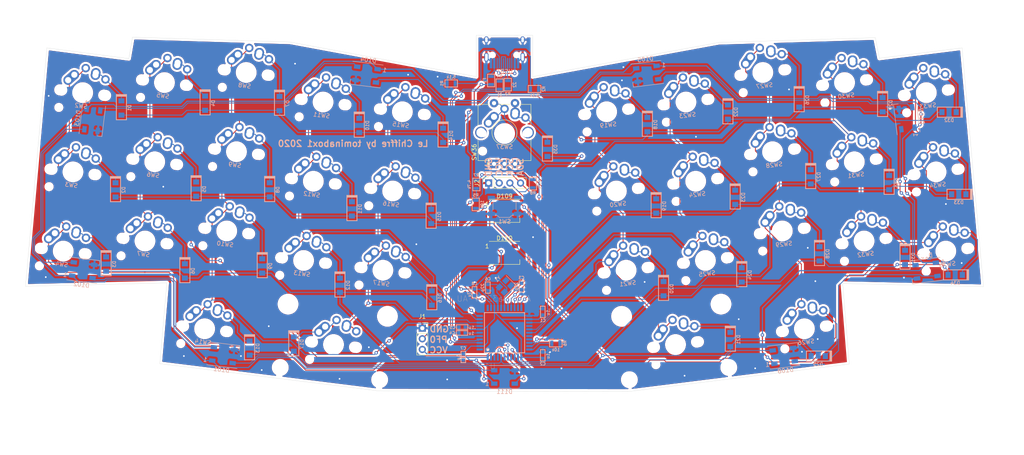
<source format=kicad_pcb>
(kicad_pcb (version 20171130) (host pcbnew "(5.1.6-0-10_14)")
  (layers (0 F.Cu signal) (31 B.Cu signal) (34 B.Paste user hide) (35 F.Paste user hide) (36 B.SilkS user) (37 F.SilkS user) (38 B.Mask user hide) (39 F.Mask user) (44 Edge.Cuts user))
  (net 0 "")
  (net 1 GND)
  (net 2 VCC)
  (net 3 "Net-(C3-Pad1)")
  (net 4 UCAP)
  (net 5 "Net-(C6-Pad1)")
  (net 6 "Net-(F1-Pad2)")
  (net 7 "Net-(U1-Pad42)")
  (net 8 col5)
  (net 9 row0)
  (net 10 row1)
  (net 11 col3)
  (net 12 "Net-(R6-Pad2)")
  (net 13 row2)
  (net 14 LED)
  (net 15 col1)
  (net 16 col0)
  (net 17 col7)
  (net 18 "Net-(U1-Pad26)")
  (net 19 col2)
  (net 20 row3)
  (net 21 "Net-(R5-Pad2)")
  (net 22 "Net-(U1-Pad12)")
  (net 23 col6)
  (net 24 col9)
  (net 25 col4)
  (net 26 col8)
  (net 27 /D+)
  (net 28 /D-)
  (net 29 "Net-(U1-Pad1)")
  (net 30 "Net-(USB1-Pad3)")
  (net 31 CC2)
  (net 32 CC1)
  (net 33 "Net-(USB1-Pad9)")
  (net 34 DN-)
  (net 35 DN+)
  (net 36 "Net-(D1-Pad1)")
  (net 37 "Net-(D2-Pad1)")
  (net 38 "Net-(D3-Pad1)")
  (net 39 "Net-(D4-Pad1)")
  (net 40 "Net-(D5-Pad1)")
  (net 41 "Net-(D6-Pad1)")
  (net 42 "Net-(D7-Pad1)")
  (net 43 "Net-(D8-Pad1)")
  (net 44 "Net-(D9-Pad1)")
  (net 45 "Net-(D10-Pad1)")
  (net 46 "Net-(D11-Pad1)")
  (net 47 "Net-(D12-Pad1)")
  (net 48 "Net-(D13-Pad1)")
  (net 49 "Net-(D14-Pad1)")
  (net 50 "Net-(D15-Pad1)")
  (net 51 "Net-(D16-Pad1)")
  (net 52 "Net-(D17-Pad1)")
  (net 53 "Net-(D18-Pad1)")
  (net 54 "Net-(D19-Pad1)")
  (net 55 "Net-(D20-Pad1)")
  (net 56 "Net-(D21-Pad1)")
  (net 57 "Net-(D22-Pad1)")
  (net 58 "Net-(D23-Pad1)")
  (net 59 "Net-(D24-Pad1)")
  (net 60 "Net-(D25-Pad1)")
  (net 61 "Net-(D26-Pad1)")
  (net 62 "Net-(D27-Pad1)")
  (net 63 "Net-(D28-Pad1)")
  (net 64 "Net-(D29-Pad1)")
  (net 65 "Net-(D30-Pad1)")
  (net 66 "Net-(D31-Pad1)")
  (net 67 "Net-(D32-Pad1)")
  (net 68 "Net-(D33-Pad1)")
  (net 69 "Net-(D34-Pad1)")
  (net 70 "Net-(D35-Pad1)")
  (net 71 SDA)
  (net 72 SCK)
  (net 73 EncA)
  (net 74 EncB)
  (net 75 "Net-(U1-Pad30)")
  (net 76 "Net-(U1-Pad37)")
  (net 77 "Net-(U1-Pad29)")
  (net 78 "Net-(D101-Pad2)")
  (net 79 "Net-(D102-Pad2)")
  (net 80 "Net-(D103-Pad2)")
  (net 81 "Net-(D104-Pad2)")
  (net 82 "Net-(D105-Pad2)")
  (net 83 "Net-(D106-Pad2)")
  (net 84 "Net-(D107-Pad2)")
  (net 85 "Net-(D108-Pad2)")
  (net 86 "Net-(D109-Pad2)")
  (net 87 "Net-(D110-Pad2)")
  (net 88 "Net-(D101-Pad4)")
  (module Rotary_Encoder:RotaryEncoder_Alps_EC12E-Switch_Vertical_H20mm_CircularMountingHoles (layer F.Cu) (at 135.565 67.44 90)
    (fp_text reference SW36 (at 2.8 -4.7 90) (layer F.SilkS))
    (fp_text value Rotary_Encoder_Switch)
    (pad A thru_hole rect (at 0 0 90) (size 2 2) (drill 1) (layers *.Cu *.Mask) (net 73 EncA))
    (pad C thru_hole circle (at 0 2.5 90) (size 2 2) (drill 1) (layers *.Cu *.Mask) (net 1 GND))
    (pad B thru_hole circle (at 0 5 90) (size 2 2) (drill 1) (layers *.Cu *.Mask) (net 74 EncB))
    (pad MP thru_hole circle (at 7.5 -3.1 90) (size 2.8 2.8) (drill 2.2) (layers *.Cu *.Mask))
    (pad MP thru_hole circle (at 7.5 8.1 90) (size 2.8 2.8) (drill 2.2) (layers *.Cu *.Mask))
    (pad S2 thru_hole circle (at 14.5 0 90) (size 2 2) (drill 1) (layers *.Cu *.Mask) (net 26 col8))
    (pad S1 thru_hole circle (at 14.5 5 90) (size 2 2) (drill 1) (layers *.Cu *.Mask) (net 70 "Net-(D35-Pad1)"))
  )
  (module Keebio-Parts:MX-Alps-Choc-1U-NoLED (layer F.Cu) (at 138.065 60.19)
    (fp_text reference SW37 (at 0 3.175) (layer B.SilkS) (effects (justify mirror)))
    (fp_text value SW_Push)
    (pad "" np_thru_hole circle (at -5.22 4.2 48.1) (size 1.2 1.2) (drill 1.2) (layers *.Cu *.Mask))
    (pad "" np_thru_hole circle (at 5.5 0 48.1) (size 1.7 1.7) (drill 1.7) (layers *.Cu *.Mask))
    (pad "" np_thru_hole circle (at -5.5 0 48.1) (size 1.7 1.7) (drill 1.7) (layers *.Cu *.Mask))
    (pad 2 thru_hole circle (at 0 -5.9) (size 2 2) (drill 1.2) (layers *.Cu *.Mask) (net 26 col8))
    (pad 1 thru_hole circle (at 5 -3.8) (size 2 2) (drill 1.2) (layers *.Cu *.Mask) (net 70 "Net-(D35-Pad1)"))
    (pad "" np_thru_hole circle (at 5.08 0 48.0996) (size 1.75 1.75) (drill 1.75) (layers *.Cu *.Mask))
    (pad "" np_thru_hole circle (at -5.08 0 48.0996) (size 1.75 1.75) (drill 1.75) (layers *.Cu *.Mask))
    (pad 2 thru_hole circle (at -2.5 -4) (size 2.25 2.25) (drill 1.47) (layers *.Cu *.Mask) (net 26 col8))
    (pad "" np_thru_hole circle (at 0 0) (size 3.9878 3.9878) (drill 3.9878) (layers *.Cu *.Mask))
    (pad 2 thru_hole oval (at -3.81 -2.54 48.1) (size 4.211556 2.25) (drill 1.47 (offset 0.980778 0)) (layers *.Cu *.Mask) (net 26 col8))
    (pad 1 thru_hole circle (at 2.54 -5.08) (size 2.25 2.25) (drill 1.47) (layers *.Cu *.Mask) (net 70 "Net-(D35-Pad1)"))
    (pad 1 thru_hole oval (at 2.5 -4.5 86.1) (size 2.831378 2.25) (drill 1.47 (offset 0.290689 0)) (layers *.Cu *.Mask) (net 70 "Net-(D35-Pad1)"))
  )
  (module LED_SMD:LED_WS2812B_PLCC4_5.0x5.0mm_P3.2mm (layer B.Cu) (at 138.065 118.29)
    (fp_text reference D111 (at 0 3.5) (layer B.SilkS) (effects (justify mirror)))
    (fp_text value WS2812B)
    (fp_text user 1 (at -4.15 1.6) (layer B.SilkS) (effects (justify mirror)))
    (pad 1 smd rect (at -2.45 1.6) (size 1.5 1) (layers B.Cu B.Paste B.Mask) (net 2 VCC))
    (pad 2 smd rect (at -2.45 -1.6) (size 1.5 1) (layers B.Cu B.Paste B.Mask) (net 88 "Net-(D101-Pad4)"))
    (pad 4 smd rect (at 2.45 1.6) (size 1.5 1) (layers B.Cu B.Paste B.Mask) (net 14 LED))
    (pad 3 smd rect (at 2.45 -1.6) (size 1.5 1) (layers B.Cu B.Paste B.Mask) (net 1 GND))
  )
  (module LED_SMD:LED_WS2812B_PLCC4_5.0x5.0mm_P3.2mm (layer F.Cu) (at 138.065 88.67)
    (fp_text reference D110 (at 0 -3.5) (layer F.SilkS))
    (fp_text value WS2812B)
    (fp_text user 1 (at -4.15 -1.6) (layer F.SilkS))
    (pad 1 smd rect (at -2.45 -1.6) (size 1.5 1) (layers F.Cu F.Paste F.Mask) (net 2 VCC))
    (pad 2 smd rect (at -2.45 1.6) (size 1.5 1) (layers F.Cu F.Paste F.Mask) (net 87 "Net-(D110-Pad2)"))
    (pad 4 smd rect (at 2.45 -1.6) (size 1.5 1) (layers F.Cu F.Paste F.Mask) (net 86 "Net-(D109-Pad2)"))
    (pad 3 smd rect (at 2.45 1.6) (size 1.5 1) (layers F.Cu F.Paste F.Mask) (net 1 GND))
  )
  (module LED_SMD:LED_WS2812B_PLCC4_5.0x5.0mm_P3.2mm (layer F.Cu) (at 138.065 78.64)
    (fp_text reference D109 (at 0 -3.5) (layer F.SilkS))
    (fp_text value WS2812B)
    (fp_text user 1 (at -4.15 -1.6) (layer F.SilkS))
    (pad 1 smd rect (at -2.45 -1.6) (size 1.5 1) (layers F.Cu F.Paste F.Mask) (net 2 VCC))
    (pad 2 smd rect (at -2.45 1.6) (size 1.5 1) (layers F.Cu F.Paste F.Mask) (net 86 "Net-(D109-Pad2)"))
    (pad 4 smd rect (at 2.45 -1.6) (size 1.5 1) (layers F.Cu F.Paste F.Mask) (net 85 "Net-(D108-Pad2)"))
    (pad 3 smd rect (at 2.45 1.6) (size 1.5 1) (layers F.Cu F.Paste F.Mask) (net 1 GND))
  )
  (module LED_SMD:LED_WS2812B_PLCC4_5.0x5.0mm_P3.2mm (layer B.Cu) (at 204.64 113.25 7)
    (fp_text reference D108 (at 0 3.5 7) (layer B.SilkS) (effects (justify mirror)))
    (fp_text value WS2812B)
    (fp_text user 1 (at -4.15 1.6 7) (layer B.SilkS) (effects (justify mirror)))
    (pad 1 smd rect (at -2.45 1.6 7) (size 1.5 1) (layers B.Cu B.Paste B.Mask) (net 2 VCC))
    (pad 2 smd rect (at -2.45 -1.6 7) (size 1.5 1) (layers B.Cu B.Paste B.Mask) (net 85 "Net-(D108-Pad2)"))
    (pad 4 smd rect (at 2.45 1.6 7) (size 1.5 1) (layers B.Cu B.Paste B.Mask) (net 84 "Net-(D107-Pad2)"))
    (pad 3 smd rect (at 2.45 -1.6 7) (size 1.5 1) (layers B.Cu B.Paste B.Mask) (net 1 GND))
  )
  (module LED_SMD:LED_WS2812B_PLCC4_5.0x5.0mm_P3.2mm (layer B.Cu) (at 238.66 92.89 187)
    (fp_text reference D107 (at 0 3.5 7) (layer B.SilkS) (effects (justify mirror)))
    (fp_text value WS2812B)
    (fp_text user 1 (at -4.15 1.6 7) (layer B.SilkS) (effects (justify mirror)))
    (pad 1 smd rect (at -2.45 1.6 187) (size 1.5 1) (layers B.Cu B.Paste B.Mask) (net 2 VCC))
    (pad 2 smd rect (at -2.45 -1.6 187) (size 1.5 1) (layers B.Cu B.Paste B.Mask) (net 84 "Net-(D107-Pad2)"))
    (pad 4 smd rect (at 2.45 1.6 187) (size 1.5 1) (layers B.Cu B.Paste B.Mask) (net 83 "Net-(D106-Pad2)"))
    (pad 3 smd rect (at 2.45 -1.6 187) (size 1.5 1) (layers B.Cu B.Paste B.Mask) (net 1 GND))
  )
  (module LED_SMD:LED_WS2812B_PLCC4_5.0x5.0mm_P3.2mm (layer B.Cu) (at 233.96 56.54 97)
    (fp_text reference D106 (at 0 3.5 97) (layer B.SilkS) (effects (justify mirror)))
    (fp_text value WS2812B)
    (fp_text user 1 (at -4.15 1.6 97) (layer B.SilkS) (effects (justify mirror)))
    (pad 1 smd rect (at -2.45 1.6 97) (size 1.5 1) (layers B.Cu B.Paste B.Mask) (net 2 VCC))
    (pad 2 smd rect (at -2.45 -1.6 97) (size 1.5 1) (layers B.Cu B.Paste B.Mask) (net 83 "Net-(D106-Pad2)"))
    (pad 4 smd rect (at 2.45 1.6 97) (size 1.5 1) (layers B.Cu B.Paste B.Mask) (net 82 "Net-(D105-Pad2)"))
    (pad 3 smd rect (at 2.45 -1.6 97) (size 1.5 1) (layers B.Cu B.Paste B.Mask) (net 1 GND))
  )
  (module LED_SMD:LED_WS2812B_PLCC4_5.0x5.0mm_P3.2mm (layer B.Cu) (at 172.08 45.93 187)
    (fp_text reference D105 (at 0 3.5 7) (layer B.SilkS) (effects (justify mirror)))
    (fp_text value WS2812B)
    (fp_text user 1 (at -4.15 1.6 7) (layer B.SilkS) (effects (justify mirror)))
    (pad 1 smd rect (at -2.45 1.6 187) (size 1.5 1) (layers B.Cu B.Paste B.Mask) (net 2 VCC))
    (pad 2 smd rect (at -2.45 -1.6 187) (size 1.5 1) (layers B.Cu B.Paste B.Mask) (net 82 "Net-(D105-Pad2)"))
    (pad 4 smd rect (at 2.45 1.6 187) (size 1.5 1) (layers B.Cu B.Paste B.Mask) (net 81 "Net-(D104-Pad2)"))
    (pad 3 smd rect (at 2.45 -1.6 187) (size 1.5 1) (layers B.Cu B.Paste B.Mask) (net 1 GND))
  )
  (module LED_SMD:LED_WS2812B_PLCC4_5.0x5.0mm_P3.2mm (layer B.Cu) (at 105.18 46.13 173)
    (fp_text reference D104 (at 0 3.5 173) (layer B.SilkS) (effects (justify mirror)))
    (fp_text value WS2812B)
    (fp_text user 1 (at -4.15 1.6 173) (layer B.SilkS) (effects (justify mirror)))
    (pad 1 smd rect (at -2.45 1.6 173) (size 1.5 1) (layers B.Cu B.Paste B.Mask) (net 2 VCC))
    (pad 2 smd rect (at -2.45 -1.6 173) (size 1.5 1) (layers B.Cu B.Paste B.Mask) (net 81 "Net-(D104-Pad2)"))
    (pad 4 smd rect (at 2.45 1.6 173) (size 1.5 1) (layers B.Cu B.Paste B.Mask) (net 80 "Net-(D103-Pad2)"))
    (pad 3 smd rect (at 2.45 -1.6 173) (size 1.5 1) (layers B.Cu B.Paste B.Mask) (net 1 GND))
  )
  (module LED_SMD:LED_WS2812B_PLCC4_5.0x5.0mm_P3.2mm (layer B.Cu) (at 39.8 56.93 263)
    (fp_text reference D103 (at 0 3.5 83) (layer B.SilkS) (effects (justify mirror)))
    (fp_text value WS2812B)
    (fp_text user 1 (at -4.15 1.6 83) (layer B.SilkS) (effects (justify mirror)))
    (pad 1 smd rect (at -2.45 1.6 263) (size 1.5 1) (layers B.Cu B.Paste B.Mask) (net 2 VCC))
    (pad 2 smd rect (at -2.45 -1.6 263) (size 1.5 1) (layers B.Cu B.Paste B.Mask) (net 80 "Net-(D103-Pad2)"))
    (pad 4 smd rect (at 2.45 1.6 263) (size 1.5 1) (layers B.Cu B.Paste B.Mask) (net 79 "Net-(D102-Pad2)"))
    (pad 3 smd rect (at 2.45 -1.6 263) (size 1.5 1) (layers B.Cu B.Paste B.Mask) (net 1 GND))
  )
  (module LED_SMD:LED_WS2812B_PLCC4_5.0x5.0mm_P3.2mm (layer B.Cu) (at 37.62 92.81 353)
    (fp_text reference D102 (at 0 3.5 173) (layer B.SilkS) (effects (justify mirror)))
    (fp_text value WS2812B)
    (fp_text user 1 (at -4.15 1.6 173) (layer B.SilkS) (effects (justify mirror)))
    (pad 1 smd rect (at -2.45 1.6 353) (size 1.5 1) (layers B.Cu B.Paste B.Mask) (net 2 VCC))
    (pad 2 smd rect (at -2.45 -1.6 353) (size 1.5 1) (layers B.Cu B.Paste B.Mask) (net 79 "Net-(D102-Pad2)"))
    (pad 4 smd rect (at 2.45 1.6 353) (size 1.5 1) (layers B.Cu B.Paste B.Mask) (net 78 "Net-(D101-Pad2)"))
    (pad 3 smd rect (at 2.45 -1.6 353) (size 1.5 1) (layers B.Cu B.Paste B.Mask) (net 1 GND))
  )
  (module LED_SMD:LED_WS2812B_PLCC4_5.0x5.0mm_P3.2mm (layer B.Cu) (at 71.02 113.09 353)
    (fp_text reference D101 (at 0 3.5 173) (layer B.SilkS) (effects (justify mirror)))
    (fp_text value WS2812B)
    (fp_text user 1 (at -4.15 1.6 173) (layer B.SilkS) (effects (justify mirror)))
    (pad 1 smd rect (at -2.45 1.6 353) (size 1.5 1) (layers B.Cu B.Paste B.Mask) (net 2 VCC))
    (pad 2 smd rect (at -2.45 -1.6 353) (size 1.5 1) (layers B.Cu B.Paste B.Mask) (net 78 "Net-(D101-Pad2)"))
    (pad 4 smd rect (at 2.45 1.6 353) (size 1.5 1) (layers B.Cu B.Paste B.Mask) (net 88 "Net-(D101-Pad4)"))
    (pad 3 smd rect (at 2.45 -1.6 353) (size 1.5 1) (layers B.Cu B.Paste B.Mask) (net 1 GND))
  )
  (module Keebio-Parts:R_0805 (layer B.Cu) (at 144.84 72.16 90)
    (fp_text reference R8 (at -2.2 0 180) (layer B.SilkS) (effects (font (size 0.7 0.7)) (justify mirror)))
    (fp_text value 4.7k (at -0.15 1.57 90) (layer B.SilkS) (effects (font (size 0.7 0.7)) (justify mirror)))
    (pad 1 smd rect (at -0.95 0 90) (size 0.7 1.3) (layers B.Cu B.Paste B.Mask) (net 72 SCK) (clearance 0.1))
    (pad 2 smd rect (at 0.95 0 90) (size 0.7 1.3) (layers B.Cu B.Paste B.Mask) (net 2 VCC) (clearance 0.1))
  )
  (module Keebio-Parts:R_0805 (layer B.Cu) (at 131.36 72.34 270)
    (fp_text reference R7 (at -2.2 0 180) (layer B.SilkS) (effects (font (size 0.7 0.7)) (justify mirror)))
    (fp_text value 4.7k (at 0.01 1.68 90) (layer B.SilkS) (effects (font (size 0.7 0.7)) (justify mirror)))
    (pad 1 smd rect (at -0.95 0 270) (size 0.7 1.3) (layers B.Cu B.Paste B.Mask) (net 71 SDA) (clearance 0.1))
    (pad 2 smd rect (at 0.95 0 270) (size 0.7 1.3) (layers B.Cu B.Paste B.Mask) (net 2 VCC) (clearance 0.1))
  )
  (module Keebio-Parts:MX-Alps-Choc-1U-NoLED (layer F.Cu) (at 162.411777 54.988466 7)
    (fp_text reference SW19 (at 0 3.175 7) (layer B.SilkS) (effects (justify mirror)))
    (fp_text value SW_Push)
    (pad "" np_thru_hole circle (at -5.22 4.2 55.1) (size 1.2 1.2) (drill 1.2) (layers *.Cu *.Mask))
    (pad "" np_thru_hole circle (at 5.5 0 55.1) (size 1.7 1.7) (drill 1.7) (layers *.Cu *.Mask))
    (pad "" np_thru_hole circle (at -5.5 0 55.1) (size 1.7 1.7) (drill 1.7) (layers *.Cu *.Mask))
    (pad 2 thru_hole circle (at 0 -5.9 7) (size 2 2) (drill 1.2) (layers *.Cu *.Mask) (net 8 col5))
    (pad 1 thru_hole circle (at 5 -3.8 7) (size 2 2) (drill 1.2) (layers *.Cu *.Mask) (net 53 "Net-(D18-Pad1)"))
    (pad "" np_thru_hole circle (at 5.08 0 55.0996) (size 1.75 1.75) (drill 1.75) (layers *.Cu *.Mask))
    (pad "" np_thru_hole circle (at -5.08 0 55.0996) (size 1.75 1.75) (drill 1.75) (layers *.Cu *.Mask))
    (pad 2 thru_hole circle (at -2.5 -4 7) (size 2.25 2.25) (drill 1.47) (layers *.Cu *.Mask) (net 8 col5))
    (pad "" np_thru_hole circle (at 0 0 7) (size 3.9878 3.9878) (drill 3.9878) (layers *.Cu *.Mask))
    (pad 2 thru_hole oval (at -3.81 -2.54 55.1) (size 4.211556 2.25) (drill 1.47 (offset 0.980778 0)) (layers *.Cu *.Mask) (net 8 col5))
    (pad 1 thru_hole circle (at 2.54 -5.08 7) (size 2.25 2.25) (drill 1.47) (layers *.Cu *.Mask) (net 53 "Net-(D18-Pad1)"))
    (pad 1 thru_hole oval (at 2.5 -4.5 93.1) (size 2.831378 2.25) (drill 1.47 (offset 0.290689 0)) (layers *.Cu *.Mask) (net 53 "Net-(D18-Pad1)"))
  )
  (module Connector_PinSocket_2.54mm:PinSocket_1x03_P2.54mm_Vertical (layer F.Cu) (at 118.47 106.64)
    (fp_text reference J1 (at 0 -2.77) (layer F.SilkS))
    (fp_text value Conn_01x03_Female)
    (pad 3 thru_hole oval (at 0 5.08) (size 1.7 1.7) (drill 1) (layers *.Cu *.Mask) (net 2 VCC))
    (pad 2 thru_hole oval (at 0 2.54) (size 1.7 1.7) (drill 1) (layers *.Cu *.Mask) (net 87 "Net-(D110-Pad2)"))
    (pad 1 thru_hole rect (at 0 0) (size 1.7 1.7) (drill 1) (layers *.Cu *.Mask) (net 1 GND))
  )
  (module Keebio-Parts:MX-Alps-Choc-2U-StabFlip (layer F.Cu) (at 178.830612 110.551673 7)
    (fp_text reference SW22)
    (fp_text value SW_Push)
    (pad "" np_thru_hole circle (at -11.938 6.985 7) (size 3.048 3.048) (drill 3.048) (layers *.Cu *.Mask))
    (pad "" np_thru_hole circle (at -11.938 -8.255 7) (size 3.9878 3.9878) (drill 3.9878) (layers *.Cu *.Mask))
    (pad "" np_thru_hole circle (at 11.938 6.985 7) (size 3.048 3.048) (drill 3.048) (layers *.Cu *.Mask))
    (pad "" np_thru_hole circle (at 11.938 -8.255 7) (size 3.9878 3.9878) (drill 3.9878) (layers *.Cu *.Mask))
    (pad "" np_thru_hole circle (at -5.22 4.2 55.1) (size 1.2 1.2) (drill 1.2) (layers *.Cu *.Mask))
    (pad "" np_thru_hole circle (at 5.5 0 55.1) (size 1.7 1.7) (drill 1.7) (layers *.Cu *.Mask))
    (pad "" np_thru_hole circle (at -5.5 0 55.1) (size 1.7 1.7) (drill 1.7) (layers *.Cu *.Mask))
    (pad 2 thru_hole circle (at 0 -5.9 7) (size 2 2) (drill 1.2) (layers *.Cu *.Mask) (net 8 col5))
    (pad 1 thru_hole circle (at 5 -3.8 7) (size 2 2) (drill 1.2) (layers *.Cu *.Mask) (net 56 "Net-(D21-Pad1)"))
    (pad "" np_thru_hole circle (at 5.08 0 55.0996) (size 1.75 1.75) (drill 1.75) (layers *.Cu *.Mask))
    (pad "" np_thru_hole circle (at -5.08 0 55.0996) (size 1.75 1.75) (drill 1.75) (layers *.Cu *.Mask))
    (pad 2 thru_hole circle (at -2.5 -4 7) (size 2.25 2.25) (drill 1.47) (layers *.Cu *.Mask) (net 8 col5))
    (pad "" np_thru_hole circle (at 0 0 7) (size 3.9878 3.9878) (drill 3.9878) (layers *.Cu *.Mask))
    (pad 2 thru_hole oval (at -3.81 -2.54 55.1) (size 4.211556 2.25) (drill 1.47 (offset 0.980778 0)) (layers *.Cu *.Mask) (net 8 col5))
    (pad 1 thru_hole circle (at 2.54 -5.08 7) (size 2.25 2.25) (drill 1.47) (layers *.Cu *.Mask) (net 56 "Net-(D21-Pad1)"))
    (pad 1 thru_hole oval (at 2.5 -4.5 93.1) (size 2.831378 2.25) (drill 1.47 (offset 0.290689 0)) (layers *.Cu *.Mask) (net 56 "Net-(D21-Pad1)"))
  )
  (module Keebio-Parts:MX-Alps-Choc-2U-StabFlip (layer F.Cu) (at 97.299388 110.551673 353)
    (fp_text reference SW18)
    (fp_text value SW_Push)
    (pad "" np_thru_hole circle (at -11.938 6.985 353) (size 3.048 3.048) (drill 3.048) (layers *.Cu *.Mask))
    (pad "" np_thru_hole circle (at -11.938 -8.255 353) (size 3.9878 3.9878) (drill 3.9878) (layers *.Cu *.Mask))
    (pad "" np_thru_hole circle (at 11.938 6.985 353) (size 3.048 3.048) (drill 3.048) (layers *.Cu *.Mask))
    (pad "" np_thru_hole circle (at 11.938 -8.255 353) (size 3.9878 3.9878) (drill 3.9878) (layers *.Cu *.Mask))
    (pad "" np_thru_hole circle (at -5.22 4.2 41.1) (size 1.2 1.2) (drill 1.2) (layers *.Cu *.Mask))
    (pad "" np_thru_hole circle (at 5.5 0 41.1) (size 1.7 1.7) (drill 1.7) (layers *.Cu *.Mask))
    (pad "" np_thru_hole circle (at -5.5 0 41.1) (size 1.7 1.7) (drill 1.7) (layers *.Cu *.Mask))
    (pad 1 thru_hole circle (at 0 -5.9 353) (size 2 2) (drill 1.2) (layers *.Cu *.Mask) (net 52 "Net-(D17-Pad1)"))
    (pad 2 thru_hole circle (at 5 -3.8 353) (size 2 2) (drill 1.2) (layers *.Cu *.Mask) (net 25 col4))
    (pad "" np_thru_hole circle (at 5.08 0 41.0996) (size 1.75 1.75) (drill 1.75) (layers *.Cu *.Mask))
    (pad "" np_thru_hole circle (at -5.08 0 41.0996) (size 1.75 1.75) (drill 1.75) (layers *.Cu *.Mask))
    (pad 1 thru_hole circle (at -2.5 -4 353) (size 2.25 2.25) (drill 1.47) (layers *.Cu *.Mask) (net 52 "Net-(D17-Pad1)"))
    (pad "" np_thru_hole circle (at 0 0 353) (size 3.9878 3.9878) (drill 3.9878) (layers *.Cu *.Mask))
    (pad 1 thru_hole oval (at -3.81 -2.54 41.1) (size 4.211556 2.25) (drill 1.47 (offset 0.980778 0)) (layers *.Cu *.Mask) (net 52 "Net-(D17-Pad1)"))
    (pad 2 thru_hole circle (at 2.54 -5.08 353) (size 2.25 2.25) (drill 1.47) (layers *.Cu *.Mask) (net 25 col4))
    (pad 2 thru_hole oval (at 2.5 -4.5 79.1) (size 2.831378 2.25) (drill 1.47 (offset 0.290689 0)) (layers *.Cu *.Mask) (net 25 col4))
  )
  (module Connector_PinSocket_2.54mm:PinSocket_1x04_P2.54mm_Vertical (layer F.Cu) (at 134.265 72 90)
    (fp_text reference J2 (at 0 -2.77 90) (layer F.SilkS))
    (fp_text value Conn_01x04_Female)
    (pad 4 thru_hole oval (at 0 7.62 90) (size 1.7 1.7) (drill 1) (layers *.Cu *.Mask) (net 71 SDA))
    (pad 3 thru_hole oval (at 0 5.08 90) (size 1.7 1.7) (drill 1) (layers *.Cu *.Mask) (net 72 SCK))
    (pad 2 thru_hole oval (at 0 2.54 90) (size 1.7 1.7) (drill 1) (layers *.Cu *.Mask) (net 2 VCC))
    (pad 1 thru_hole rect (at 0 0 90) (size 1.7 1.7) (drill 1) (layers *.Cu *.Mask) (net 1 GND))
  )
  (module Keebio-Parts:D_SOD123 (layer B.Cu) (at 148.29 63.96 270)
    (fp_text reference D35 (at 0 -1.925 90) (layer B.SilkS) (effects (font (size 0.8 0.8)) (justify mirror)))
    (fp_text value 1N4148 hide)
    (pad 1 smd rect (at -1.7 0 270) (size 1.2 1.4) (layers B.Cu B.Paste B.Mask) (net 70 "Net-(D35-Pad1)"))
    (pad 2 smd rect (at 1.7 0 270) (size 1.2 1.4) (layers B.Cu B.Paste B.Mask) (net 20 row3))
  )
  (module Keebio-Parts:D_SOD123 (layer B.Cu) (at 245.51 93.92 180)
    (fp_text reference D34 (at 0 -1.925) (layer B.SilkS) (effects (font (size 0.8 0.8)) (justify mirror)))
    (fp_text value 1N4148 hide)
    (pad 1 smd rect (at -1.7 0 180) (size 1.2 1.4) (layers B.Cu B.Paste B.Mask) (net 69 "Net-(D34-Pad1)"))
    (pad 2 smd rect (at 1.7 0 180) (size 1.2 1.4) (layers B.Cu B.Paste B.Mask) (net 13 row2))
  )
  (module Keebio-Parts:D_SOD123 (layer B.Cu) (at 246.36 74.69 180)
    (fp_text reference D33 (at 0 -1.925) (layer B.SilkS) (effects (font (size 0.8 0.8)) (justify mirror)))
    (fp_text value 1N4148 hide)
    (pad 1 smd rect (at -1.7 0 180) (size 1.2 1.4) (layers B.Cu B.Paste B.Mask) (net 68 "Net-(D33-Pad1)"))
    (pad 2 smd rect (at 1.7 0 180) (size 1.2 1.4) (layers B.Cu B.Paste B.Mask) (net 10 row1))
  )
  (module Keebio-Parts:D_SOD123 (layer B.Cu) (at 244.05 55.09 180)
    (fp_text reference D32 (at 0 -1.925) (layer B.SilkS) (effects (font (size 0.8 0.8)) (justify mirror)))
    (fp_text value 1N4148 hide)
    (pad 1 smd rect (at -1.7 0 180) (size 1.2 1.4) (layers B.Cu B.Paste B.Mask) (net 67 "Net-(D32-Pad1)"))
    (pad 2 smd rect (at 1.7 0 180) (size 1.2 1.4) (layers B.Cu B.Paste B.Mask) (net 9 row0))
  )
  (module Keebio-Parts:D_SOD123 (layer B.Cu) (at 233.56 89.76 270)
    (fp_text reference D31 (at 0 -1.925 90) (layer B.SilkS) (effects (font (size 0.8 0.8)) (justify mirror)))
    (fp_text value 1N4148 hide)
    (pad 1 smd rect (at -1.7 0 270) (size 1.2 1.4) (layers B.Cu B.Paste B.Mask) (net 66 "Net-(D31-Pad1)"))
    (pad 2 smd rect (at 1.7 0 270) (size 1.2 1.4) (layers B.Cu B.Paste B.Mask) (net 13 row2))
  )
  (module Keebio-Parts:D_SOD123 (layer B.Cu) (at 229.76 71.9 270)
    (fp_text reference D30 (at 0 -1.925 90) (layer B.SilkS) (effects (font (size 0.8 0.8)) (justify mirror)))
    (fp_text value 1N4148 hide)
    (pad 1 smd rect (at -1.7 0 270) (size 1.2 1.4) (layers B.Cu B.Paste B.Mask) (net 65 "Net-(D30-Pad1)"))
    (pad 2 smd rect (at 1.7 0 270) (size 1.2 1.4) (layers B.Cu B.Paste B.Mask) (net 10 row1))
  )
  (module Keebio-Parts:D_SOD123 (layer B.Cu) (at 228.21 53.32 270)
    (fp_text reference D29 (at 0 -1.925 90) (layer B.SilkS) (effects (font (size 0.8 0.8)) (justify mirror)))
    (fp_text value 1N4148 hide)
    (pad 1 smd rect (at -1.7 0 270) (size 1.2 1.4) (layers B.Cu B.Paste B.Mask) (net 64 "Net-(D29-Pad1)"))
    (pad 2 smd rect (at 1.7 0 270) (size 1.2 1.4) (layers B.Cu B.Paste B.Mask) (net 9 row0))
  )
  (module Keebio-Parts:D_SOD123 (layer B.Cu) (at 213.16 88.89 270)
    (fp_text reference D28 (at 0 -1.925 90) (layer B.SilkS) (effects (font (size 0.8 0.8)) (justify mirror)))
    (fp_text value 1N4148 hide)
    (pad 1 smd rect (at -1.7 0 270) (size 1.2 1.4) (layers B.Cu B.Paste B.Mask) (net 63 "Net-(D28-Pad1)"))
    (pad 2 smd rect (at 1.7 0 270) (size 1.2 1.4) (layers B.Cu B.Paste B.Mask) (net 13 row2))
  )
  (module Keebio-Parts:D_SOD123 (layer B.Cu) (at 211.06 70.52 270)
    (fp_text reference D27 (at 0 -1.925 90) (layer B.SilkS) (effects (font (size 0.8 0.8)) (justify mirror)))
    (fp_text value 1N4148 hide)
    (pad 1 smd rect (at -1.7 0 270) (size 1.2 1.4) (layers B.Cu B.Paste B.Mask) (net 62 "Net-(D27-Pad1)"))
    (pad 2 smd rect (at 1.7 0 270) (size 1.2 1.4) (layers B.Cu B.Paste B.Mask) (net 10 row1))
  )
  (module Keebio-Parts:D_SOD123 (layer B.Cu) (at 208.32 52.18 270)
    (fp_text reference D26 (at 0 -1.925 90) (layer B.SilkS) (effects (font (size 0.8 0.8)) (justify mirror)))
    (fp_text value 1N4148 hide)
    (pad 1 smd rect (at -1.7 0 270) (size 1.2 1.4) (layers B.Cu B.Paste B.Mask) (net 61 "Net-(D26-Pad1)"))
    (pad 2 smd rect (at 1.7 0 270) (size 1.2 1.4) (layers B.Cu B.Paste B.Mask) (net 9 row0))
  )
  (module Keebio-Parts:D_SOD123 (layer B.Cu) (at 212.85 113.3 180)
    (fp_text reference D25 (at 0 -1.925) (layer B.SilkS) (effects (font (size 0.8 0.8)) (justify mirror)))
    (fp_text value 1N4148 hide)
    (pad 1 smd rect (at -1.7 0 180) (size 1.2 1.4) (layers B.Cu B.Paste B.Mask) (net 60 "Net-(D25-Pad1)"))
    (pad 2 smd rect (at 1.7 0 180) (size 1.2 1.4) (layers B.Cu B.Paste B.Mask) (net 20 row3))
  )
  (module Keebio-Parts:D_SOD123 (layer B.Cu) (at 194.62 93.93 270)
    (fp_text reference D24 (at 0 -1.925 90) (layer B.SilkS) (effects (font (size 0.8 0.8)) (justify mirror)))
    (fp_text value 1N4148 hide)
    (pad 1 smd rect (at -1.7 0 270) (size 1.2 1.4) (layers B.Cu B.Paste B.Mask) (net 59 "Net-(D24-Pad1)"))
    (pad 2 smd rect (at 1.7 0 270) (size 1.2 1.4) (layers B.Cu B.Paste B.Mask) (net 13 row2))
  )
  (module Keebio-Parts:D_SOD123 (layer B.Cu) (at 193.06 75.41 270)
    (fp_text reference D23 (at 0 -1.925 90) (layer B.SilkS) (effects (font (size 0.8 0.8)) (justify mirror)))
    (fp_text value 1N4148 hide)
    (pad 1 smd rect (at -1.7 0 270) (size 1.2 1.4) (layers B.Cu B.Paste B.Mask) (net 58 "Net-(D23-Pad1)"))
    (pad 2 smd rect (at 1.7 0 270) (size 1.2 1.4) (layers B.Cu B.Paste B.Mask) (net 10 row1))
  )
  (module Keebio-Parts:D_SOD123 (layer B.Cu) (at 191.32 55.07 270)
    (fp_text reference D22 (at 0 -1.925 90) (layer B.SilkS) (effects (font (size 0.8 0.8)) (justify mirror)))
    (fp_text value 1N4148 hide)
    (pad 1 smd rect (at -1.7 0 270) (size 1.2 1.4) (layers B.Cu B.Paste B.Mask) (net 57 "Net-(D22-Pad1)"))
    (pad 2 smd rect (at 1.7 0 270) (size 1.2 1.4) (layers B.Cu B.Paste B.Mask) (net 9 row0))
  )
  (module Keebio-Parts:D_SOD123 (layer B.Cu) (at 191.9 109.35 270)
    (fp_text reference D21 (at 0 -1.925 90) (layer B.SilkS) (effects (font (size 0.8 0.8)) (justify mirror)))
    (fp_text value 1N4148 hide)
    (pad 1 smd rect (at -1.7 0 270) (size 1.2 1.4) (layers B.Cu B.Paste B.Mask) (net 56 "Net-(D21-Pad1)"))
    (pad 2 smd rect (at 1.7 0 270) (size 1.2 1.4) (layers B.Cu B.Paste B.Mask) (net 20 row3))
  )
  (module Keebio-Parts:D_SOD123 (layer B.Cu) (at 175.98 97.22 270)
    (fp_text reference D20 (at 0 -1.925 90) (layer B.SilkS) (effects (font (size 0.8 0.8)) (justify mirror)))
    (fp_text value 1N4148 hide)
    (pad 1 smd rect (at -1.7 0 270) (size 1.2 1.4) (layers B.Cu B.Paste B.Mask) (net 55 "Net-(D20-Pad1)"))
    (pad 2 smd rect (at 1.7 0 270) (size 1.2 1.4) (layers B.Cu B.Paste B.Mask) (net 13 row2))
  )
  (module Keebio-Parts:D_SOD123 (layer B.Cu) (at 174.22 77.48 270)
    (fp_text reference D19 (at 0 -1.925 90) (layer B.SilkS) (effects (font (size 0.8 0.8)) (justify mirror)))
    (fp_text value 1N4148 hide)
    (pad 1 smd rect (at -1.7 0 270) (size 1.2 1.4) (layers B.Cu B.Paste B.Mask) (net 54 "Net-(D19-Pad1)"))
    (pad 2 smd rect (at 1.7 0 270) (size 1.2 1.4) (layers B.Cu B.Paste B.Mask) (net 10 row1))
  )
  (module Keebio-Parts:D_SOD123 (layer B.Cu) (at 172.12 58.05 270)
    (fp_text reference D18 (at 0 -1.925 90) (layer B.SilkS) (effects (font (size 0.8 0.8)) (justify mirror)))
    (fp_text value 1N4148 hide)
    (pad 1 smd rect (at -1.7 0 270) (size 1.2 1.4) (layers B.Cu B.Paste B.Mask) (net 53 "Net-(D18-Pad1)"))
    (pad 2 smd rect (at 1.7 0 270) (size 1.2 1.4) (layers B.Cu B.Paste B.Mask) (net 9 row0))
  )
  (module Keebio-Parts:D_SOD123 (layer B.Cu) (at 87.82 110.44 270)
    (fp_text reference D17 (at 0 -1.925 90) (layer B.SilkS) (effects (font (size 0.8 0.8)) (justify mirror)))
    (fp_text value 1N4148 hide)
    (pad 1 smd rect (at -1.7 0 270) (size 1.2 1.4) (layers B.Cu B.Paste B.Mask) (net 52 "Net-(D17-Pad1)"))
    (pad 2 smd rect (at 1.7 0 270) (size 1.2 1.4) (layers B.Cu B.Paste B.Mask) (net 20 row3))
  )
  (module Keebio-Parts:D_SOD123 (layer B.Cu) (at 120.73 99.45 270)
    (fp_text reference D16 (at 0 -1.925 90) (layer B.SilkS) (effects (font (size 0.8 0.8)) (justify mirror)))
    (fp_text value 1N4148 hide)
    (pad 1 smd rect (at -1.7 0 270) (size 1.2 1.4) (layers B.Cu B.Paste B.Mask) (net 51 "Net-(D16-Pad1)"))
    (pad 2 smd rect (at 1.7 0 270) (size 1.2 1.4) (layers B.Cu B.Paste B.Mask) (net 13 row2))
  )
  (module Keebio-Parts:D_SOD123 (layer B.Cu) (at 120.58 79.98 270)
    (fp_text reference D15 (at 0 -1.925 90) (layer B.SilkS) (effects (font (size 0.8 0.8)) (justify mirror)))
    (fp_text value 1N4148 hide)
    (pad 1 smd rect (at -1.7 0 270) (size 1.2 1.4) (layers B.Cu B.Paste B.Mask) (net 50 "Net-(D15-Pad1)"))
    (pad 2 smd rect (at 1.7 0 270) (size 1.2 1.4) (layers B.Cu B.Paste B.Mask) (net 10 row1))
  )
  (module Keebio-Parts:D_SOD123 (layer B.Cu) (at 123.43 60.62 270)
    (fp_text reference D14 (at 0 -1.925 90) (layer B.SilkS) (effects (font (size 0.8 0.8)) (justify mirror)))
    (fp_text value 1N4148 hide)
    (pad 1 smd rect (at -1.7 0 270) (size 1.2 1.4) (layers B.Cu B.Paste B.Mask) (net 49 "Net-(D14-Pad1)"))
    (pad 2 smd rect (at 1.7 0 270) (size 1.2 1.4) (layers B.Cu B.Paste B.Mask) (net 9 row0))
  )
  (module Keebio-Parts:D_SOD123 (layer B.Cu) (at 77.29 111.39 270)
    (fp_text reference D13 (at 0 -1.925 90) (layer B.SilkS) (effects (font (size 0.8 0.8)) (justify mirror)))
    (fp_text value 1N4148 hide)
    (pad 1 smd rect (at -1.7 0 270) (size 1.2 1.4) (layers B.Cu B.Paste B.Mask) (net 48 "Net-(D13-Pad1)"))
    (pad 2 smd rect (at 1.7 0 270) (size 1.2 1.4) (layers B.Cu B.Paste B.Mask) (net 20 row3))
  )
  (module Keebio-Parts:D_SOD123 (layer B.Cu) (at 98.83 96.41 270)
    (fp_text reference D12 (at 0 -1.925 90) (layer B.SilkS) (effects (font (size 0.8 0.8)) (justify mirror)))
    (fp_text value 1N4148 hide)
    (pad 1 smd rect (at -1.7 0 270) (size 1.2 1.4) (layers B.Cu B.Paste B.Mask) (net 47 "Net-(D12-Pad1)"))
    (pad 2 smd rect (at 1.7 0 270) (size 1.2 1.4) (layers B.Cu B.Paste B.Mask) (net 13 row2))
  )
  (module Keebio-Parts:D_SOD123 (layer B.Cu) (at 101.69 78.17 270)
    (fp_text reference D11 (at 0 -1.925 90) (layer B.SilkS) (effects (font (size 0.8 0.8)) (justify mirror)))
    (fp_text value 1N4148 hide)
    (pad 1 smd rect (at -1.7 0 270) (size 1.2 1.4) (layers B.Cu B.Paste B.Mask) (net 46 "Net-(D11-Pad1)"))
    (pad 2 smd rect (at 1.7 0 270) (size 1.2 1.4) (layers B.Cu B.Paste B.Mask) (net 10 row1))
  )
  (module Keebio-Parts:D_SOD123 (layer B.Cu) (at 103.44 58.26 270)
    (fp_text reference D10 (at 0 -1.925 90) (layer B.SilkS) (effects (font (size 0.8 0.8)) (justify mirror)))
    (fp_text value 1N4148 hide)
    (pad 1 smd rect (at -1.7 0 270) (size 1.2 1.4) (layers B.Cu B.Paste B.Mask) (net 45 "Net-(D10-Pad1)"))
    (pad 2 smd rect (at 1.7 0 270) (size 1.2 1.4) (layers B.Cu B.Paste B.Mask) (net 9 row0))
  )
  (module Keebio-Parts:D_SOD123 (layer B.Cu) (at 80.31 91.79 270)
    (fp_text reference D9 (at 0 -1.925 90) (layer B.SilkS) (effects (font (size 0.8 0.8)) (justify mirror)))
    (fp_text value 1N4148 hide)
    (pad 1 smd rect (at -1.7 0 270) (size 1.2 1.4) (layers B.Cu B.Paste B.Mask) (net 44 "Net-(D9-Pad1)"))
    (pad 2 smd rect (at 1.7 0 270) (size 1.2 1.4) (layers B.Cu B.Paste B.Mask) (net 13 row2))
  )
  (module Keebio-Parts:D_SOD123 (layer B.Cu) (at 82.08 73.62 270)
    (fp_text reference D8 (at 0 -1.925 90) (layer B.SilkS) (effects (font (size 0.8 0.8)) (justify mirror)))
    (fp_text value 1N4148 hide)
    (pad 1 smd rect (at -1.7 0 270) (size 1.2 1.4) (layers B.Cu B.Paste B.Mask) (net 43 "Net-(D8-Pad1)"))
    (pad 2 smd rect (at 1.7 0 270) (size 1.2 1.4) (layers B.Cu B.Paste B.Mask) (net 10 row1))
  )
  (module Keebio-Parts:D_SOD123 (layer B.Cu) (at 84.42 53.03 270)
    (fp_text reference D7 (at 0 -1.925 90) (layer B.SilkS) (effects (font (size 0.8 0.8)) (justify mirror)))
    (fp_text value 1N4148 hide)
    (pad 1 smd rect (at -1.7 0 270) (size 1.2 1.4) (layers B.Cu B.Paste B.Mask) (net 42 "Net-(D7-Pad1)"))
    (pad 2 smd rect (at 1.7 0 270) (size 1.2 1.4) (layers B.Cu B.Paste B.Mask) (net 9 row0))
  )
  (module Keebio-Parts:D_SOD123 (layer B.Cu) (at 61.86 92.98 270)
    (fp_text reference D6 (at 0 -1.925 90) (layer B.SilkS) (effects (font (size 0.8 0.8)) (justify mirror)))
    (fp_text value 1N4148 hide)
    (pad 1 smd rect (at -1.7 0 270) (size 1.2 1.4) (layers B.Cu B.Paste B.Mask) (net 41 "Net-(D6-Pad1)"))
    (pad 2 smd rect (at 1.7 0 270) (size 1.2 1.4) (layers B.Cu B.Paste B.Mask) (net 13 row2))
  )
  (module Keebio-Parts:D_SOD123 (layer B.Cu) (at 64.55 73.45 270)
    (fp_text reference D5 (at 0 -1.925 90) (layer B.SilkS) (effects (font (size 0.8 0.8)) (justify mirror)))
    (fp_text value 1N4148 hide)
    (pad 1 smd rect (at -1.7 0 270) (size 1.2 1.4) (layers B.Cu B.Paste B.Mask) (net 40 "Net-(D5-Pad1)"))
    (pad 2 smd rect (at 1.7 0 270) (size 1.2 1.4) (layers B.Cu B.Paste B.Mask) (net 10 row1))
  )
  (module Keebio-Parts:D_SOD123 (layer B.Cu) (at 66.69 52.94 270)
    (fp_text reference D4 (at 0 -1.925 90) (layer B.SilkS) (effects (font (size 0.8 0.8)) (justify mirror)))
    (fp_text value 1N4148 hide)
    (pad 1 smd rect (at -1.7 0 270) (size 1.2 1.4) (layers B.Cu B.Paste B.Mask) (net 39 "Net-(D4-Pad1)"))
    (pad 2 smd rect (at 1.7 0 270) (size 1.2 1.4) (layers B.Cu B.Paste B.Mask) (net 9 row0))
  )
  (module Keebio-Parts:D_SOD123 (layer B.Cu) (at 43.09 91.34 270)
    (fp_text reference D3 (at 0 -1.925 90) (layer B.SilkS) (effects (font (size 0.8 0.8)) (justify mirror)))
    (fp_text value 1N4148 hide)
    (pad 1 smd rect (at -1.7 0 270) (size 1.2 1.4) (layers B.Cu B.Paste B.Mask) (net 38 "Net-(D3-Pad1)"))
    (pad 2 smd rect (at 1.7 0 270) (size 1.2 1.4) (layers B.Cu B.Paste B.Mask) (net 13 row2))
  )
  (module Keebio-Parts:D_SOD123 (layer B.Cu) (at 45.33 73.65 270)
    (fp_text reference D2 (at 0 -1.925 90) (layer B.SilkS) (effects (font (size 0.8 0.8)) (justify mirror)))
    (fp_text value 1N4148 hide)
    (pad 1 smd rect (at -1.7 0 270) (size 1.2 1.4) (layers B.Cu B.Paste B.Mask) (net 37 "Net-(D2-Pad1)"))
    (pad 2 smd rect (at 1.7 0 270) (size 1.2 1.4) (layers B.Cu B.Paste B.Mask) (net 10 row1))
  )
  (module Keebio-Parts:D_SOD123 (layer B.Cu) (at 46.73 54.09 270)
    (fp_text reference D1 (at 0 -1.925 90) (layer B.SilkS) (effects (font (size 0.8 0.8)) (justify mirror)))
    (fp_text value 1N4148 hide)
    (pad 1 smd rect (at -1.7 0 270) (size 1.2 1.4) (layers B.Cu B.Paste B.Mask) (net 36 "Net-(D1-Pad1)"))
    (pad 2 smd rect (at 1.7 0 270) (size 1.2 1.4) (layers B.Cu B.Paste B.Mask) (net 9 row0))
  )
  (module Keebio-Parts:Crystal_SMD_3225-4pin_3.2x2.5mm (layer B.Cu) (at 138.205 96.65 225)
    (fp_text reference Y1 (at 0 2.45 45) (layer B.SilkS) (effects (font (size 0.8 0.8)) (justify mirror)))
    (fp_text value Crystal_GND2)
    (pad 1 smd rect (at -1.1 -0.85 225) (size 1.4 1.2) (layers B.Cu B.Paste B.Mask) (net 3 "Net-(C3-Pad1)"))
    (pad 2 smd rect (at 1.1 -0.85 225) (size 1.4 1.2) (layers B.Cu B.Paste B.Mask) (net 1 GND))
    (pad 3 smd rect (at 1.1 0.85 225) (size 1.4 1.2) (layers B.Cu B.Paste B.Mask) (net 5 "Net-(C6-Pad1)"))
    (pad 4 smd rect (at -1.1 0.85 225) (size 1.4 1.2) (layers B.Cu B.Paste B.Mask))
  )
  (module Keebio-Parts:ATMEGA32U4-AU (layer B.Cu) (at 138.065 107.72)
    (fp_text reference U1 (at -3.474 8.014) (layer B.SilkS) (effects (font (size 1.4 1.4) (thickness 0.05)) (justify mirror)))
    (fp_text value ATmega32U4-AU (at -2.55 -8.1261) (layer B.SilkS) (effects (font (size 1.4 1.4) (thickness 0.05)) (justify mirror)))
    (pad 44 smd rect (at -4 5.9) (size 0.5 1.5) (layers B.Cu B.Paste B.Mask) (net 2 VCC))
    (pad 43 smd rect (at -3.2 5.9) (size 0.5 1.5) (layers B.Cu B.Paste B.Mask) (net 1 GND))
    (pad 42 smd rect (at -2.4 5.9) (size 0.5 1.5) (layers B.Cu B.Paste B.Mask) (net 7 "Net-(U1-Pad42)"))
    (pad 41 smd rect (at -1.6 5.9) (size 0.5 1.5) (layers B.Cu B.Paste B.Mask) (net 14 LED))
    (pad 40 smd rect (at -0.8 5.9) (size 0.5 1.5) (layers B.Cu B.Paste B.Mask) (net 13 row2))
    (pad 39 smd rect (at 0 5.9) (size 0.5 1.5) (layers B.Cu B.Paste B.Mask) (net 16 col0))
    (pad 38 smd rect (at 0.8 5.9) (size 0.5 1.5) (layers B.Cu B.Paste B.Mask) (net 15 col1))
    (pad 37 smd rect (at 1.6 5.9) (size 0.5 1.5) (layers B.Cu B.Paste B.Mask) (net 76 "Net-(U1-Pad37)"))
    (pad 36 smd rect (at 2.4 5.9) (size 0.5 1.5) (layers B.Cu B.Paste B.Mask) (net 24 col9))
    (pad 35 smd rect (at 3.2 5.9) (size 0.5 1.5) (layers B.Cu B.Paste B.Mask) (net 1 GND))
    (pad 34 smd rect (at 4 5.9) (size 0.5 1.5) (layers B.Cu B.Paste B.Mask) (net 2 VCC))
    (pad 33 smd rect (at 5.9 4) (size 1.5 0.5) (layers B.Cu B.Paste B.Mask) (net 12 "Net-(R6-Pad2)"))
    (pad 32 smd rect (at 5.9 3.2) (size 1.5 0.5) (layers B.Cu B.Paste B.Mask) (net 17 col7))
    (pad 31 smd rect (at 5.9 2.4) (size 1.5 0.5) (layers B.Cu B.Paste B.Mask) (net 20 row3))
    (pad 30 smd rect (at 5.9 1.6) (size 1.5 0.5) (layers B.Cu B.Paste B.Mask) (net 75 "Net-(U1-Pad30)"))
    (pad 29 smd rect (at 5.9 0.8) (size 1.5 0.5) (layers B.Cu B.Paste B.Mask) (net 77 "Net-(U1-Pad29)"))
    (pad 28 smd rect (at 5.9 0) (size 1.5 0.5) (layers B.Cu B.Paste B.Mask) (net 8 col5))
    (pad 27 smd rect (at 5.9 -0.8) (size 1.5 0.5) (layers B.Cu B.Paste B.Mask) (net 23 col6))
    (pad 26 smd rect (at 5.9 -1.6) (size 1.5 0.5) (layers B.Cu B.Paste B.Mask) (net 18 "Net-(U1-Pad26)"))
    (pad 25 smd rect (at 5.9 -2.4) (size 1.5 0.5) (layers B.Cu B.Paste B.Mask) (net 10 row1))
    (pad 24 smd rect (at 5.9 -3.2) (size 1.5 0.5) (layers B.Cu B.Paste B.Mask) (net 2 VCC))
    (pad 23 smd rect (at 5.9 -4) (size 1.5 0.5) (layers B.Cu B.Paste B.Mask) (net 1 GND))
    (pad 22 smd rect (at 4 -5.9) (size 0.5 1.5) (layers B.Cu B.Paste B.Mask) (net 73 EncA))
    (pad 21 smd rect (at 3.2 -5.9) (size 0.5 1.5) (layers B.Cu B.Paste B.Mask) (net 74 EncB))
    (pad 20 smd rect (at 2.4 -5.9) (size 0.5 1.5) (layers B.Cu B.Paste B.Mask) (net 26 col8))
    (pad 19 smd rect (at 1.6 -5.9) (size 0.5 1.5) (layers B.Cu B.Paste B.Mask) (net 71 SDA))
    (pad 18 smd rect (at 0.8 -5.9) (size 0.5 1.5) (layers B.Cu B.Paste B.Mask) (net 72 SCK))
    (pad 17 smd rect (at 0 -5.9) (size 0.5 1.5) (layers B.Cu B.Paste B.Mask) (net 3 "Net-(C3-Pad1)"))
    (pad 16 smd rect (at -0.8 -5.9) (size 0.5 1.5) (layers B.Cu B.Paste B.Mask) (net 5 "Net-(C6-Pad1)"))
    (pad 15 smd rect (at -1.6 -5.9) (size 0.5 1.5) (layers B.Cu B.Paste B.Mask) (net 1 GND))
    (pad 14 smd rect (at -2.4 -5.9) (size 0.5 1.5) (layers B.Cu B.Paste B.Mask) (net 2 VCC))
    (pad 13 smd rect (at -3.2 -5.9) (size 0.5 1.5) (layers B.Cu B.Paste B.Mask) (net 21 "Net-(R5-Pad2)"))
    (pad 12 smd rect (at -4 -5.9) (size 0.5 1.5) (layers B.Cu B.Paste B.Mask) (net 22 "Net-(U1-Pad12)"))
    (pad 11 smd rect (at -5.9 -4) (size 1.5 0.5) (layers B.Cu B.Paste B.Mask) (net 9 row0))
    (pad 10 smd rect (at -5.9 -3.2) (size 1.5 0.5) (layers B.Cu B.Paste B.Mask) (net 11 col3))
    (pad 9 smd rect (at -5.9 -2.4) (size 1.5 0.5) (layers B.Cu B.Paste B.Mask) (net 25 col4))
    (pad 8 smd rect (at -5.9 -1.6) (size 1.5 0.5) (layers B.Cu B.Paste B.Mask) (net 19 col2))
    (pad 7 smd rect (at -5.9 -0.8) (size 1.5 0.5) (layers B.Cu B.Paste B.Mask) (net 2 VCC))
    (pad 6 smd rect (at -5.9 0) (size 1.5 0.5) (layers B.Cu B.Paste B.Mask) (net 4 UCAP))
    (pad 5 smd rect (at -5.9 0.8) (size 1.5 0.5) (layers B.Cu B.Paste B.Mask) (net 1 GND))
    (pad 4 smd rect (at -5.9 1.6) (size 1.5 0.5) (layers B.Cu B.Paste B.Mask) (net 27 /D+))
    (pad 3 smd rect (at -5.9 2.4) (size 1.5 0.5) (layers B.Cu B.Paste B.Mask) (net 28 /D-))
    (pad 2 smd rect (at -5.9 3.2) (size 1.5 0.5) (layers B.Cu B.Paste B.Mask) (net 2 VCC))
    (pad 1 smd rect (at -5.9 4) (size 1.5 0.5) (layers B.Cu B.Paste B.Mask) (net 29 "Net-(U1-Pad1)"))
  )
  (module Keebio-Parts:MX-Alps-Choc-1U-NoLED (layer F.Cu) (at 243.267418 88.245032 7)
    (fp_text reference SW35 (at 0 3.175 7) (layer B.SilkS) (effects (justify mirror)))
    (fp_text value SW_Push)
    (pad "" np_thru_hole circle (at -5.22 4.2 55.1) (size 1.2 1.2) (drill 1.2) (layers *.Cu *.Mask))
    (pad "" np_thru_hole circle (at 5.5 0 55.1) (size 1.7 1.7) (drill 1.7) (layers *.Cu *.Mask))
    (pad "" np_thru_hole circle (at -5.5 0 55.1) (size 1.7 1.7) (drill 1.7) (layers *.Cu *.Mask))
    (pad 2 thru_hole circle (at 0 -5.9 7) (size 2 2) (drill 1.2) (layers *.Cu *.Mask) (net 24 col9))
    (pad 1 thru_hole circle (at 5 -3.8 7) (size 2 2) (drill 1.2) (layers *.Cu *.Mask) (net 69 "Net-(D34-Pad1)"))
    (pad "" np_thru_hole circle (at 5.08 0 55.0996) (size 1.75 1.75) (drill 1.75) (layers *.Cu *.Mask))
    (pad "" np_thru_hole circle (at -5.08 0 55.0996) (size 1.75 1.75) (drill 1.75) (layers *.Cu *.Mask))
    (pad 2 thru_hole circle (at -2.5 -4 7) (size 2.25 2.25) (drill 1.47) (layers *.Cu *.Mask) (net 24 col9))
    (pad "" np_thru_hole circle (at 0 0 7) (size 3.9878 3.9878) (drill 3.9878) (layers *.Cu *.Mask))
    (pad 2 thru_hole oval (at -3.81 -2.54 55.1) (size 4.211556 2.25) (drill 1.47 (offset 0.980778 0)) (layers *.Cu *.Mask) (net 24 col9))
    (pad 1 thru_hole circle (at 2.54 -5.08 7) (size 2.25 2.25) (drill 1.47) (layers *.Cu *.Mask) (net 69 "Net-(D34-Pad1)"))
    (pad 1 thru_hole oval (at 2.5 -4.5 93.1) (size 2.831378 2.25) (drill 1.47 (offset 0.290689 0)) (layers *.Cu *.Mask) (net 69 "Net-(D34-Pad1)"))
  )
  (module Keebio-Parts:MX-Alps-Choc-1U-NoLED (layer F.Cu) (at 240.945807 69.337027 7)
    (fp_text reference SW34 (at 0 3.175 7) (layer B.SilkS) (effects (justify mirror)))
    (fp_text value SW_Push)
    (pad "" np_thru_hole circle (at -5.22 4.2 55.1) (size 1.2 1.2) (drill 1.2) (layers *.Cu *.Mask))
    (pad "" np_thru_hole circle (at 5.5 0 55.1) (size 1.7 1.7) (drill 1.7) (layers *.Cu *.Mask))
    (pad "" np_thru_hole circle (at -5.5 0 55.1) (size 1.7 1.7) (drill 1.7) (layers *.Cu *.Mask))
    (pad 2 thru_hole circle (at 0 -5.9 7) (size 2 2) (drill 1.2) (layers *.Cu *.Mask) (net 24 col9))
    (pad 1 thru_hole circle (at 5 -3.8 7) (size 2 2) (drill 1.2) (layers *.Cu *.Mask) (net 68 "Net-(D33-Pad1)"))
    (pad "" np_thru_hole circle (at 5.08 0 55.0996) (size 1.75 1.75) (drill 1.75) (layers *.Cu *.Mask))
    (pad "" np_thru_hole circle (at -5.08 0 55.0996) (size 1.75 1.75) (drill 1.75) (layers *.Cu *.Mask))
    (pad 2 thru_hole circle (at -2.5 -4 7) (size 2.25 2.25) (drill 1.47) (layers *.Cu *.Mask) (net 24 col9))
    (pad "" np_thru_hole circle (at 0 0 7) (size 3.9878 3.9878) (drill 3.9878) (layers *.Cu *.Mask))
    (pad 2 thru_hole oval (at -3.81 -2.54 55.1) (size 4.211556 2.25) (drill 1.47 (offset 0.980778 0)) (layers *.Cu *.Mask) (net 24 col9))
    (pad 1 thru_hole circle (at 2.54 -5.08 7) (size 2.25 2.25) (drill 1.47) (layers *.Cu *.Mask) (net 68 "Net-(D33-Pad1)"))
    (pad 1 thru_hole oval (at 2.5 -4.5 93.1) (size 2.831378 2.25) (drill 1.47 (offset 0.290689 0)) (layers *.Cu *.Mask) (net 68 "Net-(D33-Pad1)"))
  )
  (module Keebio-Parts:MX-Alps-Choc-1U-NoLED (layer F.Cu) (at 238.624196 50.429023 7)
    (fp_text reference SW33 (at 0 3.175 7) (layer B.SilkS) (effects (justify mirror)))
    (fp_text value SW_Push)
    (pad "" np_thru_hole circle (at -5.22 4.2 55.1) (size 1.2 1.2) (drill 1.2) (layers *.Cu *.Mask))
    (pad "" np_thru_hole circle (at 5.5 0 55.1) (size 1.7 1.7) (drill 1.7) (layers *.Cu *.Mask))
    (pad "" np_thru_hole circle (at -5.5 0 55.1) (size 1.7 1.7) (drill 1.7) (layers *.Cu *.Mask))
    (pad 2 thru_hole circle (at 0 -5.9 7) (size 2 2) (drill 1.2) (layers *.Cu *.Mask) (net 24 col9))
    (pad 1 thru_hole circle (at 5 -3.8 7) (size 2 2) (drill 1.2) (layers *.Cu *.Mask) (net 67 "Net-(D32-Pad1)"))
    (pad "" np_thru_hole circle (at 5.08 0 55.0996) (size 1.75 1.75) (drill 1.75) (layers *.Cu *.Mask))
    (pad "" np_thru_hole circle (at -5.08 0 55.0996) (size 1.75 1.75) (drill 1.75) (layers *.Cu *.Mask))
    (pad 2 thru_hole circle (at -2.5 -4 7) (size 2.25 2.25) (drill 1.47) (layers *.Cu *.Mask) (net 24 col9))
    (pad "" np_thru_hole circle (at 0 0 7) (size 3.9878 3.9878) (drill 3.9878) (layers *.Cu *.Mask))
    (pad 2 thru_hole oval (at -3.81 -2.54 55.1) (size 4.211556 2.25) (drill 1.47 (offset 0.980778 0)) (layers *.Cu *.Mask) (net 24 col9))
    (pad 1 thru_hole circle (at 2.54 -5.08 7) (size 2.25 2.25) (drill 1.47) (layers *.Cu *.Mask) (net 67 "Net-(D32-Pad1)"))
    (pad 1 thru_hole oval (at 2.5 -4.5 93.1) (size 2.831378 2.25) (drill 1.47 (offset 0.290689 0)) (layers *.Cu *.Mask) (net 67 "Net-(D32-Pad1)"))
  )
  (module Keebio-Parts:MX-Alps-Choc-1U-NoLED (layer F.Cu) (at 223.779011 85.839642 7)
    (fp_text reference SW32 (at 0 3.175 7) (layer B.SilkS) (effects (justify mirror)))
    (fp_text value SW_Push)
    (pad "" np_thru_hole circle (at -5.22 4.2 55.1) (size 1.2 1.2) (drill 1.2) (layers *.Cu *.Mask))
    (pad "" np_thru_hole circle (at 5.5 0 55.1) (size 1.7 1.7) (drill 1.7) (layers *.Cu *.Mask))
    (pad "" np_thru_hole circle (at -5.5 0 55.1) (size 1.7 1.7) (drill 1.7) (layers *.Cu *.Mask))
    (pad 2 thru_hole circle (at 0 -5.9 7) (size 2 2) (drill 1.2) (layers *.Cu *.Mask) (net 26 col8))
    (pad 1 thru_hole circle (at 5 -3.8 7) (size 2 2) (drill 1.2) (layers *.Cu *.Mask) (net 66 "Net-(D31-Pad1)"))
    (pad "" np_thru_hole circle (at 5.08 0 55.0996) (size 1.75 1.75) (drill 1.75) (layers *.Cu *.Mask))
    (pad "" np_thru_hole circle (at -5.08 0 55.0996) (size 1.75 1.75) (drill 1.75) (layers *.Cu *.Mask))
    (pad 2 thru_hole circle (at -2.5 -4 7) (size 2.25 2.25) (drill 1.47) (layers *.Cu *.Mask) (net 26 col8))
    (pad "" np_thru_hole circle (at 0 0 7) (size 3.9878 3.9878) (drill 3.9878) (layers *.Cu *.Mask))
    (pad 2 thru_hole oval (at -3.81 -2.54 55.1) (size 4.211556 2.25) (drill 1.47 (offset 0.980778 0)) (layers *.Cu *.Mask) (net 26 col8))
    (pad 1 thru_hole circle (at 2.54 -5.08 7) (size 2.25 2.25) (drill 1.47) (layers *.Cu *.Mask) (net 66 "Net-(D31-Pad1)"))
    (pad 1 thru_hole oval (at 2.5 -4.5 93.1) (size 2.831378 2.25) (drill 1.47 (offset 0.290689 0)) (layers *.Cu *.Mask) (net 66 "Net-(D31-Pad1)"))
  )
  (module Keebio-Parts:MX-Alps-Choc-1U-NoLED (layer F.Cu) (at 221.4574 66.931637 7)
    (fp_text reference SW31 (at 0 3.175 7) (layer B.SilkS) (effects (justify mirror)))
    (fp_text value SW_Push)
    (pad "" np_thru_hole circle (at -5.22 4.2 55.1) (size 1.2 1.2) (drill 1.2) (layers *.Cu *.Mask))
    (pad "" np_thru_hole circle (at 5.5 0 55.1) (size 1.7 1.7) (drill 1.7) (layers *.Cu *.Mask))
    (pad "" np_thru_hole circle (at -5.5 0 55.1) (size 1.7 1.7) (drill 1.7) (layers *.Cu *.Mask))
    (pad 2 thru_hole circle (at 0 -5.9 7) (size 2 2) (drill 1.2) (layers *.Cu *.Mask) (net 26 col8))
    (pad 1 thru_hole circle (at 5 -3.8 7) (size 2 2) (drill 1.2) (layers *.Cu *.Mask) (net 65 "Net-(D30-Pad1)"))
    (pad "" np_thru_hole circle (at 5.08 0 55.0996) (size 1.75 1.75) (drill 1.75) (layers *.Cu *.Mask))
    (pad "" np_thru_hole circle (at -5.08 0 55.0996) (size 1.75 1.75) (drill 1.75) (layers *.Cu *.Mask))
    (pad 2 thru_hole circle (at -2.5 -4 7) (size 2.25 2.25) (drill 1.47) (layers *.Cu *.Mask) (net 26 col8))
    (pad "" np_thru_hole circle (at 0 0 7) (size 3.9878 3.9878) (drill 3.9878) (layers *.Cu *.Mask))
    (pad 2 thru_hole oval (at -3.81 -2.54 55.1) (size 4.211556 2.25) (drill 1.47 (offset 0.980778 0)) (layers *.Cu *.Mask) (net 26 col8))
    (pad 1 thru_hole circle (at 2.54 -5.08 7) (size 2.25 2.25) (drill 1.47) (layers *.Cu *.Mask) (net 65 "Net-(D30-Pad1)"))
    (pad 1 thru_hole oval (at 2.5 -4.5 93.1) (size 2.831378 2.25) (drill 1.47 (offset 0.290689 0)) (layers *.Cu *.Mask) (net 65 "Net-(D30-Pad1)"))
  )
  (module Keebio-Parts:MX-Alps-Choc-1U-NoLED (layer F.Cu) (at 219.135789 48.023633 7)
    (fp_text reference SW30 (at 0 3.175 7) (layer B.SilkS) (effects (justify mirror)))
    (fp_text value SW_Push)
    (pad "" np_thru_hole circle (at -5.22 4.2 55.1) (size 1.2 1.2) (drill 1.2) (layers *.Cu *.Mask))
    (pad "" np_thru_hole circle (at 5.5 0 55.1) (size 1.7 1.7) (drill 1.7) (layers *.Cu *.Mask))
    (pad "" np_thru_hole circle (at -5.5 0 55.1) (size 1.7 1.7) (drill 1.7) (layers *.Cu *.Mask))
    (pad 2 thru_hole circle (at 0 -5.9 7) (size 2 2) (drill 1.2) (layers *.Cu *.Mask) (net 26 col8))
    (pad 1 thru_hole circle (at 5 -3.8 7) (size 2 2) (drill 1.2) (layers *.Cu *.Mask) (net 64 "Net-(D29-Pad1)"))
    (pad "" np_thru_hole circle (at 5.08 0 55.0996) (size 1.75 1.75) (drill 1.75) (layers *.Cu *.Mask))
    (pad "" np_thru_hole circle (at -5.08 0 55.0996) (size 1.75 1.75) (drill 1.75) (layers *.Cu *.Mask))
    (pad 2 thru_hole circle (at -2.5 -4 7) (size 2.25 2.25) (drill 1.47) (layers *.Cu *.Mask) (net 26 col8))
    (pad "" np_thru_hole circle (at 0 0 7) (size 3.9878 3.9878) (drill 3.9878) (layers *.Cu *.Mask))
    (pad 2 thru_hole oval (at -3.81 -2.54 55.1) (size 4.211556 2.25) (drill 1.47 (offset 0.980778 0)) (layers *.Cu *.Mask) (net 26 col8))
    (pad 1 thru_hole circle (at 2.54 -5.08 7) (size 2.25 2.25) (drill 1.47) (layers *.Cu *.Mask) (net 64 "Net-(D29-Pad1)"))
    (pad 1 thru_hole oval (at 2.5 -4.5 93.1) (size 2.831378 2.25) (drill 1.47 (offset 0.290689 0)) (layers *.Cu *.Mask) (net 64 "Net-(D29-Pad1)"))
  )
  (module Keebio-Parts:MX-Alps-Choc-1U-NoLED (layer F.Cu) (at 204.290604 83.434252 7)
    (fp_text reference SW29 (at 0 3.175 7) (layer B.SilkS) (effects (justify mirror)))
    (fp_text value SW_Push)
    (pad "" np_thru_hole circle (at -5.22 4.2 55.1) (size 1.2 1.2) (drill 1.2) (layers *.Cu *.Mask))
    (pad "" np_thru_hole circle (at 5.5 0 55.1) (size 1.7 1.7) (drill 1.7) (layers *.Cu *.Mask))
    (pad "" np_thru_hole circle (at -5.5 0 55.1) (size 1.7 1.7) (drill 1.7) (layers *.Cu *.Mask))
    (pad 2 thru_hole circle (at 0 -5.9 7) (size 2 2) (drill 1.2) (layers *.Cu *.Mask) (net 17 col7))
    (pad 1 thru_hole circle (at 5 -3.8 7) (size 2 2) (drill 1.2) (layers *.Cu *.Mask) (net 63 "Net-(D28-Pad1)"))
    (pad "" np_thru_hole circle (at 5.08 0 55.0996) (size 1.75 1.75) (drill 1.75) (layers *.Cu *.Mask))
    (pad "" np_thru_hole circle (at -5.08 0 55.0996) (size 1.75 1.75) (drill 1.75) (layers *.Cu *.Mask))
    (pad 2 thru_hole circle (at -2.5 -4 7) (size 2.25 2.25) (drill 1.47) (layers *.Cu *.Mask) (net 17 col7))
    (pad "" np_thru_hole circle (at 0 0 7) (size 3.9878 3.9878) (drill 3.9878) (layers *.Cu *.Mask))
    (pad 2 thru_hole oval (at -3.81 -2.54 55.1) (size 4.211556 2.25) (drill 1.47 (offset 0.980778 0)) (layers *.Cu *.Mask) (net 17 col7))
    (pad 1 thru_hole circle (at 2.54 -5.08 7) (size 2.25 2.25) (drill 1.47) (layers *.Cu *.Mask) (net 63 "Net-(D28-Pad1)"))
    (pad 1 thru_hole oval (at 2.5 -4.5 93.1) (size 2.831378 2.25) (drill 1.47 (offset 0.290689 0)) (layers *.Cu *.Mask) (net 63 "Net-(D28-Pad1)"))
  )
  (module Keebio-Parts:MX-Alps-Choc-1U-NoLED (layer F.Cu) (at 201.968993 64.526247 7)
    (fp_text reference SW28 (at 0 3.175 7) (layer B.SilkS) (effects (justify mirror)))
    (fp_text value SW_Push)
    (pad "" np_thru_hole circle (at -5.22 4.2 55.1) (size 1.2 1.2) (drill 1.2) (layers *.Cu *.Mask))
    (pad "" np_thru_hole circle (at 5.5 0 55.1) (size 1.7 1.7) (drill 1.7) (layers *.Cu *.Mask))
    (pad "" np_thru_hole circle (at -5.5 0 55.1) (size 1.7 1.7) (drill 1.7) (layers *.Cu *.Mask))
    (pad 2 thru_hole circle (at 0 -5.9 7) (size 2 2) (drill 1.2) (layers *.Cu *.Mask) (net 17 col7))
    (pad 1 thru_hole circle (at 5 -3.8 7) (size 2 2) (drill 1.2) (layers *.Cu *.Mask) (net 62 "Net-(D27-Pad1)"))
    (pad "" np_thru_hole circle (at 5.08 0 55.0996) (size 1.75 1.75) (drill 1.75) (layers *.Cu *.Mask))
    (pad "" np_thru_hole circle (at -5.08 0 55.0996) (size 1.75 1.75) (drill 1.75) (layers *.Cu *.Mask))
    (pad 2 thru_hole circle (at -2.5 -4 7) (size 2.25 2.25) (drill 1.47) (layers *.Cu *.Mask) (net 17 col7))
    (pad "" np_thru_hole circle (at 0 0 7) (size 3.9878 3.9878) (drill 3.9878) (layers *.Cu *.Mask))
    (pad 2 thru_hole oval (at -3.81 -2.54 55.1) (size 4.211556 2.25) (drill 1.47 (offset 0.980778 0)) (layers *.Cu *.Mask) (net 17 col7))
    (pad 1 thru_hole circle (at 2.54 -5.08 7) (size 2.25 2.25) (drill 1.47) (layers *.Cu *.Mask) (net 62 "Net-(D27-Pad1)"))
    (pad 1 thru_hole oval (at 2.5 -4.5 93.1) (size 2.831378 2.25) (drill 1.47 (offset 0.290689 0)) (layers *.Cu *.Mask) (net 62 "Net-(D27-Pad1)"))
  )
  (module Keebio-Parts:MX-Alps-Choc-1U-NoLED (layer F.Cu) (at 199.647382 45.618243 7)
    (fp_text reference SW27 (at 0 3.175 7) (layer B.SilkS) (effects (justify mirror)))
    (fp_text value SW_Push)
    (pad "" np_thru_hole circle (at -5.22 4.2 55.1) (size 1.2 1.2) (drill 1.2) (layers *.Cu *.Mask))
    (pad "" np_thru_hole circle (at 5.5 0 55.1) (size 1.7 1.7) (drill 1.7) (layers *.Cu *.Mask))
    (pad "" np_thru_hole circle (at -5.5 0 55.1) (size 1.7 1.7) (drill 1.7) (layers *.Cu *.Mask))
    (pad 2 thru_hole circle (at 0 -5.9 7) (size 2 2) (drill 1.2) (layers *.Cu *.Mask) (net 17 col7))
    (pad 1 thru_hole circle (at 5 -3.8 7) (size 2 2) (drill 1.2) (layers *.Cu *.Mask) (net 61 "Net-(D26-Pad1)"))
    (pad "" np_thru_hole circle (at 5.08 0 55.0996) (size 1.75 1.75) (drill 1.75) (layers *.Cu *.Mask))
    (pad "" np_thru_hole circle (at -5.08 0 55.0996) (size 1.75 1.75) (drill 1.75) (layers *.Cu *.Mask))
    (pad 2 thru_hole circle (at -2.5 -4 7) (size 2.25 2.25) (drill 1.47) (layers *.Cu *.Mask) (net 17 col7))
    (pad "" np_thru_hole circle (at 0 0 7) (size 3.9878 3.9878) (drill 3.9878) (layers *.Cu *.Mask))
    (pad 2 thru_hole oval (at -3.81 -2.54 55.1) (size 4.211556 2.25) (drill 1.47 (offset 0.980778 0)) (layers *.Cu *.Mask) (net 17 col7))
    (pad 1 thru_hole circle (at 2.54 -5.08 7) (size 2.25 2.25) (drill 1.47) (layers *.Cu *.Mask) (net 61 "Net-(D26-Pad1)"))
    (pad 1 thru_hole oval (at 2.5 -4.5 93.1) (size 2.831378 2.25) (drill 1.47 (offset 0.290689 0)) (layers *.Cu *.Mask) (net 61 "Net-(D26-Pad1)"))
  )
  (module Keebio-Parts:MX-Alps-Choc-1U-NoLED (layer F.Cu) (at 209.555871 106.779086 7)
    (fp_text reference SW26 (at 0 3.175 7) (layer B.SilkS) (effects (justify mirror)))
    (fp_text value SW_Push)
    (pad "" np_thru_hole circle (at -5.22 4.2 55.1) (size 1.2 1.2) (drill 1.2) (layers *.Cu *.Mask))
    (pad "" np_thru_hole circle (at 5.5 0 55.1) (size 1.7 1.7) (drill 1.7) (layers *.Cu *.Mask))
    (pad "" np_thru_hole circle (at -5.5 0 55.1) (size 1.7 1.7) (drill 1.7) (layers *.Cu *.Mask))
    (pad 2 thru_hole circle (at 0 -5.9 7) (size 2 2) (drill 1.2) (layers *.Cu *.Mask) (net 17 col7))
    (pad 1 thru_hole circle (at 5 -3.8 7) (size 2 2) (drill 1.2) (layers *.Cu *.Mask) (net 60 "Net-(D25-Pad1)"))
    (pad "" np_thru_hole circle (at 5.08 0 55.0996) (size 1.75 1.75) (drill 1.75) (layers *.Cu *.Mask))
    (pad "" np_thru_hole circle (at -5.08 0 55.0996) (size 1.75 1.75) (drill 1.75) (layers *.Cu *.Mask))
    (pad 2 thru_hole circle (at -2.5 -4 7) (size 2.25 2.25) (drill 1.47) (layers *.Cu *.Mask) (net 17 col7))
    (pad "" np_thru_hole circle (at 0 0 7) (size 3.9878 3.9878) (drill 3.9878) (layers *.Cu *.Mask))
    (pad 2 thru_hole oval (at -3.81 -2.54 55.1) (size 4.211556 2.25) (drill 1.47 (offset 0.980778 0)) (layers *.Cu *.Mask) (net 17 col7))
    (pad 1 thru_hole circle (at 2.54 -5.08 7) (size 2.25 2.25) (drill 1.47) (layers *.Cu *.Mask) (net 60 "Net-(D25-Pad1)"))
    (pad 1 thru_hole oval (at 2.5 -4.5 93.1) (size 2.831378 2.25) (drill 1.47 (offset 0.290689 0)) (layers *.Cu *.Mask) (net 60 "Net-(D25-Pad1)"))
  )
  (module Keebio-Parts:MX-Alps-Choc-1U-NoLED (layer F.Cu) (at 185.963003 90.482864 7)
    (fp_text reference SW25 (at 0 3.175 7) (layer B.SilkS) (effects (justify mirror)))
    (fp_text value SW_Push)
    (pad "" np_thru_hole circle (at -5.22 4.2 55.1) (size 1.2 1.2) (drill 1.2) (layers *.Cu *.Mask))
    (pad "" np_thru_hole circle (at 5.5 0 55.1) (size 1.7 1.7) (drill 1.7) (layers *.Cu *.Mask))
    (pad "" np_thru_hole circle (at -5.5 0 55.1) (size 1.7 1.7) (drill 1.7) (layers *.Cu *.Mask))
    (pad 2 thru_hole circle (at 0 -5.9 7) (size 2 2) (drill 1.2) (layers *.Cu *.Mask) (net 23 col6))
    (pad 1 thru_hole circle (at 5 -3.8 7) (size 2 2) (drill 1.2) (layers *.Cu *.Mask) (net 59 "Net-(D24-Pad1)"))
    (pad "" np_thru_hole circle (at 5.08 0 55.0996) (size 1.75 1.75) (drill 1.75) (layers *.Cu *.Mask))
    (pad "" np_thru_hole circle (at -5.08 0 55.0996) (size 1.75 1.75) (drill 1.75) (layers *.Cu *.Mask))
    (pad 2 thru_hole circle (at -2.5 -4 7) (size 2.25 2.25) (drill 1.47) (layers *.Cu *.Mask) (net 23 col6))
    (pad "" np_thru_hole circle (at 0 0 7) (size 3.9878 3.9878) (drill 3.9878) (layers *.Cu *.Mask))
    (pad 2 thru_hole oval (at -3.81 -2.54 55.1) (size 4.211556 2.25) (drill 1.47 (offset 0.980778 0)) (layers *.Cu *.Mask) (net 23 col6))
    (pad 1 thru_hole circle (at 2.54 -5.08 7) (size 2.25 2.25) (drill 1.47) (layers *.Cu *.Mask) (net 59 "Net-(D24-Pad1)"))
    (pad 1 thru_hole oval (at 2.5 -4.5 93.1) (size 2.831378 2.25) (drill 1.47 (offset 0.290689 0)) (layers *.Cu *.Mask) (net 59 "Net-(D24-Pad1)"))
  )
  (module Keebio-Parts:MX-Alps-Choc-1U-NoLED (layer F.Cu) (at 183.641392 71.574859 7)
    (fp_text reference SW24 (at 0 3.175 7) (layer B.SilkS) (effects (justify mirror)))
    (fp_text value SW_Push)
    (pad "" np_thru_hole circle (at -5.22 4.2 55.1) (size 1.2 1.2) (drill 1.2) (layers *.Cu *.Mask))
    (pad "" np_thru_hole circle (at 5.5 0 55.1) (size 1.7 1.7) (drill 1.7) (layers *.Cu *.Mask))
    (pad "" np_thru_hole circle (at -5.5 0 55.1) (size 1.7 1.7) (drill 1.7) (layers *.Cu *.Mask))
    (pad 2 thru_hole circle (at 0 -5.9 7) (size 2 2) (drill 1.2) (layers *.Cu *.Mask) (net 23 col6))
    (pad 1 thru_hole circle (at 5 -3.8 7) (size 2 2) (drill 1.2) (layers *.Cu *.Mask) (net 58 "Net-(D23-Pad1)"))
    (pad "" np_thru_hole circle (at 5.08 0 55.0996) (size 1.75 1.75) (drill 1.75) (layers *.Cu *.Mask))
    (pad "" np_thru_hole circle (at -5.08 0 55.0996) (size 1.75 1.75) (drill 1.75) (layers *.Cu *.Mask))
    (pad 2 thru_hole circle (at -2.5 -4 7) (size 2.25 2.25) (drill 1.47) (layers *.Cu *.Mask) (net 23 col6))
    (pad "" np_thru_hole circle (at 0 0 7) (size 3.9878 3.9878) (drill 3.9878) (layers *.Cu *.Mask))
    (pad 2 thru_hole oval (at -3.81 -2.54 55.1) (size 4.211556 2.25) (drill 1.47 (offset 0.980778 0)) (layers *.Cu *.Mask) (net 23 col6))
    (pad 1 thru_hole circle (at 2.54 -5.08 7) (size 2.25 2.25) (drill 1.47) (layers *.Cu *.Mask) (net 58 "Net-(D23-Pad1)"))
    (pad 1 thru_hole oval (at 2.5 -4.5 93.1) (size 2.831378 2.25) (drill 1.47 (offset 0.290689 0)) (layers *.Cu *.Mask) (net 58 "Net-(D23-Pad1)"))
  )
  (module Keebio-Parts:MX-Alps-Choc-1U-NoLED (layer F.Cu) (at 181.319781 52.666855 7)
    (fp_text reference SW23 (at 0 3.175 7) (layer B.SilkS) (effects (justify mirror)))
    (fp_text value SW_Push)
    (pad "" np_thru_hole circle (at -5.22 4.2 55.1) (size 1.2 1.2) (drill 1.2) (layers *.Cu *.Mask))
    (pad "" np_thru_hole circle (at 5.5 0 55.1) (size 1.7 1.7) (drill 1.7) (layers *.Cu *.Mask))
    (pad "" np_thru_hole circle (at -5.5 0 55.1) (size 1.7 1.7) (drill 1.7) (layers *.Cu *.Mask))
    (pad 2 thru_hole circle (at 0 -5.9 7) (size 2 2) (drill 1.2) (layers *.Cu *.Mask) (net 23 col6))
    (pad 1 thru_hole circle (at 5 -3.8 7) (size 2 2) (drill 1.2) (layers *.Cu *.Mask) (net 57 "Net-(D22-Pad1)"))
    (pad "" np_thru_hole circle (at 5.08 0 55.0996) (size 1.75 1.75) (drill 1.75) (layers *.Cu *.Mask))
    (pad "" np_thru_hole circle (at -5.08 0 55.0996) (size 1.75 1.75) (drill 1.75) (layers *.Cu *.Mask))
    (pad 2 thru_hole circle (at -2.5 -4 7) (size 2.25 2.25) (drill 1.47) (layers *.Cu *.Mask) (net 23 col6))
    (pad "" np_thru_hole circle (at 0 0 7) (size 3.9878 3.9878) (drill 3.9878) (layers *.Cu *.Mask))
    (pad 2 thru_hole oval (at -3.81 -2.54 55.1) (size 4.211556 2.25) (drill 1.47 (offset 0.980778 0)) (layers *.Cu *.Mask) (net 23 col6))
    (pad 1 thru_hole circle (at 2.54 -5.08 7) (size 2.25 2.25) (drill 1.47) (layers *.Cu *.Mask) (net 57 "Net-(D22-Pad1)"))
    (pad 1 thru_hole oval (at 2.5 -4.5 93.1) (size 2.831378 2.25) (drill 1.47 (offset 0.290689 0)) (layers *.Cu *.Mask) (net 57 "Net-(D22-Pad1)"))
  )
  (module Keebio-Parts:MX-Alps-Choc-1U-NoLED (layer F.Cu) (at 167.054998 92.804475 7)
    (fp_text reference SW21 (at 0 3.175 7) (layer B.SilkS) (effects (justify mirror)))
    (fp_text value SW_Push)
    (pad "" np_thru_hole circle (at -5.22 4.2 55.1) (size 1.2 1.2) (drill 1.2) (layers *.Cu *.Mask))
    (pad "" np_thru_hole circle (at 5.5 0 55.1) (size 1.7 1.7) (drill 1.7) (layers *.Cu *.Mask))
    (pad "" np_thru_hole circle (at -5.5 0 55.1) (size 1.7 1.7) (drill 1.7) (layers *.Cu *.Mask))
    (pad 2 thru_hole circle (at 0 -5.9 7) (size 2 2) (drill 1.2) (layers *.Cu *.Mask) (net 8 col5))
    (pad 1 thru_hole circle (at 5 -3.8 7) (size 2 2) (drill 1.2) (layers *.Cu *.Mask) (net 55 "Net-(D20-Pad1)"))
    (pad "" np_thru_hole circle (at 5.08 0 55.0996) (size 1.75 1.75) (drill 1.75) (layers *.Cu *.Mask))
    (pad "" np_thru_hole circle (at -5.08 0 55.0996) (size 1.75 1.75) (drill 1.75) (layers *.Cu *.Mask))
    (pad 2 thru_hole circle (at -2.5 -4 7) (size 2.25 2.25) (drill 1.47) (layers *.Cu *.Mask) (net 8 col5))
    (pad "" np_thru_hole circle (at 0 0 7) (size 3.9878 3.9878) (drill 3.9878) (layers *.Cu *.Mask))
    (pad 2 thru_hole oval (at -3.81 -2.54 55.1) (size 4.211556 2.25) (drill 1.47 (offset 0.980778 0)) (layers *.Cu *.Mask) (net 8 col5))
    (pad 1 thru_hole circle (at 2.54 -5.08 7) (size 2.25 2.25) (drill 1.47) (layers *.Cu *.Mask) (net 55 "Net-(D20-Pad1)"))
    (pad 1 thru_hole oval (at 2.5 -4.5 93.1) (size 2.831378 2.25) (drill 1.47 (offset 0.290689 0)) (layers *.Cu *.Mask) (net 55 "Net-(D20-Pad1)"))
  )
  (module Keebio-Parts:MX-Alps-Choc-1U-NoLED (layer F.Cu) (at 164.733388 73.89647 7)
    (fp_text reference SW20 (at 0 3.175 7) (layer B.SilkS) (effects (justify mirror)))
    (fp_text value SW_Push)
    (pad "" np_thru_hole circle (at -5.22 4.2 55.1) (size 1.2 1.2) (drill 1.2) (layers *.Cu *.Mask))
    (pad "" np_thru_hole circle (at 5.5 0 55.1) (size 1.7 1.7) (drill 1.7) (layers *.Cu *.Mask))
    (pad "" np_thru_hole circle (at -5.5 0 55.1) (size 1.7 1.7) (drill 1.7) (layers *.Cu *.Mask))
    (pad 2 thru_hole circle (at 0 -5.9 7) (size 2 2) (drill 1.2) (layers *.Cu *.Mask) (net 8 col5))
    (pad 1 thru_hole circle (at 5 -3.8 7) (size 2 2) (drill 1.2) (layers *.Cu *.Mask) (net 54 "Net-(D19-Pad1)"))
    (pad "" np_thru_hole circle (at 5.08 0 55.0996) (size 1.75 1.75) (drill 1.75) (layers *.Cu *.Mask))
    (pad "" np_thru_hole circle (at -5.08 0 55.0996) (size 1.75 1.75) (drill 1.75) (layers *.Cu *.Mask))
    (pad 2 thru_hole circle (at -2.5 -4 7) (size 2.25 2.25) (drill 1.47) (layers *.Cu *.Mask) (net 8 col5))
    (pad "" np_thru_hole circle (at 0 0 7) (size 3.9878 3.9878) (drill 3.9878) (layers *.Cu *.Mask))
    (pad 2 thru_hole oval (at -3.81 -2.54 55.1) (size 4.211556 2.25) (drill 1.47 (offset 0.980778 0)) (layers *.Cu *.Mask) (net 8 col5))
    (pad 1 thru_hole circle (at 2.54 -5.08 7) (size 2.25 2.25) (drill 1.47) (layers *.Cu *.Mask) (net 54 "Net-(D19-Pad1)"))
    (pad 1 thru_hole oval (at 2.5 -4.5 93.1) (size 2.831378 2.25) (drill 1.47 (offset 0.290689 0)) (layers *.Cu *.Mask) (net 54 "Net-(D19-Pad1)"))
  )
  (module Keebio-Parts:MX-Alps-Choc-1U-NoLED (layer F.Cu) (at 109.075002 92.804475 353)
    (fp_text reference SW17 (at 0 3.175 173) (layer B.SilkS) (effects (justify mirror)))
    (fp_text value SW_Push)
    (pad "" np_thru_hole circle (at -5.22 4.2 41.1) (size 1.2 1.2) (drill 1.2) (layers *.Cu *.Mask))
    (pad "" np_thru_hole circle (at 5.5 0 41.1) (size 1.7 1.7) (drill 1.7) (layers *.Cu *.Mask))
    (pad "" np_thru_hole circle (at -5.5 0 41.1) (size 1.7 1.7) (drill 1.7) (layers *.Cu *.Mask))
    (pad 2 thru_hole circle (at 0 -5.9 353) (size 2 2) (drill 1.2) (layers *.Cu *.Mask) (net 25 col4))
    (pad 1 thru_hole circle (at 5 -3.8 353) (size 2 2) (drill 1.2) (layers *.Cu *.Mask) (net 51 "Net-(D16-Pad1)"))
    (pad "" np_thru_hole circle (at 5.08 0 41.0996) (size 1.75 1.75) (drill 1.75) (layers *.Cu *.Mask))
    (pad "" np_thru_hole circle (at -5.08 0 41.0996) (size 1.75 1.75) (drill 1.75) (layers *.Cu *.Mask))
    (pad 2 thru_hole circle (at -2.5 -4 353) (size 2.25 2.25) (drill 1.47) (layers *.Cu *.Mask) (net 25 col4))
    (pad "" np_thru_hole circle (at 0 0 353) (size 3.9878 3.9878) (drill 3.9878) (layers *.Cu *.Mask))
    (pad 2 thru_hole oval (at -3.81 -2.54 41.1) (size 4.211556 2.25) (drill 1.47 (offset 0.980778 0)) (layers *.Cu *.Mask) (net 25 col4))
    (pad 1 thru_hole circle (at 2.54 -5.08 353) (size 2.25 2.25) (drill 1.47) (layers *.Cu *.Mask) (net 51 "Net-(D16-Pad1)"))
    (pad 1 thru_hole oval (at 2.5 -4.5 79.1) (size 2.831378 2.25) (drill 1.47 (offset 0.290689 0)) (layers *.Cu *.Mask) (net 51 "Net-(D16-Pad1)"))
  )
  (module Keebio-Parts:MX-Alps-Choc-1U-NoLED (layer F.Cu) (at 111.396612 73.89647 353)
    (fp_text reference SW16 (at 0 3.175 173) (layer B.SilkS) (effects (justify mirror)))
    (fp_text value SW_Push)
    (pad "" np_thru_hole circle (at -5.22 4.2 41.1) (size 1.2 1.2) (drill 1.2) (layers *.Cu *.Mask))
    (pad "" np_thru_hole circle (at 5.5 0 41.1) (size 1.7 1.7) (drill 1.7) (layers *.Cu *.Mask))
    (pad "" np_thru_hole circle (at -5.5 0 41.1) (size 1.7 1.7) (drill 1.7) (layers *.Cu *.Mask))
    (pad 2 thru_hole circle (at 0 -5.9 353) (size 2 2) (drill 1.2) (layers *.Cu *.Mask) (net 25 col4))
    (pad 1 thru_hole circle (at 5 -3.8 353) (size 2 2) (drill 1.2) (layers *.Cu *.Mask) (net 50 "Net-(D15-Pad1)"))
    (pad "" np_thru_hole circle (at 5.08 0 41.0996) (size 1.75 1.75) (drill 1.75) (layers *.Cu *.Mask))
    (pad "" np_thru_hole circle (at -5.08 0 41.0996) (size 1.75 1.75) (drill 1.75) (layers *.Cu *.Mask))
    (pad 2 thru_hole circle (at -2.5 -4 353) (size 2.25 2.25) (drill 1.47) (layers *.Cu *.Mask) (net 25 col4))
    (pad "" np_thru_hole circle (at 0 0 353) (size 3.9878 3.9878) (drill 3.9878) (layers *.Cu *.Mask))
    (pad 2 thru_hole oval (at -3.81 -2.54 41.1) (size 4.211556 2.25) (drill 1.47 (offset 0.980778 0)) (layers *.Cu *.Mask) (net 25 col4))
    (pad 1 thru_hole circle (at 2.54 -5.08 353) (size 2.25 2.25) (drill 1.47) (layers *.Cu *.Mask) (net 50 "Net-(D15-Pad1)"))
    (pad 1 thru_hole oval (at 2.5 -4.5 79.1) (size 2.831378 2.25) (drill 1.47 (offset 0.290689 0)) (layers *.Cu *.Mask) (net 50 "Net-(D15-Pad1)"))
  )
  (module Keebio-Parts:MX-Alps-Choc-1U-NoLED (layer F.Cu) (at 113.718223 54.988466 353)
    (fp_text reference SW15 (at 0 3.175 173) (layer B.SilkS) (effects (justify mirror)))
    (fp_text value SW_Push)
    (pad "" np_thru_hole circle (at -5.22 4.2 41.1) (size 1.2 1.2) (drill 1.2) (layers *.Cu *.Mask))
    (pad "" np_thru_hole circle (at 5.5 0 41.1) (size 1.7 1.7) (drill 1.7) (layers *.Cu *.Mask))
    (pad "" np_thru_hole circle (at -5.5 0 41.1) (size 1.7 1.7) (drill 1.7) (layers *.Cu *.Mask))
    (pad 2 thru_hole circle (at 0 -5.9 353) (size 2 2) (drill 1.2) (layers *.Cu *.Mask) (net 25 col4))
    (pad 1 thru_hole circle (at 5 -3.8 353) (size 2 2) (drill 1.2) (layers *.Cu *.Mask) (net 49 "Net-(D14-Pad1)"))
    (pad "" np_thru_hole circle (at 5.08 0 41.0996) (size 1.75 1.75) (drill 1.75) (layers *.Cu *.Mask))
    (pad "" np_thru_hole circle (at -5.08 0 41.0996) (size 1.75 1.75) (drill 1.75) (layers *.Cu *.Mask))
    (pad 2 thru_hole circle (at -2.5 -4 353) (size 2.25 2.25) (drill 1.47) (layers *.Cu *.Mask) (net 25 col4))
    (pad "" np_thru_hole circle (at 0 0 353) (size 3.9878 3.9878) (drill 3.9878) (layers *.Cu *.Mask))
    (pad 2 thru_hole oval (at -3.81 -2.54 41.1) (size 4.211556 2.25) (drill 1.47 (offset 0.980778 0)) (layers *.Cu *.Mask) (net 25 col4))
    (pad 1 thru_hole circle (at 2.54 -5.08 353) (size 2.25 2.25) (drill 1.47) (layers *.Cu *.Mask) (net 49 "Net-(D14-Pad1)"))
    (pad 1 thru_hole oval (at 2.5 -4.5 79.1) (size 2.831378 2.25) (drill 1.47 (offset 0.290689 0)) (layers *.Cu *.Mask) (net 49 "Net-(D14-Pad1)"))
  )
  (module Keebio-Parts:MX-Alps-Choc-1U-NoLED (layer F.Cu) (at 66.574129 106.779086 353)
    (fp_text reference SW14 (at 0 3.175 173) (layer B.SilkS) (effects (justify mirror)))
    (fp_text value SW_Push)
    (pad "" np_thru_hole circle (at -5.22 4.2 41.1) (size 1.2 1.2) (drill 1.2) (layers *.Cu *.Mask))
    (pad "" np_thru_hole circle (at 5.5 0 41.1) (size 1.7 1.7) (drill 1.7) (layers *.Cu *.Mask))
    (pad "" np_thru_hole circle (at -5.5 0 41.1) (size 1.7 1.7) (drill 1.7) (layers *.Cu *.Mask))
    (pad 2 thru_hole circle (at 0 -5.9 353) (size 2 2) (drill 1.2) (layers *.Cu *.Mask) (net 19 col2))
    (pad 1 thru_hole circle (at 5 -3.8 353) (size 2 2) (drill 1.2) (layers *.Cu *.Mask) (net 48 "Net-(D13-Pad1)"))
    (pad "" np_thru_hole circle (at 5.08 0 41.0996) (size 1.75 1.75) (drill 1.75) (layers *.Cu *.Mask))
    (pad "" np_thru_hole circle (at -5.08 0 41.0996) (size 1.75 1.75) (drill 1.75) (layers *.Cu *.Mask))
    (pad 2 thru_hole circle (at -2.5 -4 353) (size 2.25 2.25) (drill 1.47) (layers *.Cu *.Mask) (net 19 col2))
    (pad "" np_thru_hole circle (at 0 0 353) (size 3.9878 3.9878) (drill 3.9878) (layers *.Cu *.Mask))
    (pad 2 thru_hole oval (at -3.81 -2.54 41.1) (size 4.211556 2.25) (drill 1.47 (offset 0.980778 0)) (layers *.Cu *.Mask) (net 19 col2))
    (pad 1 thru_hole circle (at 2.54 -5.08 353) (size 2.25 2.25) (drill 1.47) (layers *.Cu *.Mask) (net 48 "Net-(D13-Pad1)"))
    (pad 1 thru_hole oval (at 2.5 -4.5 79.1) (size 2.831378 2.25) (drill 1.47 (offset 0.290689 0)) (layers *.Cu *.Mask) (net 48 "Net-(D13-Pad1)"))
  )
  (module Keebio-Parts:MX-Alps-Choc-1U-NoLED (layer F.Cu) (at 90.166997 90.482864 353)
    (fp_text reference SW13 (at 0 3.175 173) (layer B.SilkS) (effects (justify mirror)))
    (fp_text value SW_Push)
    (pad "" np_thru_hole circle (at -5.22 4.2 41.1) (size 1.2 1.2) (drill 1.2) (layers *.Cu *.Mask))
    (pad "" np_thru_hole circle (at 5.5 0 41.1) (size 1.7 1.7) (drill 1.7) (layers *.Cu *.Mask))
    (pad "" np_thru_hole circle (at -5.5 0 41.1) (size 1.7 1.7) (drill 1.7) (layers *.Cu *.Mask))
    (pad 2 thru_hole circle (at 0 -5.9 353) (size 2 2) (drill 1.2) (layers *.Cu *.Mask) (net 11 col3))
    (pad 1 thru_hole circle (at 5 -3.8 353) (size 2 2) (drill 1.2) (layers *.Cu *.Mask) (net 47 "Net-(D12-Pad1)"))
    (pad "" np_thru_hole circle (at 5.08 0 41.0996) (size 1.75 1.75) (drill 1.75) (layers *.Cu *.Mask))
    (pad "" np_thru_hole circle (at -5.08 0 41.0996) (size 1.75 1.75) (drill 1.75) (layers *.Cu *.Mask))
    (pad 2 thru_hole circle (at -2.5 -4 353) (size 2.25 2.25) (drill 1.47) (layers *.Cu *.Mask) (net 11 col3))
    (pad "" np_thru_hole circle (at 0 0 353) (size 3.9878 3.9878) (drill 3.9878) (layers *.Cu *.Mask))
    (pad 2 thru_hole oval (at -3.81 -2.54 41.1) (size 4.211556 2.25) (drill 1.47 (offset 0.980778 0)) (layers *.Cu *.Mask) (net 11 col3))
    (pad 1 thru_hole circle (at 2.54 -5.08 353) (size 2.25 2.25) (drill 1.47) (layers *.Cu *.Mask) (net 47 "Net-(D12-Pad1)"))
    (pad 1 thru_hole oval (at 2.5 -4.5 79.1) (size 2.831378 2.25) (drill 1.47 (offset 0.290689 0)) (layers *.Cu *.Mask) (net 47 "Net-(D12-Pad1)"))
  )
  (module Keebio-Parts:MX-Alps-Choc-1U-NoLED (layer F.Cu) (at 92.488608 71.574859 353)
    (fp_text reference SW12 (at 0 3.175 173) (layer B.SilkS) (effects (justify mirror)))
    (fp_text value SW_Push)
    (pad "" np_thru_hole circle (at -5.22 4.2 41.1) (size 1.2 1.2) (drill 1.2) (layers *.Cu *.Mask))
    (pad "" np_thru_hole circle (at 5.5 0 41.1) (size 1.7 1.7) (drill 1.7) (layers *.Cu *.Mask))
    (pad "" np_thru_hole circle (at -5.5 0 41.1) (size 1.7 1.7) (drill 1.7) (layers *.Cu *.Mask))
    (pad 2 thru_hole circle (at 0 -5.9 353) (size 2 2) (drill 1.2) (layers *.Cu *.Mask) (net 11 col3))
    (pad 1 thru_hole circle (at 5 -3.8 353) (size 2 2) (drill 1.2) (layers *.Cu *.Mask) (net 46 "Net-(D11-Pad1)"))
    (pad "" np_thru_hole circle (at 5.08 0 41.0996) (size 1.75 1.75) (drill 1.75) (layers *.Cu *.Mask))
    (pad "" np_thru_hole circle (at -5.08 0 41.0996) (size 1.75 1.75) (drill 1.75) (layers *.Cu *.Mask))
    (pad 2 thru_hole circle (at -2.5 -4 353) (size 2.25 2.25) (drill 1.47) (layers *.Cu *.Mask) (net 11 col3))
    (pad "" np_thru_hole circle (at 0 0 353) (size 3.9878 3.9878) (drill 3.9878) (layers *.Cu *.Mask))
    (pad 2 thru_hole oval (at -3.81 -2.54 41.1) (size 4.211556 2.25) (drill 1.47 (offset 0.980778 0)) (layers *.Cu *.Mask) (net 11 col3))
    (pad 1 thru_hole circle (at 2.54 -5.08 353) (size 2.25 2.25) (drill 1.47) (layers *.Cu *.Mask) (net 46 "Net-(D11-Pad1)"))
    (pad 1 thru_hole oval (at 2.5 -4.5 79.1) (size 2.831378 2.25) (drill 1.47 (offset 0.290689 0)) (layers *.Cu *.Mask) (net 46 "Net-(D11-Pad1)"))
  )
  (module Keebio-Parts:MX-Alps-Choc-1U-NoLED (layer F.Cu) (at 94.810219 52.666855 353)
    (fp_text reference SW11 (at 0 3.175 173) (layer B.SilkS) (effects (justify mirror)))
    (fp_text value SW_Push)
    (pad "" np_thru_hole circle (at -5.22 4.2 41.1) (size 1.2 1.2) (drill 1.2) (layers *.Cu *.Mask))
    (pad "" np_thru_hole circle (at 5.5 0 41.1) (size 1.7 1.7) (drill 1.7) (layers *.Cu *.Mask))
    (pad "" np_thru_hole circle (at -5.5 0 41.1) (size 1.7 1.7) (drill 1.7) (layers *.Cu *.Mask))
    (pad 2 thru_hole circle (at 0 -5.9 353) (size 2 2) (drill 1.2) (layers *.Cu *.Mask) (net 11 col3))
    (pad 1 thru_hole circle (at 5 -3.8 353) (size 2 2) (drill 1.2) (layers *.Cu *.Mask) (net 45 "Net-(D10-Pad1)"))
    (pad "" np_thru_hole circle (at 5.08 0 41.0996) (size 1.75 1.75) (drill 1.75) (layers *.Cu *.Mask))
    (pad "" np_thru_hole circle (at -5.08 0 41.0996) (size 1.75 1.75) (drill 1.75) (layers *.Cu *.Mask))
    (pad 2 thru_hole circle (at -2.5 -4 353) (size 2.25 2.25) (drill 1.47) (layers *.Cu *.Mask) (net 11 col3))
    (pad "" np_thru_hole circle (at 0 0 353) (size 3.9878 3.9878) (drill 3.9878) (layers *.Cu *.Mask))
    (pad 2 thru_hole oval (at -3.81 -2.54 41.1) (size 4.211556 2.25) (drill 1.47 (offset 0.980778 0)) (layers *.Cu *.Mask) (net 11 col3))
    (pad 1 thru_hole circle (at 2.54 -5.08 353) (size 2.25 2.25) (drill 1.47) (layers *.Cu *.Mask) (net 45 "Net-(D10-Pad1)"))
    (pad 1 thru_hole oval (at 2.5 -4.5 79.1) (size 2.831378 2.25) (drill 1.47 (offset 0.290689 0)) (layers *.Cu *.Mask) (net 45 "Net-(D10-Pad1)"))
  )
  (module Keebio-Parts:MX-Alps-Choc-1U-NoLED (layer F.Cu) (at 71.839396 83.434252 353)
    (fp_text reference SW10 (at 0 3.175 173) (layer B.SilkS) (effects (justify mirror)))
    (fp_text value SW_Push)
    (pad "" np_thru_hole circle (at -5.22 4.2 41.1) (size 1.2 1.2) (drill 1.2) (layers *.Cu *.Mask))
    (pad "" np_thru_hole circle (at 5.5 0 41.1) (size 1.7 1.7) (drill 1.7) (layers *.Cu *.Mask))
    (pad "" np_thru_hole circle (at -5.5 0 41.1) (size 1.7 1.7) (drill 1.7) (layers *.Cu *.Mask))
    (pad 2 thru_hole circle (at 0 -5.9 353) (size 2 2) (drill 1.2) (layers *.Cu *.Mask) (net 19 col2))
    (pad 1 thru_hole circle (at 5 -3.8 353) (size 2 2) (drill 1.2) (layers *.Cu *.Mask) (net 44 "Net-(D9-Pad1)"))
    (pad "" np_thru_hole circle (at 5.08 0 41.0996) (size 1.75 1.75) (drill 1.75) (layers *.Cu *.Mask))
    (pad "" np_thru_hole circle (at -5.08 0 41.0996) (size 1.75 1.75) (drill 1.75) (layers *.Cu *.Mask))
    (pad 2 thru_hole circle (at -2.5 -4 353) (size 2.25 2.25) (drill 1.47) (layers *.Cu *.Mask) (net 19 col2))
    (pad "" np_thru_hole circle (at 0 0 353) (size 3.9878 3.9878) (drill 3.9878) (layers *.Cu *.Mask))
    (pad 2 thru_hole oval (at -3.81 -2.54 41.1) (size 4.211556 2.25) (drill 1.47 (offset 0.980778 0)) (layers *.Cu *.Mask) (net 19 col2))
    (pad 1 thru_hole circle (at 2.54 -5.08 353) (size 2.25 2.25) (drill 1.47) (layers *.Cu *.Mask) (net 44 "Net-(D9-Pad1)"))
    (pad 1 thru_hole oval (at 2.5 -4.5 79.1) (size 2.831378 2.25) (drill 1.47 (offset 0.290689 0)) (layers *.Cu *.Mask) (net 44 "Net-(D9-Pad1)"))
  )
  (module Keebio-Parts:MX-Alps-Choc-1U-NoLED (layer F.Cu) (at 74.161007 64.526247 353)
    (fp_text reference SW9 (at 0 3.175 173) (layer B.SilkS) (effects (justify mirror)))
    (fp_text value SW_Push)
    (pad "" np_thru_hole circle (at -5.22 4.2 41.1) (size 1.2 1.2) (drill 1.2) (layers *.Cu *.Mask))
    (pad "" np_thru_hole circle (at 5.5 0 41.1) (size 1.7 1.7) (drill 1.7) (layers *.Cu *.Mask))
    (pad "" np_thru_hole circle (at -5.5 0 41.1) (size 1.7 1.7) (drill 1.7) (layers *.Cu *.Mask))
    (pad 2 thru_hole circle (at 0 -5.9 353) (size 2 2) (drill 1.2) (layers *.Cu *.Mask) (net 19 col2))
    (pad 1 thru_hole circle (at 5 -3.8 353) (size 2 2) (drill 1.2) (layers *.Cu *.Mask) (net 43 "Net-(D8-Pad1)"))
    (pad "" np_thru_hole circle (at 5.08 0 41.0996) (size 1.75 1.75) (drill 1.75) (layers *.Cu *.Mask))
    (pad "" np_thru_hole circle (at -5.08 0 41.0996) (size 1.75 1.75) (drill 1.75) (layers *.Cu *.Mask))
    (pad 2 thru_hole circle (at -2.5 -4 353) (size 2.25 2.25) (drill 1.47) (layers *.Cu *.Mask) (net 19 col2))
    (pad "" np_thru_hole circle (at 0 0 353) (size 3.9878 3.9878) (drill 3.9878) (layers *.Cu *.Mask))
    (pad 2 thru_hole oval (at -3.81 -2.54 41.1) (size 4.211556 2.25) (drill 1.47 (offset 0.980778 0)) (layers *.Cu *.Mask) (net 19 col2))
    (pad 1 thru_hole circle (at 2.54 -5.08 353) (size 2.25 2.25) (drill 1.47) (layers *.Cu *.Mask) (net 43 "Net-(D8-Pad1)"))
    (pad 1 thru_hole oval (at 2.5 -4.5 79.1) (size 2.831378 2.25) (drill 1.47 (offset 0.290689 0)) (layers *.Cu *.Mask) (net 43 "Net-(D8-Pad1)"))
  )
  (module Keebio-Parts:MX-Alps-Choc-1U-NoLED (layer F.Cu) (at 76.482618 45.618243 353)
    (fp_text reference SW8 (at 0 3.175 173) (layer B.SilkS) (effects (justify mirror)))
    (fp_text value SW_Push)
    (pad "" np_thru_hole circle (at -5.22 4.2 41.1) (size 1.2 1.2) (drill 1.2) (layers *.Cu *.Mask))
    (pad "" np_thru_hole circle (at 5.5 0 41.1) (size 1.7 1.7) (drill 1.7) (layers *.Cu *.Mask))
    (pad "" np_thru_hole circle (at -5.5 0 41.1) (size 1.7 1.7) (drill 1.7) (layers *.Cu *.Mask))
    (pad 2 thru_hole circle (at 0 -5.9 353) (size 2 2) (drill 1.2) (layers *.Cu *.Mask) (net 19 col2))
    (pad 1 thru_hole circle (at 5 -3.8 353) (size 2 2) (drill 1.2) (layers *.Cu *.Mask) (net 42 "Net-(D7-Pad1)"))
    (pad "" np_thru_hole circle (at 5.08 0 41.0996) (size 1.75 1.75) (drill 1.75) (layers *.Cu *.Mask))
    (pad "" np_thru_hole circle (at -5.08 0 41.0996) (size 1.75 1.75) (drill 1.75) (layers *.Cu *.Mask))
    (pad 2 thru_hole circle (at -2.5 -4 353) (size 2.25 2.25) (drill 1.47) (layers *.Cu *.Mask) (net 19 col2))
    (pad "" np_thru_hole circle (at 0 0 353) (size 3.9878 3.9878) (drill 3.9878) (layers *.Cu *.Mask))
    (pad 2 thru_hole oval (at -3.81 -2.54 41.1) (size 4.211556 2.25) (drill 1.47 (offset 0.980778 0)) (layers *.Cu *.Mask) (net 19 col2))
    (pad 1 thru_hole circle (at 2.54 -5.08 353) (size 2.25 2.25) (drill 1.47) (layers *.Cu *.Mask) (net 42 "Net-(D7-Pad1)"))
    (pad 1 thru_hole oval (at 2.5 -4.5 79.1) (size 2.831378 2.25) (drill 1.47 (offset 0.290689 0)) (layers *.Cu *.Mask) (net 42 "Net-(D7-Pad1)"))
  )
  (module Keebio-Parts:MX-Alps-Choc-1U-NoLED (layer F.Cu) (at 52.350989 85.839642 353)
    (fp_text reference SW7 (at 0 3.175 173) (layer B.SilkS) (effects (justify mirror)))
    (fp_text value SW_Push)
    (pad "" np_thru_hole circle (at -5.22 4.2 41.1) (size 1.2 1.2) (drill 1.2) (layers *.Cu *.Mask))
    (pad "" np_thru_hole circle (at 5.5 0 41.1) (size 1.7 1.7) (drill 1.7) (layers *.Cu *.Mask))
    (pad "" np_thru_hole circle (at -5.5 0 41.1) (size 1.7 1.7) (drill 1.7) (layers *.Cu *.Mask))
    (pad 2 thru_hole circle (at 0 -5.9 353) (size 2 2) (drill 1.2) (layers *.Cu *.Mask) (net 15 col1))
    (pad 1 thru_hole circle (at 5 -3.8 353) (size 2 2) (drill 1.2) (layers *.Cu *.Mask) (net 41 "Net-(D6-Pad1)"))
    (pad "" np_thru_hole circle (at 5.08 0 41.0996) (size 1.75 1.75) (drill 1.75) (layers *.Cu *.Mask))
    (pad "" np_thru_hole circle (at -5.08 0 41.0996) (size 1.75 1.75) (drill 1.75) (layers *.Cu *.Mask))
    (pad 2 thru_hole circle (at -2.5 -4 353) (size 2.25 2.25) (drill 1.47) (layers *.Cu *.Mask) (net 15 col1))
    (pad "" np_thru_hole circle (at 0 0 353) (size 3.9878 3.9878) (drill 3.9878) (layers *.Cu *.Mask))
    (pad 2 thru_hole oval (at -3.81 -2.54 41.1) (size 4.211556 2.25) (drill 1.47 (offset 0.980778 0)) (layers *.Cu *.Mask) (net 15 col1))
    (pad 1 thru_hole circle (at 2.54 -5.08 353) (size 2.25 2.25) (drill 1.47) (layers *.Cu *.Mask) (net 41 "Net-(D6-Pad1)"))
    (pad 1 thru_hole oval (at 2.5 -4.5 79.1) (size 2.831378 2.25) (drill 1.47 (offset 0.290689 0)) (layers *.Cu *.Mask) (net 41 "Net-(D6-Pad1)"))
  )
  (module Keebio-Parts:MX-Alps-Choc-1U-NoLED (layer F.Cu) (at 54.6726 66.931637 353)
    (fp_text reference SW6 (at 0 3.175 173) (layer B.SilkS) (effects (justify mirror)))
    (fp_text value SW_Push)
    (pad "" np_thru_hole circle (at -5.22 4.2 41.1) (size 1.2 1.2) (drill 1.2) (layers *.Cu *.Mask))
    (pad "" np_thru_hole circle (at 5.5 0 41.1) (size 1.7 1.7) (drill 1.7) (layers *.Cu *.Mask))
    (pad "" np_thru_hole circle (at -5.5 0 41.1) (size 1.7 1.7) (drill 1.7) (layers *.Cu *.Mask))
    (pad 2 thru_hole circle (at 0 -5.9 353) (size 2 2) (drill 1.2) (layers *.Cu *.Mask) (net 15 col1))
    (pad 1 thru_hole circle (at 5 -3.8 353) (size 2 2) (drill 1.2) (layers *.Cu *.Mask) (net 40 "Net-(D5-Pad1)"))
    (pad "" np_thru_hole circle (at 5.08 0 41.0996) (size 1.75 1.75) (drill 1.75) (layers *.Cu *.Mask))
    (pad "" np_thru_hole circle (at -5.08 0 41.0996) (size 1.75 1.75) (drill 1.75) (layers *.Cu *.Mask))
    (pad 2 thru_hole circle (at -2.5 -4 353) (size 2.25 2.25) (drill 1.47) (layers *.Cu *.Mask) (net 15 col1))
    (pad "" np_thru_hole circle (at 0 0 353) (size 3.9878 3.9878) (drill 3.9878) (layers *.Cu *.Mask))
    (pad 2 thru_hole oval (at -3.81 -2.54 41.1) (size 4.211556 2.25) (drill 1.47 (offset 0.980778 0)) (layers *.Cu *.Mask) (net 15 col1))
    (pad 1 thru_hole circle (at 2.54 -5.08 353) (size 2.25 2.25) (drill 1.47) (layers *.Cu *.Mask) (net 40 "Net-(D5-Pad1)"))
    (pad 1 thru_hole oval (at 2.5 -4.5 79.1) (size 2.831378 2.25) (drill 1.47 (offset 0.290689 0)) (layers *.Cu *.Mask) (net 40 "Net-(D5-Pad1)"))
  )
  (module Keebio-Parts:MX-Alps-Choc-1U-NoLED (layer F.Cu) (at 56.994211 48.023633 353)
    (fp_text reference SW5 (at 0 3.175 173) (layer B.SilkS) (effects (justify mirror)))
    (fp_text value SW_Push)
    (pad "" np_thru_hole circle (at -5.22 4.2 41.1) (size 1.2 1.2) (drill 1.2) (layers *.Cu *.Mask))
    (pad "" np_thru_hole circle (at 5.5 0 41.1) (size 1.7 1.7) (drill 1.7) (layers *.Cu *.Mask))
    (pad "" np_thru_hole circle (at -5.5 0 41.1) (size 1.7 1.7) (drill 1.7) (layers *.Cu *.Mask))
    (pad 2 thru_hole circle (at 0 -5.9 353) (size 2 2) (drill 1.2) (layers *.Cu *.Mask) (net 15 col1))
    (pad 1 thru_hole circle (at 5 -3.8 353) (size 2 2) (drill 1.2) (layers *.Cu *.Mask) (net 39 "Net-(D4-Pad1)"))
    (pad "" np_thru_hole circle (at 5.08 0 41.0996) (size 1.75 1.75) (drill 1.75) (layers *.Cu *.Mask))
    (pad "" np_thru_hole circle (at -5.08 0 41.0996) (size 1.75 1.75) (drill 1.75) (layers *.Cu *.Mask))
    (pad 2 thru_hole circle (at -2.5 -4 353) (size 2.25 2.25) (drill 1.47) (layers *.Cu *.Mask) (net 15 col1))
    (pad "" np_thru_hole circle (at 0 0 353) (size 3.9878 3.9878) (drill 3.9878) (layers *.Cu *.Mask))
    (pad 2 thru_hole oval (at -3.81 -2.54 41.1) (size 4.211556 2.25) (drill 1.47 (offset 0.980778 0)) (layers *.Cu *.Mask) (net 15 col1))
    (pad 1 thru_hole circle (at 2.54 -5.08 353) (size 2.25 2.25) (drill 1.47) (layers *.Cu *.Mask) (net 39 "Net-(D4-Pad1)"))
    (pad 1 thru_hole oval (at 2.5 -4.5 79.1) (size 2.831378 2.25) (drill 1.47 (offset 0.290689 0)) (layers *.Cu *.Mask) (net 39 "Net-(D4-Pad1)"))
  )
  (module Keebio-Parts:MX-Alps-Choc-1U-NoLED (layer F.Cu) (at 32.862582 88.245032 353)
    (fp_text reference SW4 (at 0 3.175 173) (layer B.SilkS) (effects (justify mirror)))
    (fp_text value SW_Push)
    (pad "" np_thru_hole circle (at -5.22 4.2 41.1) (size 1.2 1.2) (drill 1.2) (layers *.Cu *.Mask))
    (pad "" np_thru_hole circle (at 5.5 0 41.1) (size 1.7 1.7) (drill 1.7) (layers *.Cu *.Mask))
    (pad "" np_thru_hole circle (at -5.5 0 41.1) (size 1.7 1.7) (drill 1.7) (layers *.Cu *.Mask))
    (pad 2 thru_hole circle (at 0 -5.9 353) (size 2 2) (drill 1.2) (layers *.Cu *.Mask) (net 16 col0))
    (pad 1 thru_hole circle (at 5 -3.8 353) (size 2 2) (drill 1.2) (layers *.Cu *.Mask) (net 38 "Net-(D3-Pad1)"))
    (pad "" np_thru_hole circle (at 5.08 0 41.0996) (size 1.75 1.75) (drill 1.75) (layers *.Cu *.Mask))
    (pad "" np_thru_hole circle (at -5.08 0 41.0996) (size 1.75 1.75) (drill 1.75) (layers *.Cu *.Mask))
    (pad 2 thru_hole circle (at -2.5 -4 353) (size 2.25 2.25) (drill 1.47) (layers *.Cu *.Mask) (net 16 col0))
    (pad "" np_thru_hole circle (at 0 0 353) (size 3.9878 3.9878) (drill 3.9878) (layers *.Cu *.Mask))
    (pad 2 thru_hole oval (at -3.81 -2.54 41.1) (size 4.211556 2.25) (drill 1.47 (offset 0.980778 0)) (layers *.Cu *.Mask) (net 16 col0))
    (pad 1 thru_hole circle (at 2.54 -5.08 353) (size 2.25 2.25) (drill 1.47) (layers *.Cu *.Mask) (net 38 "Net-(D3-Pad1)"))
    (pad 1 thru_hole oval (at 2.5 -4.5 79.1) (size 2.831378 2.25) (drill 1.47 (offset 0.290689 0)) (layers *.Cu *.Mask) (net 38 "Net-(D3-Pad1)"))
  )
  (module Keebio-Parts:MX-Alps-Choc-1U-NoLED (layer F.Cu) (at 35.184193 69.337027 353)
    (fp_text reference SW3 (at 0 3.175 173) (layer B.SilkS) (effects (justify mirror)))
    (fp_text value SW_Push)
    (pad "" np_thru_hole circle (at -5.22 4.2 41.1) (size 1.2 1.2) (drill 1.2) (layers *.Cu *.Mask))
    (pad "" np_thru_hole circle (at 5.5 0 41.1) (size 1.7 1.7) (drill 1.7) (layers *.Cu *.Mask))
    (pad "" np_thru_hole circle (at -5.5 0 41.1) (size 1.7 1.7) (drill 1.7) (layers *.Cu *.Mask))
    (pad 2 thru_hole circle (at 0 -5.9 353) (size 2 2) (drill 1.2) (layers *.Cu *.Mask) (net 16 col0))
    (pad 1 thru_hole circle (at 5 -3.8 353) (size 2 2) (drill 1.2) (layers *.Cu *.Mask) (net 37 "Net-(D2-Pad1)"))
    (pad "" np_thru_hole circle (at 5.08 0 41.0996) (size 1.75 1.75) (drill 1.75) (layers *.Cu *.Mask))
    (pad "" np_thru_hole circle (at -5.08 0 41.0996) (size 1.75 1.75) (drill 1.75) (layers *.Cu *.Mask))
    (pad 2 thru_hole circle (at -2.5 -4 353) (size 2.25 2.25) (drill 1.47) (layers *.Cu *.Mask) (net 16 col0))
    (pad "" np_thru_hole circle (at 0 0 353) (size 3.9878 3.9878) (drill 3.9878) (layers *.Cu *.Mask))
    (pad 2 thru_hole oval (at -3.81 -2.54 41.1) (size 4.211556 2.25) (drill 1.47 (offset 0.980778 0)) (layers *.Cu *.Mask) (net 16 col0))
    (pad 1 thru_hole circle (at 2.54 -5.08 353) (size 2.25 2.25) (drill 1.47) (layers *.Cu *.Mask) (net 37 "Net-(D2-Pad1)"))
    (pad 1 thru_hole oval (at 2.5 -4.5 79.1) (size 2.831378 2.25) (drill 1.47 (offset 0.290689 0)) (layers *.Cu *.Mask) (net 37 "Net-(D2-Pad1)"))
  )
  (module Keebio-Parts:MX-Alps-Choc-1U-NoLED (layer F.Cu) (at 37.505804 50.429023 353)
    (fp_text reference SW2 (at 0 3.175 173) (layer B.SilkS) (effects (justify mirror)))
    (fp_text value SW_Push)
    (pad "" np_thru_hole circle (at -5.22 4.2 41.1) (size 1.2 1.2) (drill 1.2) (layers *.Cu *.Mask))
    (pad "" np_thru_hole circle (at 5.5 0 41.1) (size 1.7 1.7) (drill 1.7) (layers *.Cu *.Mask))
    (pad "" np_thru_hole circle (at -5.5 0 41.1) (size 1.7 1.7) (drill 1.7) (layers *.Cu *.Mask))
    (pad 2 thru_hole circle (at 0 -5.9 353) (size 2 2) (drill 1.2) (layers *.Cu *.Mask) (net 16 col0))
    (pad 1 thru_hole circle (at 5 -3.8 353) (size 2 2) (drill 1.2) (layers *.Cu *.Mask) (net 36 "Net-(D1-Pad1)"))
    (pad "" np_thru_hole circle (at 5.08 0 41.0996) (size 1.75 1.75) (drill 1.75) (layers *.Cu *.Mask))
    (pad "" np_thru_hole circle (at -5.08 0 41.0996) (size 1.75 1.75) (drill 1.75) (layers *.Cu *.Mask))
    (pad 2 thru_hole circle (at -2.5 -4 353) (size 2.25 2.25) (drill 1.47) (layers *.Cu *.Mask) (net 16 col0))
    (pad "" np_thru_hole circle (at 0 0 353) (size 3.9878 3.9878) (drill 3.9878) (layers *.Cu *.Mask))
    (pad 2 thru_hole oval (at -3.81 -2.54 41.1) (size 4.211556 2.25) (drill 1.47 (offset 0.980778 0)) (layers *.Cu *.Mask) (net 16 col0))
    (pad 1 thru_hole circle (at 2.54 -5.08 353) (size 2.25 2.25) (drill 1.47) (layers *.Cu *.Mask) (net 36 "Net-(D1-Pad1)"))
    (pad 1 thru_hole oval (at 2.5 -4.5 79.1) (size 2.831378 2.25) (drill 1.47 (offset 0.290689 0)) (layers *.Cu *.Mask) (net 36 "Net-(D1-Pad1)"))
  )
  (module Keebio-Parts:SW_SPST_TL3342 (layer B.Cu) (at 138.065 77.45)
    (fp_text reference SW1 (at 0 3.75) (layer B.SilkS) (effects (justify mirror)))
    (fp_text value SW_Push)
    (pad 1 smd rect (at -3.15 1.9) (size 1.7 1) (layers B.Cu B.Paste B.Mask) (net 1 GND))
    (pad 1 smd rect (at 3.15 1.9) (size 1.7 1) (layers B.Cu B.Paste B.Mask) (net 1 GND))
    (pad 2 smd rect (at -3.15 -1.9) (size 1.7 1) (layers B.Cu B.Paste B.Mask) (net 21 "Net-(R5-Pad2)"))
    (pad 2 smd rect (at 3.15 -1.9) (size 1.7 1) (layers B.Cu B.Paste B.Mask) (net 21 "Net-(R5-Pad2)"))
  )
  (module Keebio-Parts:Fuse_0805 (layer B.Cu) (at 134.87 47.52 90)
    (fp_text reference F1 (at 0 -1.524 270) (layer B.SilkS) (effects (font (size 0.7 0.7)) (justify mirror)))
    (fp_text value Polyfuse_Small hide)
    (pad 2 smd rect (at 0.95 0 90) (size 0.7 1.3) (layers B.Cu B.Paste B.Mask) (net 6 "Net-(F1-Pad2)") (clearance 0.1))
    (pad 1 smd rect (at -0.95 0 90) (size 0.7 1.3) (layers B.Cu B.Paste B.Mask) (net 2 VCC) (clearance 0.1))
  )
  (module Keebio-Parts:C_0603 (layer B.Cu) (at 130.91 98.07 270)
    (fp_text reference C8 (at -2.05 0 180) (layer B.SilkS) (effects (font (size 0.7 0.7)) (justify mirror)))
    (fp_text value 4.7u (at 0 1.25 90) (layer B.SilkS) (effects (font (size 0.7 0.7)) (justify mirror)))
    (pad 1 smd rect (at -0.75 0 270) (size 0.8 0.75) (layers B.Cu B.Paste B.Mask) (net 2 VCC) (clearance 0.1))
    (pad 2 smd rect (at 0.75 0 270) (size 0.8 0.75) (layers B.Cu B.Paste B.Mask) (net 1 GND) (clearance 0.1))
  )
  (module Keebio-Parts:C_0603 (layer B.Cu) (at 128.25 113.5 270)
    (fp_text reference C7 (at -2.05 0 180) (layer B.SilkS) (effects (font (size 0.7 0.7)) (justify mirror)))
    (fp_text value .1u (at 0 1.25 90) (layer B.SilkS) (effects (font (size 0.7 0.7)) (justify mirror)))
    (pad 1 smd rect (at -0.75 0 270) (size 0.8 0.75) (layers B.Cu B.Paste B.Mask) (net 2 VCC) (clearance 0.1))
    (pad 2 smd rect (at 0.75 0 270) (size 0.8 0.75) (layers B.Cu B.Paste B.Mask) (net 1 GND) (clearance 0.1))
  )
  (module Keebio-Parts:C_0603 (layer B.Cu) (at 134.1 96.95 270)
    (fp_text reference C6 (at -2.05 0 180) (layer B.SilkS) (effects (font (size 0.7 0.7)) (justify mirror)))
    (fp_text value 22p (at 0 1.25 90) (layer B.SilkS) (effects (font (size 0.7 0.7)) (justify mirror)))
    (pad 1 smd rect (at -0.75 0 270) (size 0.8 0.75) (layers B.Cu B.Paste B.Mask) (net 5 "Net-(C6-Pad1)") (clearance 0.1))
    (pad 2 smd rect (at 0.75 0 270) (size 0.8 0.75) (layers B.Cu B.Paste B.Mask) (net 1 GND) (clearance 0.1))
  )
  (module Keebio-Parts:C_0603 (layer B.Cu) (at 127.96 106.38 180)
    (fp_text reference C5 (at 2.3 -0.06) (layer B.SilkS) (effects (font (size 0.7 0.7)) (justify mirror)))
    (fp_text value .1u (at -2.41 -0.08) (layer B.SilkS) (effects (font (size 0.7 0.7)) (justify mirror)))
    (pad 1 smd rect (at -0.75 0 180) (size 0.8 0.75) (layers B.Cu B.Paste B.Mask) (net 2 VCC) (clearance 0.1))
    (pad 2 smd rect (at 0.75 0 180) (size 0.8 0.75) (layers B.Cu B.Paste B.Mask) (net 1 GND) (clearance 0.1))
  )
  (module Keebio-Parts:C_0603 (layer B.Cu) (at 127.93 107.78 180)
    (fp_text reference C4 (at 2.35 0.01) (layer B.SilkS) (effects (font (size 0.7 0.7)) (justify mirror)))
    (fp_text value 1u (at -2.23 -0.07) (layer B.SilkS) (effects (font (size 0.7 0.7)) (justify mirror)))
    (pad 1 smd rect (at -0.75 0 180) (size 0.8 0.75) (layers B.Cu B.Paste B.Mask) (net 4 UCAP) (clearance 0.1))
    (pad 2 smd rect (at 0.75 0 180) (size 0.8 0.75) (layers B.Cu B.Paste B.Mask) (net 1 GND) (clearance 0.1))
  )
  (module Keebio-Parts:C_0603 (layer B.Cu) (at 142.12 96.68 270)
    (fp_text reference C3 (at -2.05 0 180) (layer B.SilkS) (effects (font (size 0.7 0.7)) (justify mirror)))
    (fp_text value 22p (at 0 1.25 90) (layer B.SilkS) (effects (font (size 0.7 0.7)) (justify mirror)))
    (pad 1 smd rect (at -0.75 0 270) (size 0.8 0.75) (layers B.Cu B.Paste B.Mask) (net 3 "Net-(C3-Pad1)") (clearance 0.1))
    (pad 2 smd rect (at 0.75 0 270) (size 0.8 0.75) (layers B.Cu B.Paste B.Mask) (net 1 GND) (clearance 0.1))
  )
  (module Keebio-Parts:C_0603 (layer B.Cu) (at 147.18 113.12 90)
    (fp_text reference C2 (at -2.05 0 180) (layer B.SilkS) (effects (font (size 0.7 0.7)) (justify mirror)))
    (fp_text value .1u (at 0 1.25 90) (layer B.SilkS) (effects (font (size 0.7 0.7)) (justify mirror)))
    (pad 1 smd rect (at -0.75 0 90) (size 0.8 0.75) (layers B.Cu B.Paste B.Mask) (net 2 VCC) (clearance 0.1))
    (pad 2 smd rect (at 0.75 0 90) (size 0.8 0.75) (layers B.Cu B.Paste B.Mask) (net 1 GND) (clearance 0.1))
  )
  (module Keebio-Parts:C_0603 (layer B.Cu) (at 147.19 102.75 90)
    (fp_text reference C1 (at -2.05 0 180) (layer B.SilkS) (effects (font (size 0.7 0.7)) (justify mirror)))
    (fp_text value .1u (at 0 1.25 90) (layer B.SilkS) (effects (font (size 0.7 0.7)) (justify mirror)))
    (pad 1 smd rect (at -0.75 0 90) (size 0.8 0.75) (layers B.Cu B.Paste B.Mask) (net 2 VCC) (clearance 0.1))
    (pad 2 smd rect (at 0.75 0 90) (size 0.8 0.75) (layers B.Cu B.Paste B.Mask) (net 1 GND) (clearance 0.1))
  )
  (module Keebio-Parts:R_0805 (layer B.Cu) (at 150.3 110.25 180)
    (fp_text reference R6 (at -2.2 0 270) (layer B.SilkS) (effects (font (size 0.7 0.7)) (justify mirror)))
    (fp_text value 10k (at 0 -1.55) (layer B.SilkS) (effects (font (size 0.7 0.7)) (justify mirror)))
    (pad 1 smd rect (at -0.95 0 180) (size 0.7 1.3) (layers B.Cu B.Paste B.Mask) (net 1 GND) (clearance 0.1))
    (pad 2 smd rect (at 0.95 0 180) (size 0.7 1.3) (layers B.Cu B.Paste B.Mask) (net 12 "Net-(R6-Pad2)") (clearance 0.1))
  )
  (module Keebio-Parts:R_0805 (layer B.Cu) (at 131.21 77.09 270)
    (fp_text reference R5 (at -2.2 0 180) (layer B.SilkS) (effects (font (size 0.7 0.7)) (justify mirror)))
    (fp_text value 10k (at 0 -1.55 90) (layer B.SilkS) (effects (font (size 0.7 0.7)) (justify mirror)))
    (pad 1 smd rect (at -0.95 0 270) (size 0.7 1.3) (layers B.Cu B.Paste B.Mask) (net 2 VCC) (clearance 0.1))
    (pad 2 smd rect (at 0.95 0 270) (size 0.7 1.3) (layers B.Cu B.Paste B.Mask) (net 21 "Net-(R5-Pad2)") (clearance 0.1))
  )
  (module Keebio-Parts:R_0805 (layer B.Cu) (at 136.9 48.66 270)
    (fp_text reference R4 (at -2.2 0 180) (layer B.SilkS) (effects (font (size 0.7 0.7)) (justify mirror)))
    (fp_text value 22 (at 2.32 -0.06 90) (layer B.SilkS) (effects (font (size 0.7 0.7)) (justify mirror)))
    (pad 1 smd rect (at -0.95 0 270) (size 0.7 1.3) (layers B.Cu B.Paste B.Mask) (net 34 DN-) (clearance 0.1))
    (pad 2 smd rect (at 0.95 0 270) (size 0.7 1.3) (layers B.Cu B.Paste B.Mask) (net 28 /D-) (clearance 0.1))
  )
  (module Keebio-Parts:R_0805 (layer B.Cu) (at 138.85 48.52 90)
    (fp_text reference R3 (at -2.2 0 180) (layer B.SilkS) (effects (font (size 0.7 0.7)) (justify mirror)))
    (fp_text value 22 (at -0.05 1.63 90) (layer B.SilkS) (effects (font (size 0.7 0.7)) (justify mirror)))
    (pad 1 smd rect (at -0.95 0 90) (size 0.7 1.3) (layers B.Cu B.Paste B.Mask) (net 27 /D+) (clearance 0.1))
    (pad 2 smd rect (at 0.95 0 90) (size 0.7 1.3) (layers B.Cu B.Paste B.Mask) (net 35 DN+) (clearance 0.1))
  )
  (module Keebio-Parts:R_0805 (layer B.Cu) (at 145.22 49.57 180)
    (fp_text reference R2 (at -2.2 0 270) (layer B.SilkS) (effects (font (size 0.7 0.7)) (justify mirror)))
    (fp_text value 5.1k (at 0 -1.55) (layer B.SilkS) (effects (font (size 0.7 0.7)) (justify mirror)))
    (pad 1 smd rect (at -0.95 0 180) (size 0.7 1.3) (layers B.Cu B.Paste B.Mask) (net 1 GND) (clearance 0.1))
    (pad 2 smd rect (at 0.95 0 180) (size 0.7 1.3) (layers B.Cu B.Paste B.Mask) (net 31 CC2) (clearance 0.1))
  )
  (module Keebio-Parts:R_0805 (layer B.Cu) (at 125.35 48.24)
    (fp_text reference R1 (at -2.2 0 270) (layer B.SilkS) (effects (font (size 0.7 0.7)) (justify mirror)))
    (fp_text value 5.1k (at 0 -1.55) (layer B.SilkS) (effects (font (size 0.7 0.7)) (justify mirror)))
    (pad 1 smd rect (at -0.95 0) (size 0.7 1.3) (layers B.Cu B.Paste B.Mask) (net 1 GND) (clearance 0.1))
    (pad 2 smd rect (at 0.95 0) (size 0.7 1.3) (layers B.Cu B.Paste B.Mask) (net 32 CC1) (clearance 0.1))
  )
  (module Type-C:HRO-TYPE-C-31-M-12-HandSoldering (layer B.Cu) (at 138.065 35.2)
    (fp_text reference USB1 (at 0 10.2) (layer B.SilkS) (effects (justify mirror)))
    (fp_text value HRO-TYPE-C-31-M-12)
    (pad 12 smd rect (at 3.225 8.195) (size 0.6 2.45) (layers B.Cu B.Paste B.Mask) (net 1 GND))
    (pad 1 smd rect (at -3.225 8.195) (size 0.6 2.45) (layers B.Cu B.Paste B.Mask) (net 1 GND))
    (pad 11 smd rect (at 2.45 8.195) (size 0.6 2.45) (layers B.Cu B.Paste B.Mask) (net 6 "Net-(F1-Pad2)"))
    (pad 2 smd rect (at -2.45 8.195) (size 0.6 2.45) (layers B.Cu B.Paste B.Mask) (net 6 "Net-(F1-Pad2)"))
    (pad 3 smd rect (at -1.75 8.195) (size 0.3 2.45) (layers B.Cu B.Paste B.Mask) (net 30 "Net-(USB1-Pad3)"))
    (pad 10 smd rect (at 1.75 8.195) (size 0.3 2.45) (layers B.Cu B.Paste B.Mask) (net 31 CC2))
    (pad 4 smd rect (at -1.25 8.195) (size 0.3 2.45) (layers B.Cu B.Paste B.Mask) (net 32 CC1))
    (pad 9 smd rect (at 1.25 8.195) (size 0.3 2.45) (layers B.Cu B.Paste B.Mask) (net 33 "Net-(USB1-Pad9)"))
    (pad 5 smd rect (at -0.75 8.195) (size 0.3 2.45) (layers B.Cu B.Paste B.Mask) (net 34 DN-))
    (pad 8 smd rect (at 0.75 8.195) (size 0.3 2.45) (layers B.Cu B.Paste B.Mask) (net 35 DN+))
    (pad 7 smd rect (at 0.25 8.195) (size 0.3 2.45) (layers B.Cu B.Paste B.Mask) (net 34 DN-))
    (pad 6 smd rect (at -0.25 8.195) (size 0.3 2.45) (layers B.Cu B.Paste B.Mask) (net 35 DN+))
    (pad "" np_thru_hole circle (at 2.89 6.25) (size 0.65 0.65) (drill 0.65) (layers *.Cu *.Mask))
    (pad "" np_thru_hole circle (at -2.89 6.25) (size 0.65 0.65) (drill 0.65) (layers *.Cu *.Mask))
    (pad 13 thru_hole oval (at -4.32 6.78) (size 1 2.1) (drill oval 0.6 1.7) (layers *.Cu F.Mask) (net 1 GND))
    (pad 13 thru_hole oval (at 4.32 6.78) (size 1 2.1) (drill oval 0.6 1.7) (layers *.Cu F.Mask) (net 1 GND))
    (pad 13 thru_hole oval (at -4.32 2.6) (size 1 1.6) (drill oval 0.6 1.2) (layers *.Cu F.Mask) (net 1 GND))
    (pad 13 thru_hole oval (at 4.32 2.6) (size 1 1.6) (drill oval 0.6 1.2) (layers *.Cu F.Mask) (net 1 GND))
  )
  (gr_text "Le Chiffre by tominabox1 2020" (at 101.97 62.59) (layer B.SilkS) (effects (font (size 1.5 1.5) (thickness 0.3)) (justify mirror)))
  (gr_line (start 48.5 42.3) (end 49.38 37.2) (layer Edge.Cuts) (width 0.05))
  (gr_line (start 28.97 39.75) (end 48.5 42.3) (layer Edge.Cuts) (width 0.05))
  (gr_line (start 57.56 95.85) (end 23.86 96.64) (layer Edge.Cuts) (width 0.05))
  (gr_line (start 55.89 115.11) (end 57.56 95.85) (layer Edge.Cuts) (width 0.05))
  (gr_line (start 218.7 95.98) (end 252.26 96.74) (layer Edge.Cuts) (width 0.05))
  (gr_line (start 220.27 115.2) (end 218.7 95.98) (layer Edge.Cuts) (width 0.05))
  (gr_line (start 227.44 42.21) (end 226.46 37.31) (layer Edge.Cuts) (width 0.05))
  (gr_line (start 247.15 39.75) (end 227.44 42.21) (layer Edge.Cuts) (width 0.05))
  (gr_line (start 144.79 46.61) (end 189.17 38.45) (layer Edge.Cuts) (width 0.05))
  (gr_line (start 144.79 46.61) (end 144.79 36.75) (layer Edge.Cuts) (width 0.05))
  (gr_line (start 226.46 37.31) (end 189.17 38.45) (layer Edge.Cuts) (width 0.05))
  (gr_line (start 131.32 46.6) (end 131.32 36.77) (layer Edge.Cuts) (width 0.05))
  (gr_line (start 86.94 38.35) (end 131.32 46.6) (layer Edge.Cuts) (width 0.05))
  (gr_line (start 49.38 37.2) (end 86.94 38.35) (layer Edge.Cuts) (width 0.05))
  (gr_line (start 28.97 39.75) (end 23.86 96.64) (layer Edge.Cuts) (width 0.05))
  (gr_line (start 131.32 36.77) (end 144.79 36.75) (layer Edge.Cuts) (width 0.05))
  (gr_text SDA (at 141.81 68.199999 90) (layer B.SilkS) (effects (font (size 1.5 1.5) (thickness 0.3)) (justify mirror)))
  (gr_text SCK (at 139.33 68.2 90) (layer B.SilkS) (effects (font (size 1.5 1.5) (thickness 0.3)) (justify mirror)))
  (gr_text VCC (at 136.84 68.199999 90) (layer B.SilkS) (effects (font (size 1.5 1.5) (thickness 0.3)) (justify mirror)))
  (gr_text "GND\n" (at 134.29 68.2 90) (layer B.SilkS) (effects (font (size 1.5 1.5) (thickness 0.3)) (justify mirror)))
  (gr_text PF0 (at 122.344286 109.365) (layer B.SilkS) (effects (font (size 1.5 1.5) (thickness 0.3)) (justify mirror)))
  (gr_text GND (at 122.522857 106.85) (layer B.SilkS) (effects (font (size 1.5 1.5) (thickness 0.3)) (justify mirror)))
  (gr_text VCC (at 122.38 111.88) (layer B.SilkS) (effects (font (size 1.5 1.5) (thickness 0.3)) (justify mirror)))
  (gr_line (start 167.93 121.73) (end 220.27 115.2) (layer Edge.Cuts) (width 0.05))
  (gr_line (start 108.19 121.63) (end 55.89 115.11) (layer Edge.Cuts) (width 0.05))
  (gr_line (start 167.93 121.73) (end 108.19 121.63) (layer Edge.Cuts) (width 0.05))
  (gr_line (start 247.15 39.75) (end 252.26 96.74) (layer Edge.Cuts) (width 0.05))
  (segment (start 136.465 100.82) (end 136.38 100.735) (width 0.25) (layer B.Cu) (net 1))
  (segment (start 134.1 98.35) (end 134.1 97.7) (width 0.25) (layer B.Cu) (net 1))
  (segment (start 134.1 98.455) (end 134.1 98.35) (width 0.25) (layer B.Cu) (net 1))
  (segment (start 136.465 100.82) (end 134.1 98.455) (width 0.25) (layer B.Cu) (net 1))
  (segment (start 136.465 101.82) (end 136.465 100.82) (width 0.25) (layer B.Cu) (net 1))
  (via (at 117.05 86.61) (size 0.8) (drill 0.4) (layers F.Cu B.Cu) (net 1))
  (via (at 134.11 111.82) (size 0.8) (drill 0.4) (layers F.Cu B.Cu) (net 1))
  (segment (start 134.865 112.575) (end 134.11 111.82) (width 0.25) (layer B.Cu) (net 1))
  (segment (start 134.865 113.62) (end 134.865 112.575) (width 0.25) (layer B.Cu) (net 1))
  (segment (start 145.185 102) (end 146.565 102) (width 0.25) (layer B.Cu) (net 1))
  (segment (start 146.565 102) (end 147.19 102) (width 0.25) (layer B.Cu) (net 1))
  (segment (start 143.965 103.22) (end 145.185 102) (width 0.25) (layer B.Cu) (net 1))
  (segment (start 143.965 103.72) (end 143.965 103.22) (width 0.25) (layer B.Cu) (net 1))
  (via (at 148.92 112.35) (size 0.8) (drill 0.4) (layers F.Cu B.Cu) (net 1))
  (segment (start 148.92 113.490002) (end 148.92 112.915685) (width 0.25) (layer B.Cu) (net 1))
  (segment (start 141.554999 114.695001) (end 147.715001 114.695001) (width 0.25) (layer B.Cu) (net 1))
  (segment (start 148.92 112.915685) (end 148.92 112.35) (width 0.25) (layer B.Cu) (net 1))
  (segment (start 141.265 114.405002) (end 141.554999 114.695001) (width 0.25) (layer B.Cu) (net 1))
  (segment (start 147.715001 114.695001) (end 148.92 113.490002) (width 0.25) (layer B.Cu) (net 1))
  (segment (start 141.265 113.62) (end 141.265 114.405002) (width 0.25) (layer B.Cu) (net 1))
  (segment (start 135.965001 109.964999) (end 134.509999 111.420001) (width 0.25) (layer B.Cu) (net 1))
  (segment (start 139.208001 109.964999) (end 135.965001 109.964999) (width 0.25) (layer B.Cu) (net 1))
  (segment (start 141.265 112.021998) (end 139.208001 109.964999) (width 0.25) (layer B.Cu) (net 1))
  (segment (start 134.509999 111.420001) (end 134.11 111.82) (width 0.25) (layer B.Cu) (net 1))
  (segment (start 141.265 113.62) (end 141.265 112.021998) (width 0.25) (layer B.Cu) (net 1))
  (via (at 171.47 95.61) (size 0.8) (drill 0.4) (layers F.Cu B.Cu) (net 1))
  (via (at 105.72 111.19) (size 0.8) (drill 0.4) (layers F.Cu B.Cu) (net 1))
  (segment (start 141.29 43.075) (end 142.385 41.98) (width 0.25) (layer B.Cu) (net 1))
  (segment (start 141.29 43.395) (end 141.29 43.075) (width 0.25) (layer B.Cu) (net 1))
  (segment (start 134.84 43.075) (end 133.745 41.98) (width 0.25) (layer B.Cu) (net 1))
  (segment (start 134.84 43.395) (end 134.84 43.075) (width 0.25) (layer B.Cu) (net 1))
  (via (at 56.72 72.88) (size 0.8) (drill 0.4) (layers F.Cu B.Cu) (net 1))
  (via (at 144.87 84.92) (size 0.8) (drill 0.4) (layers F.Cu B.Cu) (net 1))
  (segment (start 73.740506 111.800506) (end 75.23 113.29) (width 0.25) (layer B.Cu) (net 1))
  (via (at 75.23 113.29) (size 0.8) (drill 0.4) (layers F.Cu B.Cu) (net 1))
  (segment (start 73.646729 111.800506) (end 73.740506 111.800506) (width 0.25) (layer B.Cu) (net 1))
  (segment (start 127.18 107.94) (end 127.18 107.78) (width 0.25) (layer B.Cu) (net 1))
  (segment (start 127.76 108.52) (end 127.18 107.94) (width 0.25) (layer B.Cu) (net 1))
  (segment (start 132.165 108.52) (end 127.76 108.52) (width 0.25) (layer B.Cu) (net 1))
  (via (at 122.12 46.62) (size 0.8) (drill 0.4) (layers F.Cu B.Cu) (net 1))
  (via (at 115.08 46.15) (size 0.8) (drill 0.4) (layers F.Cu B.Cu) (net 1))
  (via (at 229.96 54.29) (size 0.8) (drill 0.4) (layers F.Cu B.Cu) (net 1))
  (via (at 135.95 94.63) (size 0.8) (drill 0.4) (layers F.Cu B.Cu) (net 1))
  (segment (start 134.309998 94.63) (end 135.95 94.63) (width 0.25) (layer B.Cu) (net 1))
  (segment (start 133.399999 95.539999) (end 134.309998 94.63) (width 0.25) (layer B.Cu) (net 1))
  (segment (start 133.399999 96.999999) (end 133.399999 95.539999) (width 0.25) (layer B.Cu) (net 1))
  (segment (start 134.1 97.7) (end 133.399999 96.999999) (width 0.25) (layer B.Cu) (net 1))
  (via (at 130.94 95.66) (size 0.8) (drill 0.4) (layers F.Cu B.Cu) (net 1))
  (via (at 233.29 94.6) (size 0.8) (drill 0.4) (layers F.Cu B.Cu) (net 1))
  (segment (start 233.466654 94.776654) (end 233.29 94.6) (width 0.25) (layer B.Cu) (net 1))
  (segment (start 236.423253 94.776654) (end 233.466654 94.776654) (width 0.25) (layer B.Cu) (net 1))
  (via (at 208.98 112.27) (size 0.8) (drill 0.4) (layers F.Cu B.Cu) (net 1))
  (via (at 166.06 47.5) (size 0.8) (drill 0.4) (layers F.Cu B.Cu) (net 1))
  (via (at 166.4 44.33) (size 0.8) (drill 0.4) (layers F.Cu B.Cu) (net 1))
  (via (at 124.41 118.87) (size 0.8) (drill 0.4) (layers F.Cu B.Cu) (net 1))
  (via (at 81.86 106.17) (size 0.8) (drill 0.4) (layers F.Cu B.Cu) (net 1))
  (via (at 98.74 118.73) (size 0.8) (drill 0.4) (layers F.Cu B.Cu) (net 1))
  (via (at 61.63 113.29) (size 0.8) (drill 0.4) (layers F.Cu B.Cu) (net 1))
  (via (at 80.18 116.63) (size 0.8) (drill 0.4) (layers F.Cu B.Cu) (net 1))
  (via (at 28.7 94.45) (size 0.8) (drill 0.4) (layers F.Cu B.Cu) (net 1))
  (via (at 29.39 51.2) (size 0.8) (drill 0.4) (layers F.Cu B.Cu) (net 1))
  (via (at 88.13 43.52) (size 0.8) (drill 0.4) (layers F.Cu B.Cu) (net 1))
  (via (at 193.9 104.5) (size 0.8) (drill 0.4) (layers F.Cu B.Cu) (net 1))
  (via (at 210.36 87.47) (size 0.8) (drill 0.4) (layers F.Cu B.Cu) (net 1))
  (via (at 212.17 95.43) (size 0.8) (drill 0.4) (layers F.Cu B.Cu) (net 1))
  (via (at 212.73 109.24) (size 0.8) (drill 0.4) (layers F.Cu B.Cu) (net 1))
  (via (at 243.29 77.01) (size 0.8) (drill 0.4) (layers F.Cu B.Cu) (net 1))
  (via (at 247.05 91.1) (size 0.8) (drill 0.4) (layers F.Cu B.Cu) (net 1))
  (via (at 205.89 49.66) (size 0.8) (drill 0.4) (layers F.Cu B.Cu) (net 1))
  (via (at 183.71 60.96) (size 0.8) (drill 0.4) (layers F.Cu B.Cu) (net 1))
  (via (at 141.05 106.64) (size 0.8) (drill 0.4) (layers F.Cu B.Cu) (net 1))
  (via (at 124.37 114.3) (size 0.8) (drill 0.4) (layers F.Cu B.Cu) (net 1))
  (segment (start 124.41 114.34) (end 124.37 114.3) (width 0.25) (layer F.Cu) (net 1))
  (segment (start 124.41 118.87) (end 124.41 114.34) (width 0.25) (layer F.Cu) (net 1))
  (segment (start 124.42 114.25) (end 124.37 114.3) (width 0.25) (layer B.Cu) (net 1))
  (segment (start 128.25 114.25) (end 124.42 114.25) (width 0.25) (layer B.Cu) (net 1))
  (via (at 151.64 116.26001) (size 0.8) (drill 0.4) (layers F.Cu B.Cu) (net 1))
  (segment (start 151.64 115.07) (end 151.64 116.26001) (width 0.25) (layer F.Cu) (net 1))
  (segment (start 140.515 116.69) (end 151.21001 116.69) (width 0.25) (layer B.Cu) (net 1))
  (segment (start 151.21001 116.69) (end 151.64 116.26001) (width 0.25) (layer B.Cu) (net 1))
  (segment (start 148.92 112.35) (end 151.64 115.07) (width 0.25) (layer F.Cu) (net 1))
  (segment (start 136.388951 95.068951) (end 135.95 94.63) (width 0.25) (layer B.Cu) (net 1))
  (segment (start 138.593908 97.023908) (end 136.638951 95.068951) (width 0.25) (layer B.Cu) (net 1))
  (segment (start 136.638951 95.068951) (end 136.388951 95.068951) (width 0.25) (layer B.Cu) (net 1))
  (segment (start 138.593908 97.463173) (end 138.593908 97.023908) (width 0.25) (layer B.Cu) (net 1))
  (segment (start 138.028223 98.028858) (end 138.593908 97.463173) (width 0.25) (layer B.Cu) (net 1))
  (via (at 180.99 117.99) (size 0.8) (drill 0.4) (layers F.Cu B.Cu) (net 1))
  (via (at 197.82 116.22) (size 0.8) (drill 0.4) (layers F.Cu B.Cu) (net 1))
  (via (at 132.55 48.48) (size 0.8) (drill 0.4) (layers F.Cu B.Cu) (net 2))
  (segment (start 131.165 110.92) (end 132.165 110.92) (width 0.25) (layer B.Cu) (net 2))
  (segment (start 133.165 106.92) (end 132.165 106.92) (width 0.25) (layer B.Cu) (net 2))
  (segment (start 135.665 101.82) (end 135.665 104.42) (width 0.25) (layer B.Cu) (net 2))
  (segment (start 135.665 102.82) (end 135.665 101.82) (width 0.25) (layer B.Cu) (net 2))
  (segment (start 137.365 104.52) (end 135.665 102.82) (width 0.25) (layer B.Cu) (net 2))
  (segment (start 143.965 104.52) (end 137.365 104.52) (width 0.25) (layer B.Cu) (net 2))
  (segment (start 146.93 113.62) (end 147.18 113.87) (width 0.25) (layer B.Cu) (net 2))
  (segment (start 142.065 113.62) (end 146.93 113.62) (width 0.25) (layer B.Cu) (net 2))
  (segment (start 144.965 104.52) (end 143.965 104.52) (width 0.25) (layer B.Cu) (net 2))
  (segment (start 146.195 104.52) (end 144.965 104.52) (width 0.25) (layer B.Cu) (net 2))
  (segment (start 147.19 103.525) (end 146.195 104.52) (width 0.25) (layer B.Cu) (net 2))
  (segment (start 147.19 103.5) (end 147.19 103.525) (width 0.25) (layer B.Cu) (net 2))
  (segment (start 130.91 76.14) (end 131.21 76.14) (width 0.25) (layer B.Cu) (net 2))
  (segment (start 130.31 76.14) (end 129.835 76.615) (width 0.25) (layer B.Cu) (net 2))
  (segment (start 131.21 76.14) (end 130.31 76.14) (width 0.25) (layer B.Cu) (net 2))
  (segment (start 134.0275 110.0575) (end 134.0275 106.0575) (width 0.25) (layer B.Cu) (net 2))
  (segment (start 133.165 110.92) (end 134.0275 110.0575) (width 0.25) (layer B.Cu) (net 2))
  (segment (start 132.165 110.92) (end 133.165 110.92) (width 0.25) (layer B.Cu) (net 2))
  (segment (start 134.0275 106.0575) (end 133.165 106.92) (width 0.25) (layer B.Cu) (net 2))
  (segment (start 135.665 104.42) (end 134.0275 106.0575) (width 0.25) (layer B.Cu) (net 2))
  (via (at 129.835 76.615) (size 0.8) (drill 0.4) (layers F.Cu B.Cu) (net 2))
  (via (at 127.77 97.31) (size 0.8) (drill 0.4) (layers F.Cu B.Cu) (net 2))
  (segment (start 130.87 97.36) (end 132.205 97.36) (width 0.25) (layer B.Cu) (net 2))
  (segment (start 132.205 97.36) (end 135.665 100.82) (width 0.25) (layer B.Cu) (net 2))
  (segment (start 135.665 100.82) (end 135.665 101.82) (width 0.25) (layer B.Cu) (net 2))
  (segment (start 127.77 97.31) (end 128.9 97.31) (width 0.25) (layer B.Cu) (net 2))
  (segment (start 131.165 106.92) (end 132.165 106.92) (width 0.25) (layer B.Cu) (net 2))
  (segment (start 129.9 106.92) (end 131.165 106.92) (width 0.25) (layer B.Cu) (net 2))
  (segment (start 129.36 106.38) (end 129.9 106.92) (width 0.25) (layer B.Cu) (net 2))
  (segment (start 128.71 106.38) (end 129.36 106.38) (width 0.25) (layer B.Cu) (net 2))
  (segment (start 134.86 48.48) (end 134.87 48.47) (width 0.25) (layer B.Cu) (net 2))
  (segment (start 132.55 48.48) (end 134.86 48.48) (width 0.25) (layer B.Cu) (net 2))
  (segment (start 131.36 75.99) (end 131.21 76.14) (width 0.25) (layer B.Cu) (net 2))
  (segment (start 131.36 73.29) (end 131.36 75.99) (width 0.25) (layer B.Cu) (net 2))
  (via (at 133.17 118.73) (size 0.8) (drill 0.4) (layers F.Cu B.Cu) (net 2))
  (segment (start 134.455 118.73) (end 135.615 119.89) (width 0.25) (layer B.Cu) (net 2))
  (segment (start 133.17 118.73) (end 134.455 118.73) (width 0.25) (layer B.Cu) (net 2))
  (segment (start 34.993271 94.099494) (end 31.048438 94.099494) (width 0.25) (layer B.Cu) (net 2))
  (segment (start 27.564989 64.745034) (end 38.006752 54.303271) (width 0.25) (layer B.Cu) (net 2))
  (segment (start 38.006752 54.303271) (end 38.510506 54.303271) (width 0.25) (layer B.Cu) (net 2))
  (segment (start 27.564989 83.185011) (end 27.564989 64.745034) (width 0.25) (layer B.Cu) (net 2))
  (segment (start 31.048438 94.099494) (end 25.604989 88.656045) (width 0.25) (layer B.Cu) (net 2))
  (segment (start 25.604989 88.656045) (end 25.60499 85.14501) (width 0.25) (layer B.Cu) (net 2))
  (segment (start 25.60499 85.14501) (end 27.564989 83.185011) (width 0.25) (layer B.Cu) (net 2))
  (segment (start 105.906223 42.94) (end 107.806729 44.840506) (width 0.25) (layer B.Cu) (net 2))
  (segment (start 85.50501 52.48499) (end 95.05 42.94) (width 0.25) (layer B.Cu) (net 2))
  (segment (start 62.403956 52.48499) (end 85.50501 52.48499) (width 0.25) (layer B.Cu) (net 2))
  (segment (start 45.394989 53.744989) (end 61.143957 53.744989) (width 0.25) (layer B.Cu) (net 2))
  (segment (start 39.543777 53.27) (end 44.92 53.27) (width 0.25) (layer B.Cu) (net 2))
  (segment (start 61.143957 53.744989) (end 62.403956 52.48499) (width 0.25) (layer B.Cu) (net 2))
  (segment (start 95.05 42.94) (end 105.906223 42.94) (width 0.25) (layer B.Cu) (net 2))
  (segment (start 44.92 53.27) (end 45.394989 53.744989) (width 0.25) (layer B.Cu) (net 2))
  (segment (start 38.510506 54.303271) (end 39.543777 53.27) (width 0.25) (layer B.Cu) (net 2))
  (via (at 129.52 55.14) (size 0.8) (drill 0.4) (layers F.Cu B.Cu) (net 2))
  (segment (start 129.32 55.34) (end 129.52 55.14) (width 0.25) (layer B.Cu) (net 2))
  (segment (start 129.32 64.515) (end 129.32 55.34) (width 0.25) (layer B.Cu) (net 2))
  (segment (start 130.85 50.18) (end 132.55 48.48) (width 0.25) (layer F.Cu) (net 2))
  (segment (start 130.85 53.81) (end 130.85 50.18) (width 0.25) (layer F.Cu) (net 2))
  (segment (start 129.52 55.14) (end 130.85 53.81) (width 0.25) (layer F.Cu) (net 2))
  (segment (start 107.806729 44.840506) (end 115.900506 44.840506) (width 0.25) (layer B.Cu) (net 2))
  (segment (start 173.823401 43.55) (end 173.868082 43.594681) (width 0.25) (layer B.Cu) (net 2))
  (segment (start 155.748944 50.69) (end 160.888944 45.55) (width 0.25) (layer B.Cu) (net 2))
  (segment (start 173.868082 43.594681) (end 174.316747 44.043346) (width 0.25) (layer B.Cu) (net 2))
  (segment (start 107.806729 44.840506) (end 116.040506 44.840506) (width 0.25) (layer B.Cu) (net 2))
  (segment (start 132.378944 52.29) (end 133.978944 50.69) (width 0.25) (layer B.Cu) (net 2))
  (segment (start 116.040506 44.840506) (end 123.49 52.29) (width 0.25) (layer B.Cu) (net 2))
  (segment (start 166.42 45.55) (end 168.42 43.55) (width 0.25) (layer B.Cu) (net 2))
  (segment (start 133.978944 50.69) (end 155.748944 50.69) (width 0.25) (layer B.Cu) (net 2))
  (segment (start 168.42 43.55) (end 173.823401 43.55) (width 0.25) (layer B.Cu) (net 2))
  (segment (start 123.49 52.29) (end 132.378944 52.29) (width 0.25) (layer B.Cu) (net 2))
  (segment (start 160.888944 45.55) (end 166.42 45.55) (width 0.25) (layer B.Cu) (net 2))
  (via (at 237.33 55.57) (size 0.8) (drill 0.4) (layers F.Cu B.Cu) (net 2))
  (via (at 237.1 58.05) (size 0.8) (drill 0.4) (layers F.Cu B.Cu) (net 2))
  (segment (start 236.323253 58.826747) (end 237.1 58.05) (width 0.25) (layer B.Cu) (net 2))
  (segment (start 237.33 55.57) (end 237.33 57.82) (width 0.25) (layer F.Cu) (net 2))
  (segment (start 237.33 57.82) (end 237.1 58.05) (width 0.25) (layer F.Cu) (net 2))
  (segment (start 235.556654 58.826747) (end 236.323253 58.826747) (width 0.25) (layer B.Cu) (net 2))
  (via (at 233.65 70.95) (size 0.8) (drill 0.4) (layers F.Cu B.Cu) (net 2))
  (via (at 234.08 74.48) (size 0.8) (drill 0.4) (layers F.Cu B.Cu) (net 2))
  (segment (start 233.65 74.05) (end 234.08 74.48) (width 0.25) (layer F.Cu) (net 2))
  (segment (start 233.65 70.95) (end 233.65 74.05) (width 0.25) (layer F.Cu) (net 2))
  (segment (start 232.96 70.26) (end 233.65 70.95) (width 0.25) (layer B.Cu) (net 2))
  (segment (start 235.556654 58.826747) (end 232.96 61.423401) (width 0.25) (layer B.Cu) (net 2))
  (segment (start 232.96 61.423401) (end 232.96 70.26) (width 0.25) (layer B.Cu) (net 2))
  (segment (start 235.8 89.03) (end 237.773346 91.003346) (width 0.25) (layer B.Cu) (net 2))
  (segment (start 237.773346 91.003346) (end 240.896747 91.003346) (width 0.25) (layer B.Cu) (net 2))
  (segment (start 234.08 74.48) (end 235.8 76.2) (width 0.25) (layer B.Cu) (net 2))
  (segment (start 235.8 76.2) (end 235.8 89.03) (width 0.25) (layer B.Cu) (net 2))
  (via (at 199.55 108.27) (size 0.8) (drill 0.4) (layers F.Cu B.Cu) (net 2))
  (segment (start 238.836654 91.003346) (end 240.896747 91.003346) (width 0.25) (layer B.Cu) (net 2))
  (segment (start 236.93 92.91) (end 238.836654 91.003346) (width 0.25) (layer B.Cu) (net 2))
  (segment (start 208.45 92.91) (end 236.93 92.91) (width 0.25) (layer B.Cu) (net 2))
  (segment (start 199.55 101.81) (end 208.45 92.91) (width 0.25) (layer B.Cu) (net 2))
  (segment (start 199.55 108.27) (end 199.55 101.81) (width 0.25) (layer B.Cu) (net 2))
  (segment (start 134.539999 85.994999) (end 135.615 87.07) (width 0.25) (layer F.Cu) (net 2))
  (segment (start 134.539999 78.115001) (end 134.539999 85.994999) (width 0.25) (layer F.Cu) (net 2))
  (segment (start 135.615 77.04) (end 134.539999 78.115001) (width 0.25) (layer F.Cu) (net 2))
  (via (at 137.29 88.36) (size 0.8) (drill 0.4) (layers F.Cu B.Cu) (net 2))
  (segment (start 136.905 88.36) (end 135.615 87.07) (width 0.25) (layer F.Cu) (net 2))
  (segment (start 137.29 88.36) (end 136.905 88.36) (width 0.25) (layer F.Cu) (net 2))
  (segment (start 135.92 93.13) (end 137.29 91.76) (width 0.25) (layer B.Cu) (net 2))
  (segment (start 127.77 97.31) (end 130.69 97.31) (width 0.25) (layer B.Cu) (net 2))
  (segment (start 130.81 97.19) (end 130.81 97.08) (width 0.25) (layer B.Cu) (net 2))
  (segment (start 134.76 93.13) (end 135.92 93.13) (width 0.25) (layer B.Cu) (net 2))
  (segment (start 130.69 97.31) (end 130.81 97.19) (width 0.25) (layer B.Cu) (net 2))
  (segment (start 137.29 91.76) (end 137.29 88.36) (width 0.25) (layer B.Cu) (net 2))
  (segment (start 130.81 97.08) (end 134.76 93.13) (width 0.25) (layer B.Cu) (net 2))
  (segment (start 130.08 110.92) (end 128.25 112.75) (width 0.25) (layer B.Cu) (net 2))
  (segment (start 132.165 110.92) (end 130.08 110.92) (width 0.25) (layer B.Cu) (net 2))
  (segment (start 119.5 112.75) (end 118.47 111.72) (width 0.25) (layer B.Cu) (net 2))
  (segment (start 128.25 112.75) (end 119.5 112.75) (width 0.25) (layer B.Cu) (net 2))
  (segment (start 129.12 113.62) (end 128.25 112.75) (width 0.25) (layer B.Cu) (net 2))
  (segment (start 134.065 113.62) (end 129.12 113.62) (width 0.25) (layer B.Cu) (net 2))
  (segment (start 142.065 109.22) (end 137.365 104.52) (width 0.25) (layer B.Cu) (net 2))
  (segment (start 142.065 113.62) (end 142.065 109.22) (width 0.25) (layer B.Cu) (net 2))
  (via (at 200.75 113.57) (size 0.8) (drill 0.4) (layers F.Cu B.Cu) (net 2))
  (segment (start 202.403253 115.136654) (end 200.836599 113.57) (width 0.25) (layer B.Cu) (net 2))
  (segment (start 200.836599 113.57) (end 200.75 113.57) (width 0.25) (layer B.Cu) (net 2))
  (segment (start 199.55 108.27) (end 199.55 112.37) (width 0.25) (layer F.Cu) (net 2))
  (segment (start 199.55 112.37) (end 200.75 113.57) (width 0.25) (layer F.Cu) (net 2))
  (segment (start 143.94 71.21) (end 144.84 71.21) (width 0.25) (layer B.Cu) (net 2))
  (segment (start 142.76 70.03) (end 143.94 71.21) (width 0.25) (layer B.Cu) (net 2))
  (segment (start 132.77 74.58) (end 132.77 71.209998) (width 0.25) (layer B.Cu) (net 2))
  (segment (start 132.77 71.209998) (end 133.949998 70.03) (width 0.25) (layer B.Cu) (net 2))
  (segment (start 131.21 76.14) (end 132.77 74.58) (width 0.25) (layer B.Cu) (net 2))
  (segment (start 134.87 70.03) (end 142.76 70.03) (width 0.25) (layer B.Cu) (net 2))
  (segment (start 133.949998 70.03) (end 134.87 70.03) (width 0.25) (layer B.Cu) (net 2))
  (segment (start 130.384999 65.579999) (end 129.32 64.515) (width 0.25) (layer B.Cu) (net 2))
  (segment (start 130.384999 75.314999) (end 130.384999 65.579999) (width 0.25) (layer B.Cu) (net 2))
  (segment (start 131.21 76.14) (end 130.384999 75.314999) (width 0.25) (layer B.Cu) (net 2))
  (segment (start 134.87 70.065) (end 134.87 70.03) (width 0.25) (layer B.Cu) (net 2))
  (segment (start 136.805 72) (end 134.87 70.065) (width 0.25) (layer B.Cu) (net 2))
  (segment (start 237.33 55.57) (end 237.33 53.94) (width 0.25) (layer B.Cu) (net 2))
  (segment (start 213.303955 51.284989) (end 212.728944 51.86) (width 0.25) (layer B.Cu) (net 2))
  (segment (start 236.034989 52.644989) (end 225.714989 52.644989) (width 0.25) (layer B.Cu) (net 2))
  (segment (start 237.33 53.94) (end 236.034989 52.644989) (width 0.25) (layer B.Cu) (net 2))
  (segment (start 216.131056 51.86) (end 215.556045 51.284989) (width 0.25) (layer B.Cu) (net 2))
  (segment (start 212.728944 51.86) (end 194.05 51.86) (width 0.25) (layer B.Cu) (net 2))
  (segment (start 215.556045 51.284989) (end 213.303955 51.284989) (width 0.25) (layer B.Cu) (net 2))
  (segment (start 225.714989 52.644989) (end 224.93 51.86) (width 0.25) (layer B.Cu) (net 2))
  (segment (start 194.05 51.86) (end 186.233346 44.043346) (width 0.25) (layer B.Cu) (net 2))
  (segment (start 224.93 51.86) (end 216.131056 51.86) (width 0.25) (layer B.Cu) (net 2))
  (segment (start 186.233346 44.043346) (end 175.072379 44.043346) (width 0.25) (layer B.Cu) (net 2))
  (segment (start 175.072379 44.043346) (end 174.316747 44.043346) (width 0.25) (layer B.Cu) (net 2))
  (segment (start 88.038267 113.665023) (end 79.364977 113.665023) (width 0.25) (layer B.Cu) (net 2))
  (segment (start 90.603244 116.23) (end 88.038267 113.665023) (width 0.25) (layer B.Cu) (net 2))
  (segment (start 135.615 119.89) (end 131.955 116.23) (width 0.25) (layer B.Cu) (net 2))
  (segment (start 77 116.03) (end 70.043777 116.03) (width 0.25) (layer B.Cu) (net 2))
  (segment (start 70.043777 116.03) (end 68.393271 114.379494) (width 0.25) (layer B.Cu) (net 2))
  (via (at 131.36 114.304957) (size 0.8) (drill 0.4) (layers F.Cu B.Cu) (net 2))
  (segment (start 79.364977 113.665023) (end 77 116.03) (width 0.25) (layer B.Cu) (net 2))
  (segment (start 129.804957 114.304957) (end 131.36 114.304957) (width 0.25) (layer B.Cu) (net 2))
  (segment (start 131.955 116.23) (end 90.603244 116.23) (width 0.25) (layer B.Cu) (net 2))
  (segment (start 129.12 113.62) (end 129.804957 114.304957) (width 0.25) (layer B.Cu) (net 2))
  (segment (start 133.17 118.73) (end 133.17 116.114957) (width 0.25) (layer F.Cu) (net 2))
  (segment (start 133.17 116.114957) (end 131.36 114.304957) (width 0.25) (layer F.Cu) (net 2))
  (segment (start 126.6 79.85) (end 129.835 76.615) (width 0.25) (layer F.Cu) (net 2))
  (segment (start 126.6 96.14) (end 126.6 79.85) (width 0.25) (layer F.Cu) (net 2))
  (segment (start 127.77 97.31) (end 126.6 96.14) (width 0.25) (layer F.Cu) (net 2))
  (segment (start 42.751715 95.609339) (end 36.503116 95.609339) (width 0.25) (layer B.Cu) (net 2))
  (segment (start 43.221054 95.14) (end 42.751715 95.609339) (width 0.25) (layer B.Cu) (net 2))
  (segment (start 36.503116 95.609339) (end 34.993271 94.099494) (width 0.25) (layer B.Cu) (net 2))
  (segment (start 59.26 95.78) (end 58.62 95.14) (width 0.25) (layer B.Cu) (net 2))
  (segment (start 59.26 107.01) (end 59.26 95.78) (width 0.25) (layer B.Cu) (net 2))
  (segment (start 68.393271 114.379494) (end 66.629494 114.379494) (width 0.25) (layer B.Cu) (net 2))
  (segment (start 66.629494 114.379494) (end 59.26 107.01) (width 0.25) (layer B.Cu) (net 2))
  (segment (start 58.62 95.14) (end 43.221054 95.14) (width 0.25) (layer B.Cu) (net 2))
  (segment (start 140.127081 95.93) (end 139.583858 96.473223) (width 0.2) (layer B.Cu) (net 3))
  (segment (start 142.12 95.93) (end 140.127081 95.93) (width 0.2) (layer B.Cu) (net 3))
  (segment (start 138.065 99.485) (end 138.065 100.87) (width 0.2) (layer B.Cu) (net 3))
  (segment (start 139.583858 97.966142) (end 138.065 99.485) (width 0.2) (layer B.Cu) (net 3))
  (segment (start 138.065 100.87) (end 138.065 101.82) (width 0.2) (layer B.Cu) (net 3))
  (segment (start 139.583858 96.473223) (end 139.583858 97.966142) (width 0.2) (layer B.Cu) (net 3))
  (segment (start 132.105 107.78) (end 132.165 107.72) (width 0.2) (layer B.Cu) (net 4))
  (segment (start 128.68 107.78) (end 132.105 107.78) (width 0.2) (layer B.Cu) (net 4))
  (segment (start 136.199365 96.2) (end 136.826142 96.826777) (width 0.2) (layer B.Cu) (net 5))
  (segment (start 134.1 96.2) (end 136.199365 96.2) (width 0.2) (layer B.Cu) (net 5))
  (segment (start 136.260457 97.392462) (end 136.826142 96.826777) (width 0.2) (layer B.Cu) (net 5))
  (segment (start 136.260457 98.130457) (end 136.260457 97.392462) (width 0.2) (layer B.Cu) (net 5))
  (segment (start 137.265 99.135) (end 136.260457 98.130457) (width 0.2) (layer B.Cu) (net 5))
  (segment (start 137.265 101.82) (end 137.265 99.135) (width 0.2) (layer B.Cu) (net 5))
  (segment (start 135.615 44.82) (end 135.615 43.395) (width 0.2) (layer B.Cu) (net 6))
  (segment (start 135.615 45.275) (end 135.615 44.82) (width 0.2) (layer B.Cu) (net 6))
  (segment (start 134.87 46.02) (end 135.615 45.275) (width 0.2) (layer B.Cu) (net 6))
  (segment (start 134.87 46.57) (end 134.87 46.02) (width 0.2) (layer B.Cu) (net 6))
  (via (at 140.49 45.85) (size 0.8) (drill 0.4) (layers F.Cu B.Cu) (net 6))
  (segment (start 140.515 45.825) (end 140.49 45.85) (width 0.2) (layer B.Cu) (net 6))
  (segment (start 140.515 43.395) (end 140.515 45.825) (width 0.2) (layer B.Cu) (net 6))
  (segment (start 136.79 45.85) (end 136.68 45.74) (width 0.2) (layer F.Cu) (net 6))
  (via (at 136.68 45.74) (size 0.8) (drill 0.4) (layers F.Cu B.Cu) (net 6))
  (segment (start 140.49 45.85) (end 136.79 45.85) (width 0.2) (layer F.Cu) (net 6))
  (segment (start 136.215 45.275) (end 135.615 45.275) (width 0.2) (layer B.Cu) (net 6))
  (segment (start 136.68 45.74) (end 136.215 45.275) (width 0.2) (layer B.Cu) (net 6))
  (segment (start 160.692749 50.132443) (end 161.692748 49.132444) (width 0.2) (layer F.Cu) (net 8))
  (segment (start 158.317935 52.507257) (end 160.692749 50.132443) (width 0.2) (layer F.Cu) (net 8))
  (segment (start 158.317935 52.929028) (end 158.317935 52.507257) (width 0.2) (layer F.Cu) (net 8))
  (segment (start 158.320628 52.931721) (end 158.317935 52.929028) (width 0.2) (layer F.Cu) (net 8))
  (segment (start 163.01436 67.040449) (end 164.014359 68.040448) (width 0.2) (layer F.Cu) (net 8))
  (segment (start 159.61 63.636089) (end 163.01436 67.040449) (width 0.2) (layer F.Cu) (net 8))
  (segment (start 159.61 54.221093) (end 159.61 63.636089) (width 0.2) (layer F.Cu) (net 8))
  (segment (start 158.320628 52.931721) (end 159.61 54.221093) (width 0.2) (layer F.Cu) (net 8))
  (segment (start 160.642239 71.412568) (end 160.642239 71.839725) (width 0.2) (layer F.Cu) (net 8))
  (segment (start 164.014359 68.040448) (end 160.642239 71.412568) (width 0.2) (layer F.Cu) (net 8))
  (segment (start 166.335969 85.53424) (end 166.335969 86.948453) (width 0.2) (layer F.Cu) (net 8))
  (segment (start 166.335969 79.421279) (end 166.335969 85.53424) (width 0.2) (layer F.Cu) (net 8))
  (segment (start 160.642239 73.727549) (end 166.335969 79.421279) (width 0.2) (layer F.Cu) (net 8))
  (segment (start 160.642239 71.839725) (end 160.642239 73.727549) (width 0.2) (layer F.Cu) (net 8))
  (segment (start 162.963849 90.320573) (end 162.963849 90.74773) (width 0.2) (layer F.Cu) (net 8))
  (segment (start 166.335969 86.948453) (end 162.963849 90.320573) (width 0.2) (layer F.Cu) (net 8))
  (segment (start 162.963849 92.1083) (end 174.739463 103.883914) (width 0.2) (layer F.Cu) (net 8))
  (segment (start 174.739463 103.883914) (end 174.739463 108.494928) (width 0.2) (layer F.Cu) (net 8))
  (segment (start 162.963849 90.74773) (end 162.963849 92.1083) (width 0.2) (layer F.Cu) (net 8))
  (segment (start 174.739463 108.067771) (end 178.111583 104.695651) (width 0.2) (layer F.Cu) (net 8))
  (segment (start 174.739463 108.494928) (end 174.739463 108.067771) (width 0.2) (layer F.Cu) (net 8))
  (segment (start 162.621018 90.74773) (end 162.963849 90.74773) (width 0.2) (layer B.Cu) (net 8))
  (segment (start 145.4164 107.72) (end 159.87 93.2664) (width 0.2) (layer B.Cu) (net 8))
  (segment (start 143.965 107.72) (end 145.4164 107.72) (width 0.2) (layer B.Cu) (net 8))
  (segment (start 159.87 93.2664) (end 159.87 91.46) (width 0.2) (layer B.Cu) (net 8))
  (segment (start 160.58227 90.74773) (end 162.963849 90.74773) (width 0.2) (layer B.Cu) (net 8))
  (segment (start 159.87 91.46) (end 160.58227 90.74773) (width 0.2) (layer B.Cu) (net 8))
  (segment (start 46.73 55.79) (end 61.16 55.79) (width 0.2) (layer B.Cu) (net 9))
  (segment (start 62.31 54.64) (end 66.69 54.64) (width 0.2) (layer B.Cu) (net 9))
  (segment (start 61.16 55.79) (end 62.31 54.64) (width 0.2) (layer B.Cu) (net 9))
  (segment (start 84.33 54.64) (end 84.42 54.73) (width 0.2) (layer B.Cu) (net 9))
  (segment (start 66.69 54.64) (end 84.33 54.64) (width 0.2) (layer B.Cu) (net 9))
  (segment (start 84.42 55.53) (end 84.42 54.73) (width 0.2) (layer B.Cu) (net 9))
  (segment (start 88.85 59.96) (end 84.42 55.53) (width 0.2) (layer B.Cu) (net 9))
  (segment (start 103.44 59.96) (end 88.85 59.96) (width 0.2) (layer B.Cu) (net 9))
  (segment (start 123.43 61.52) (end 123.43 62.32) (width 0.2) (layer B.Cu) (net 9))
  (segment (start 121.87 59.96) (end 123.43 61.52) (width 0.2) (layer B.Cu) (net 9))
  (segment (start 103.44 59.96) (end 121.87 59.96) (width 0.2) (layer B.Cu) (net 9))
  (segment (start 189.14 59.75) (end 191.32 57.57) (width 0.2) (layer B.Cu) (net 9))
  (segment (start 191.32 57.57) (end 191.32 56.77) (width 0.2) (layer B.Cu) (net 9))
  (segment (start 172.12 59.75) (end 174.59 59.75) (width 0.2) (layer B.Cu) (net 9))
  (segment (start 208.32 54.68) (end 208.32 53.88) (width 0.2) (layer B.Cu) (net 9))
  (segment (start 206.23 56.77) (end 208.32 54.68) (width 0.2) (layer B.Cu) (net 9))
  (segment (start 191.32 56.77) (end 206.23 56.77) (width 0.2) (layer B.Cu) (net 9))
  (segment (start 208.32 53.88) (end 222.78 53.88) (width 0.2) (layer B.Cu) (net 9))
  (segment (start 223.92 55.02) (end 228.21 55.02) (width 0.2) (layer B.Cu) (net 9))
  (segment (start 222.78 53.88) (end 223.92 55.02) (width 0.2) (layer B.Cu) (net 9))
  (segment (start 241.55 55.09) (end 239.57 57.07) (width 0.2) (layer B.Cu) (net 9))
  (segment (start 242.35 55.09) (end 241.55 55.09) (width 0.2) (layer B.Cu) (net 9))
  (segment (start 229.11 55.02) (end 228.21 55.02) (width 0.2) (layer B.Cu) (net 9))
  (segment (start 231.16 57.07) (end 229.11 55.02) (width 0.2) (layer B.Cu) (net 9))
  (segment (start 239.57 57.07) (end 231.16 57.07) (width 0.2) (layer B.Cu) (net 9))
  (segment (start 123.43 62.32) (end 123.43 62.32) (width 0.2) (layer B.Cu) (net 9))
  (via (at 128.33 62.36) (size 0.8) (drill 0.4) (layers F.Cu B.Cu) (net 9))
  (segment (start 174.59 59.75) (end 189.14 59.75) (width 0.2) (layer B.Cu) (net 9))
  (via (at 156.39 61.66) (size 0.8) (drill 0.4) (layers F.Cu B.Cu) (net 9))
  (segment (start 172.12 60.55) (end 172.12 59.75) (width 0.2) (layer B.Cu) (net 9))
  (segment (start 171.01 61.66) (end 172.12 60.55) (width 0.2) (layer B.Cu) (net 9))
  (segment (start 156.39 61.66) (end 171.01 61.66) (width 0.2) (layer B.Cu) (net 9))
  (segment (start 123.43 62.32) (end 128.4 62.32) (width 0.2) (layer B.Cu) (net 9))
  (via (at 130.16 102.39) (size 0.8) (drill 0.4) (layers F.Cu B.Cu) (net 9))
  (segment (start 130.559999 102.789999) (end 130.16 102.39) (width 0.2) (layer B.Cu) (net 9))
  (segment (start 131.49 103.72) (end 130.559999 102.789999) (width 0.2) (layer B.Cu) (net 9))
  (segment (start 132.165 103.72) (end 131.49 103.72) (width 0.2) (layer B.Cu) (net 9))
  (segment (start 145.93 51.2) (end 156.39 61.66) (width 0.2) (layer F.Cu) (net 9))
  (segment (start 134.71 51.2) (end 145.93 51.2) (width 0.2) (layer F.Cu) (net 9))
  (segment (start 128.33 57.58) (end 134.71 51.2) (width 0.2) (layer F.Cu) (net 9))
  (segment (start 128.33 62.36) (end 128.33 57.58) (width 0.2) (layer F.Cu) (net 9))
  (segment (start 128.33 62.36) (end 126.174989 64.515011) (width 0.2) (layer F.Cu) (net 9))
  (segment (start 126.174989 64.515011) (end 126.174989 98.404989) (width 0.2) (layer F.Cu) (net 9))
  (segment (start 126.174989 98.404989) (end 129.760001 101.990001) (width 0.2) (layer F.Cu) (net 9))
  (segment (start 129.760001 101.990001) (end 130.16 102.39) (width 0.2) (layer F.Cu) (net 9))
  (segment (start 64.35 75.35) (end 64.55 75.15) (width 0.2) (layer B.Cu) (net 10))
  (segment (start 45.33 75.35) (end 64.35 75.35) (width 0.2) (layer B.Cu) (net 10))
  (segment (start 81.91 75.15) (end 82.08 75.32) (width 0.2) (layer B.Cu) (net 10))
  (segment (start 64.55 75.15) (end 81.91 75.15) (width 0.2) (layer B.Cu) (net 10))
  (segment (start 100.79 79.87) (end 101.69 79.87) (width 0.2) (layer B.Cu) (net 10))
  (segment (start 87.53 79.87) (end 100.79 79.87) (width 0.2) (layer B.Cu) (net 10))
  (segment (start 82.98 75.32) (end 87.53 79.87) (width 0.2) (layer B.Cu) (net 10))
  (segment (start 82.08 75.32) (end 82.98 75.32) (width 0.2) (layer B.Cu) (net 10))
  (segment (start 120.58 80.88) (end 120.58 81.68) (width 0.2) (layer B.Cu) (net 10))
  (segment (start 119.57 79.87) (end 120.58 80.88) (width 0.2) (layer B.Cu) (net 10))
  (segment (start 101.69 79.87) (end 119.57 79.87) (width 0.2) (layer B.Cu) (net 10))
  (segment (start 244.66 74.69) (end 240.83 74.69) (width 0.2) (layer B.Cu) (net 10))
  (segment (start 229.86 73.6) (end 229.76 73.6) (width 0.2) (layer B.Cu) (net 10))
  (segment (start 230.66 72.8) (end 229.86 73.6) (width 0.2) (layer B.Cu) (net 10))
  (segment (start 238.94 72.8) (end 230.66 72.8) (width 0.2) (layer B.Cu) (net 10))
  (segment (start 240.83 74.69) (end 238.94 72.8) (width 0.2) (layer B.Cu) (net 10))
  (segment (start 228.86 73.6) (end 229.76 73.6) (width 0.2) (layer B.Cu) (net 10))
  (segment (start 213.34 73.6) (end 228.86 73.6) (width 0.2) (layer B.Cu) (net 10))
  (segment (start 211.96 72.22) (end 213.34 73.6) (width 0.2) (layer B.Cu) (net 10))
  (segment (start 211.06 72.22) (end 211.96 72.22) (width 0.2) (layer B.Cu) (net 10))
  (segment (start 211.06 72.22) (end 203.62 72.22) (width 0.2) (layer B.Cu) (net 10))
  (segment (start 198.73 77.11) (end 193.06 77.11) (width 0.2) (layer B.Cu) (net 10))
  (segment (start 203.62 72.22) (end 198.73 77.11) (width 0.2) (layer B.Cu) (net 10))
  (segment (start 193.06 77.91) (end 193.06 77.11) (width 0.2) (layer B.Cu) (net 10))
  (segment (start 191.79 79.18) (end 193.06 77.91) (width 0.2) (layer B.Cu) (net 10))
  (segment (start 174.22 79.18) (end 191.79 79.18) (width 0.2) (layer B.Cu) (net 10))
  (segment (start 174.22 79.18) (end 163.85 79.18) (width 0.2) (layer B.Cu) (net 10))
  (segment (start 163.85 79.18) (end 148.33 94.7) (width 0.2) (layer B.Cu) (net 10))
  (segment (start 144.915 105.32) (end 143.965 105.32) (width 0.2) (layer B.Cu) (net 10))
  (segment (start 146.685002 105.32) (end 144.915 105.32) (width 0.2) (layer B.Cu) (net 10))
  (segment (start 148.33 103.675002) (end 146.685002 105.32) (width 0.2) (layer B.Cu) (net 10))
  (segment (start 148.33 94.7) (end 148.33 103.675002) (width 0.2) (layer B.Cu) (net 10))
  (segment (start 120.58 81.68) (end 121.04 81.68) (width 0.2) (layer B.Cu) (net 10))
  (segment (start 121.04 81.68) (end 121.48 81.68) (width 0.2) (layer B.Cu) (net 10))
  (segment (start 135.31 81.68) (end 148.33 94.7) (width 0.2) (layer B.Cu) (net 10))
  (segment (start 120.58 81.68) (end 135.31 81.68) (width 0.2) (layer B.Cu) (net 10))
  (segment (start 92.658615 49.681466) (end 91.338166 49.681466) (width 0.2) (layer F.Cu) (net 11))
  (segment (start 95.529248 46.810833) (end 92.658615 49.681466) (width 0.2) (layer F.Cu) (net 11))
  (segment (start 91.338166 63.849366) (end 93.207637 65.718837) (width 0.2) (layer F.Cu) (net 11))
  (segment (start 91.338166 49.681466) (end 91.338166 63.849366) (width 0.2) (layer F.Cu) (net 11))
  (segment (start 91.626473 67.300001) (end 90.49472 67.300001) (width 0.2) (layer F.Cu) (net 11))
  (segment (start 93.207637 65.718837) (end 91.626473 67.300001) (width 0.2) (layer F.Cu) (net 11))
  (segment (start 89.016555 82.757371) (end 90.886026 84.626842) (width 0.2) (layer F.Cu) (net 11))
  (segment (start 89.016555 68.58947) (end 89.016555 82.757371) (width 0.2) (layer F.Cu) (net 11))
  (segment (start 88.015393 87.497475) (end 86.694944 87.497475) (width 0.2) (layer F.Cu) (net 11))
  (segment (start 90.886026 84.626842) (end 88.015393 87.497475) (width 0.2) (layer F.Cu) (net 11))
  (segment (start 110.409535 83.626843) (end 91.886025 83.626843) (width 0.2) (layer B.Cu) (net 11))
  (segment (start 121.13001 96.125012) (end 121.13001 94.347318) (width 0.2) (layer B.Cu) (net 11))
  (segment (start 128.194999 103.190001) (end 121.13001 96.125012) (width 0.2) (layer B.Cu) (net 11))
  (segment (start 91.886025 83.626843) (end 90.886026 84.626842) (width 0.2) (layer B.Cu) (net 11))
  (segment (start 129.885001 103.190001) (end 128.194999 103.190001) (width 0.2) (layer B.Cu) (net 11))
  (segment (start 121.13001 94.347318) (end 110.409535 83.626843) (width 0.2) (layer B.Cu) (net 11))
  (segment (start 131.215 104.52) (end 129.885001 103.190001) (width 0.2) (layer B.Cu) (net 11))
  (segment (start 132.165 104.52) (end 131.215 104.52) (width 0.2) (layer B.Cu) (net 11))
  (segment (start 148.8 110.25) (end 149.35 110.25) (width 0.2) (layer B.Cu) (net 12))
  (segment (start 146.385 110.25) (end 148.8 110.25) (width 0.2) (layer B.Cu) (net 12))
  (segment (start 144.915 111.72) (end 146.385 110.25) (width 0.2) (layer B.Cu) (net 12))
  (segment (start 143.965 111.72) (end 144.915 111.72) (width 0.2) (layer B.Cu) (net 12))
  (segment (start 61.86 94.68) (end 65.09 94.68) (width 0.2) (layer B.Cu) (net 13))
  (segment (start 66.28 93.49) (end 80.31 93.49) (width 0.2) (layer B.Cu) (net 13))
  (segment (start 65.09 94.68) (end 66.28 93.49) (width 0.2) (layer B.Cu) (net 13))
  (segment (start 87.058049 98.11) (end 97.93 98.11) (width 0.2) (layer B.Cu) (net 13))
  (segment (start 82.438049 93.49) (end 87.058049 98.11) (width 0.2) (layer B.Cu) (net 13))
  (segment (start 97.93 98.11) (end 98.83 98.11) (width 0.2) (layer B.Cu) (net 13))
  (segment (start 80.31 93.49) (end 82.438049 93.49) (width 0.2) (layer B.Cu) (net 13))
  (segment (start 120.73 100.35) (end 120.73 101.15) (width 0.2) (layer B.Cu) (net 13))
  (segment (start 118.49 98.11) (end 120.73 100.35) (width 0.2) (layer B.Cu) (net 13))
  (segment (start 98.83 98.11) (end 118.49 98.11) (width 0.2) (layer B.Cu) (net 13))
  (segment (start 194.62 95.63) (end 203.77 95.63) (width 0.2) (layer B.Cu) (net 13))
  (segment (start 208.81 90.59) (end 213.16 90.59) (width 0.2) (layer B.Cu) (net 13))
  (segment (start 203.77 95.63) (end 208.81 90.59) (width 0.2) (layer B.Cu) (net 13))
  (segment (start 193.72 96.43) (end 185.06 96.43) (width 0.2) (layer B.Cu) (net 13))
  (segment (start 194.52 95.63) (end 193.72 96.43) (width 0.2) (layer B.Cu) (net 13))
  (segment (start 194.62 95.63) (end 194.52 95.63) (width 0.2) (layer B.Cu) (net 13))
  (segment (start 182.57 98.92) (end 175.98 98.92) (width 0.2) (layer B.Cu) (net 13))
  (segment (start 185.06 96.43) (end 182.57 98.92) (width 0.2) (layer B.Cu) (net 13))
  (segment (start 137.265 114.57) (end 137.265 113.62) (width 0.2) (layer B.Cu) (net 13))
  (segment (start 61.86 94.68) (end 61.4 94.22) (width 0.2) (layer B.Cu) (net 13))
  (segment (start 60.22 93.04) (end 61.86 94.68) (width 0.2) (layer B.Cu) (net 13))
  (segment (start 43.09 93.04) (end 60.22 93.04) (width 0.2) (layer B.Cu) (net 13))
  (via (at 242.98 92.05) (size 0.8) (drill 0.4) (layers F.Cu B.Cu) (net 13))
  (segment (start 243.81 92.88) (end 242.98 92.05) (width 0.2) (layer B.Cu) (net 13))
  (segment (start 243.81 93.92) (end 243.81 92.88) (width 0.2) (layer B.Cu) (net 13))
  (via (at 231.7 91.46) (size 0.8) (drill 0.4) (layers F.Cu B.Cu) (net 13))
  (segment (start 242.39 91.46) (end 231.7 91.46) (width 0.2) (layer F.Cu) (net 13))
  (segment (start 242.98 92.05) (end 242.39 91.46) (width 0.2) (layer F.Cu) (net 13))
  (segment (start 233.56 91.46) (end 231.7 91.46) (width 0.2) (layer B.Cu) (net 13))
  (segment (start 214.06 90.59) (end 213.16 90.59) (width 0.2) (layer B.Cu) (net 13))
  (segment (start 215.41 91.94) (end 214.06 90.59) (width 0.2) (layer B.Cu) (net 13))
  (segment (start 231.22 91.94) (end 215.41 91.94) (width 0.2) (layer B.Cu) (net 13))
  (segment (start 231.7 91.46) (end 231.22 91.94) (width 0.2) (layer B.Cu) (net 13))
  (segment (start 136.830033 115.004967) (end 137.265 114.57) (width 0.2) (layer B.Cu) (net 13))
  (segment (start 98.83 100.83) (end 113.004967 115.004967) (width 0.2) (layer B.Cu) (net 13))
  (segment (start 113.004967 115.004967) (end 136.830033 115.004967) (width 0.2) (layer B.Cu) (net 13))
  (segment (start 98.83 98.11) (end 98.83 100.83) (width 0.2) (layer B.Cu) (net 13))
  (segment (start 157.920011 115.159989) (end 137.854989 115.159989) (width 0.2) (layer B.Cu) (net 13))
  (segment (start 174.16 98.92) (end 157.920011 115.159989) (width 0.2) (layer B.Cu) (net 13))
  (segment (start 175.98 98.92) (end 174.16 98.92) (width 0.2) (layer B.Cu) (net 13))
  (segment (start 137.854989 115.159989) (end 137.265 114.57) (width 0.2) (layer B.Cu) (net 13))
  (via (at 136.84 111.83) (size 0.8) (drill 0.4) (layers F.Cu B.Cu) (net 14))
  (segment (start 136.465 112.205) (end 136.84 111.83) (width 0.2) (layer B.Cu) (net 14))
  (segment (start 136.465 113.62) (end 136.465 112.205) (width 0.2) (layer B.Cu) (net 14))
  (via (at 142.66 118.69) (size 0.8) (drill 0.4) (layers F.Cu B.Cu) (net 14))
  (segment (start 142.66 117.65) (end 142.66 118.69) (width 0.2) (layer F.Cu) (net 14))
  (segment (start 136.84 111.83) (end 142.66 117.65) (width 0.2) (layer F.Cu) (net 14))
  (segment (start 141.715 118.69) (end 140.515 119.89) (width 0.2) (layer B.Cu) (net 14))
  (segment (start 142.66 118.69) (end 141.715 118.69) (width 0.2) (layer B.Cu) (net 14))
  (via (at 138.86 110.69) (size 0.8) (drill 0.4) (layers F.Cu B.Cu) (net 15))
  (segment (start 56.132076 43.748775) (end 55.000323 43.748775) (width 0.2) (layer F.Cu) (net 15))
  (segment (start 57.71324 42.167611) (end 56.132076 43.748775) (width 0.2) (layer F.Cu) (net 15))
  (segment (start 53.522158 59.206144) (end 55.391629 61.075615) (width 0.2) (layer F.Cu) (net 15))
  (segment (start 53.522158 45.038244) (end 53.522158 59.206144) (width 0.2) (layer F.Cu) (net 15))
  (segment (start 52.520996 63.946248) (end 51.200547 63.946248) (width 0.2) (layer F.Cu) (net 15))
  (segment (start 55.391629 61.075615) (end 52.520996 63.946248) (width 0.2) (layer F.Cu) (net 15))
  (segment (start 51.200547 78.114149) (end 53.070018 79.98362) (width 0.2) (layer F.Cu) (net 15))
  (segment (start 51.200547 63.946248) (end 51.200547 78.114149) (width 0.2) (layer F.Cu) (net 15))
  (segment (start 50.199385 82.854253) (end 48.878936 82.854253) (width 0.2) (layer F.Cu) (net 15))
  (segment (start 53.070018 79.98362) (end 50.199385 82.854253) (width 0.2) (layer F.Cu) (net 15))
  (segment (start 138.865 110.695) (end 138.86 110.69) (width 0.2) (layer B.Cu) (net 15))
  (segment (start 138.865 113.62) (end 138.865 110.695) (width 0.2) (layer B.Cu) (net 15))
  (segment (start 70.27 90.49) (end 70.27 90.49) (width 0.2) (layer F.Cu) (net 15))
  (via (at 70.27 90.49) (size 0.8) (drill 0.4) (layers F.Cu B.Cu) (net 15))
  (segment (start 70.669999 90.889999) (end 70.27 90.49) (width 0.2) (layer F.Cu) (net 15))
  (segment (start 109.378309 113.579989) (end 93.359989 113.579989) (width 0.2) (layer F.Cu) (net 15))
  (segment (start 93.359989 113.579989) (end 70.669999 90.889999) (width 0.2) (layer F.Cu) (net 15))
  (segment (start 136.3443 110.69) (end 133.834311 113.199989) (width 0.2) (layer F.Cu) (net 15))
  (segment (start 133.834311 113.199989) (end 109.758309 113.199989) (width 0.2) (layer F.Cu) (net 15))
  (segment (start 138.86 110.69) (end 136.3443 110.69) (width 0.2) (layer F.Cu) (net 15))
  (segment (start 109.758309 113.199989) (end 109.378309 113.579989) (width 0.2) (layer F.Cu) (net 15))
  (via (at 63.36 86.71) (size 0.8) (drill 0.4) (layers F.Cu B.Cu) (net 15))
  (segment (start 70.27 90.49) (end 67.14 90.49) (width 0.2) (layer B.Cu) (net 15))
  (segment (start 67.14 90.49) (end 63.36 86.71) (width 0.2) (layer B.Cu) (net 15))
  (segment (start 53.070018 79.98362) (end 54.070017 78.983621) (width 0.2) (layer F.Cu) (net 15))
  (segment (start 56.479306 78.983621) (end 63.36 85.864315) (width 0.2) (layer F.Cu) (net 15))
  (segment (start 54.070017 78.983621) (end 56.479306 78.983621) (width 0.2) (layer F.Cu) (net 15))
  (segment (start 63.36 85.864315) (end 63.36 86.71) (width 0.2) (layer F.Cu) (net 15))
  (via (at 138.11 111.73) (size 0.8) (drill 0.4) (layers F.Cu B.Cu) (net 16))
  (segment (start 34.315304 63.748474) (end 31.71214 66.351638) (width 0.2) (layer F.Cu) (net 16))
  (segment (start 34.315304 47.725187) (end 34.315304 63.748474) (width 0.2) (layer F.Cu) (net 16))
  (segment (start 34.033751 47.443634) (end 34.315304 47.725187) (width 0.2) (layer F.Cu) (net 16))
  (segment (start 34.322058 65.062169) (end 33.190305 65.062169) (width 0.2) (layer F.Cu) (net 16))
  (segment (start 35.903222 63.481005) (end 34.322058 65.062169) (width 0.2) (layer F.Cu) (net 16))
  (segment (start 36.643669 46.154165) (end 35.511916 46.154165) (width 0.2) (layer F.Cu) (net 16))
  (segment (start 38.224833 44.573001) (end 36.643669 46.154165) (width 0.2) (layer F.Cu) (net 16))
  (segment (start 31.71214 80.519539) (end 33.581611 82.38901) (width 0.2) (layer F.Cu) (net 16))
  (segment (start 31.71214 66.351638) (end 31.71214 80.519539) (width 0.2) (layer F.Cu) (net 16))
  (segment (start 30.710978 85.259643) (end 33.581611 82.38901) (width 0.2) (layer F.Cu) (net 16))
  (segment (start 29.390529 85.259643) (end 30.710978 85.259643) (width 0.2) (layer F.Cu) (net 16))
  (segment (start 138.065 111.775) (end 138.11 111.73) (width 0.2) (layer B.Cu) (net 16))
  (segment (start 138.065 113.62) (end 138.065 111.775) (width 0.2) (layer B.Cu) (net 16))
  (segment (start 28.995449 85.654723) (end 29.390529 85.259643) (width 0.2) (layer F.Cu) (net 16))
  (segment (start 29.390529 90.720529) (end 32 93.33) (width 0.2) (layer F.Cu) (net 16))
  (segment (start 29.390529 85.259643) (end 29.390529 90.720529) (width 0.2) (layer F.Cu) (net 16))
  (segment (start 52.22 93.33) (end 52.47 93.33) (width 0.2) (layer F.Cu) (net 16))
  (segment (start 32 93.33) (end 52.22 93.33) (width 0.2) (layer F.Cu) (net 16))
  (segment (start 58.11 93.33) (end 52.22 93.33) (width 0.2) (layer F.Cu) (net 16))
  (segment (start 137.51 111.13) (end 136.47 111.13) (width 0.2) (layer F.Cu) (net 16))
  (segment (start 64.225709 110.921391) (end 59.2 105.895682) (width 0.2) (layer F.Cu) (net 16))
  (segment (start 136.47 111.13) (end 134 113.6) (width 0.2) (layer F.Cu) (net 16))
  (segment (start 84.911391 110.921391) (end 64.225709 110.921391) (width 0.2) (layer F.Cu) (net 16))
  (segment (start 106.873998 116.65) (end 90.64 116.65) (width 0.2) (layer F.Cu) (net 16))
  (segment (start 109.923998 113.6) (end 106.873998 116.65) (width 0.2) (layer F.Cu) (net 16))
  (segment (start 59.2 94.42) (end 58.11 93.33) (width 0.2) (layer F.Cu) (net 16))
  (segment (start 134 113.6) (end 109.923998 113.6) (width 0.2) (layer F.Cu) (net 16))
  (segment (start 59.2 105.895682) (end 59.2 94.42) (width 0.2) (layer F.Cu) (net 16))
  (segment (start 90.64 116.65) (end 84.911391 110.921391) (width 0.2) (layer F.Cu) (net 16))
  (segment (start 138.11 111.73) (end 137.51 111.13) (width 0.2) (layer F.Cu) (net 16))
  (segment (start 196.737842 41.952732) (end 196.678539 41.952732) (width 0.2) (layer F.Cu) (net 17))
  (segment (start 198.928353 39.762221) (end 196.737842 41.952732) (width 0.2) (layer F.Cu) (net 17))
  (segment (start 201.249964 57.256012) (end 201.249964 58.670225) (width 0.2) (layer F.Cu) (net 17))
  (segment (start 195.556233 45.449322) (end 201.249964 51.143053) (width 0.2) (layer F.Cu) (net 17))
  (segment (start 201.249964 51.143053) (end 201.249964 57.256012) (width 0.2) (layer F.Cu) (net 17))
  (segment (start 195.556233 43.561498) (end 195.556233 45.449322) (width 0.2) (layer F.Cu) (net 17))
  (segment (start 197.875151 61.985735) (end 199.00015 60.860736) (width 0.2) (layer F.Cu) (net 17))
  (segment (start 197.875151 62.466809) (end 197.875151 61.985735) (width 0.2) (layer F.Cu) (net 17))
  (segment (start 197.877844 62.469502) (end 197.875151 62.466809) (width 0.2) (layer F.Cu) (net 17))
  (segment (start 197.877844 64.357326) (end 197.877844 62.469502) (width 0.2) (layer F.Cu) (net 17))
  (segment (start 203.571575 70.051057) (end 197.877844 64.357326) (width 0.2) (layer F.Cu) (net 17))
  (segment (start 203.571575 77.57823) (end 203.571575 70.051057) (width 0.2) (layer F.Cu) (net 17))
  (segment (start 197.877844 62.042345) (end 197.877844 62.469502) (width 0.2) (layer F.Cu) (net 17))
  (segment (start 201.249964 58.670225) (end 197.877844 62.042345) (width 0.2) (layer F.Cu) (net 17))
  (segment (start 200.199455 80.95035) (end 200.199455 81.377507) (width 0.2) (layer F.Cu) (net 17))
  (segment (start 203.571575 77.57823) (end 200.199455 80.95035) (width 0.2) (layer F.Cu) (net 17))
  (segment (start 200.199455 81.377507) (end 200.417507 81.377507) (width 0.2) (layer F.Cu) (net 17))
  (segment (start 201.321761 82.499813) (end 200.199455 81.377507) (width 0.2) (layer B.Cu) (net 17))
  (segment (start 144.680699 110.92) (end 145.655698 109.945001) (width 0.2) (layer B.Cu) (net 17))
  (segment (start 183.814302 97.11) (end 186.574302 94.35) (width 0.2) (layer B.Cu) (net 17))
  (segment (start 174.09 97.11) (end 183.814302 97.11) (width 0.2) (layer B.Cu) (net 17))
  (segment (start 199.01 94.35) (end 201.321761 92.038239) (width 0.2) (layer B.Cu) (net 17))
  (segment (start 156.341002 99.73) (end 171.47 99.73) (width 0.2) (layer B.Cu) (net 17))
  (segment (start 146.126001 109.945001) (end 156.341002 99.73) (width 0.2) (layer B.Cu) (net 17))
  (segment (start 145.655698 109.945001) (end 146.126001 109.945001) (width 0.2) (layer B.Cu) (net 17))
  (segment (start 201.321761 92.038239) (end 201.321761 82.499813) (width 0.2) (layer B.Cu) (net 17))
  (segment (start 186.574302 94.35) (end 199.01 94.35) (width 0.2) (layer B.Cu) (net 17))
  (segment (start 171.47 99.73) (end 174.09 97.11) (width 0.2) (layer B.Cu) (net 17))
  (segment (start 143.965 110.92) (end 144.680699 110.92) (width 0.2) (layer B.Cu) (net 17))
  (segment (start 205.464722 104.295184) (end 205.464722 104.722341) (width 0.2) (layer F.Cu) (net 17))
  (segment (start 208.836842 100.923064) (end 205.464722 104.295184) (width 0.2) (layer F.Cu) (net 17))
  (segment (start 208.836842 91.375464) (end 208.836842 99.508851) (width 0.2) (layer F.Cu) (net 17))
  (segment (start 208.836842 99.508851) (end 208.836842 100.923064) (width 0.2) (layer F.Cu) (net 17))
  (segment (start 200.199455 82.738077) (end 208.836842 91.375464) (width 0.2) (layer F.Cu) (net 17))
  (segment (start 200.199455 81.377507) (end 200.199455 82.738077) (width 0.2) (layer F.Cu) (net 17))
  (segment (start 70.977261 79.159394) (end 69.845508 79.159394) (width 0.2) (layer F.Cu) (net 19))
  (segment (start 72.558425 77.57823) (end 70.977261 79.159394) (width 0.2) (layer F.Cu) (net 19))
  (segment (start 70.688954 75.708759) (end 70.688954 61.540858) (width 0.2) (layer F.Cu) (net 19))
  (segment (start 72.558425 77.57823) (end 70.688954 75.708759) (width 0.2) (layer F.Cu) (net 19))
  (segment (start 72.009403 61.540858) (end 74.880036 58.670225) (width 0.2) (layer F.Cu) (net 19))
  (segment (start 70.688954 61.540858) (end 72.009403 61.540858) (width 0.2) (layer F.Cu) (net 19))
  (segment (start 73.010565 55.386541) (end 73.010565 42.632854) (width 0.2) (layer F.Cu) (net 19))
  (segment (start 74.880036 57.256012) (end 73.010565 55.386541) (width 0.2) (layer F.Cu) (net 19))
  (segment (start 74.880036 58.670225) (end 74.880036 57.256012) (width 0.2) (layer F.Cu) (net 19))
  (segment (start 74.331014 42.632854) (end 77.201647 39.762221) (width 0.2) (layer F.Cu) (net 19))
  (segment (start 73.010565 42.632854) (end 74.331014 42.632854) (width 0.2) (layer F.Cu) (net 19))
  (segment (start 129.135001 105.489999) (end 114.740001 105.489999) (width 0.2) (layer B.Cu) (net 19))
  (segment (start 129.765002 106.12) (end 129.135001 105.489999) (width 0.2) (layer B.Cu) (net 19))
  (segment (start 132.165 106.12) (end 129.765002 106.12) (width 0.2) (layer B.Cu) (net 19))
  (segment (start 114.740001 105.489999) (end 112.04 108.19) (width 0.2) (layer B.Cu) (net 19))
  (segment (start 110.55 109.68) (end 110.55 109.68) (width 0.2) (layer B.Cu) (net 19))
  (via (at 110.55 109.68) (size 0.8) (drill 0.4) (layers F.Cu B.Cu) (net 19))
  (segment (start 112.04 108.19) (end 110.55 109.68) (width 0.2) (layer B.Cu) (net 19))
  (via (at 107.48 112.52) (size 0.8) (drill 0.4) (layers F.Cu B.Cu) (net 19))
  (segment (start 110.32 109.68) (end 110.55 109.68) (width 0.2) (layer F.Cu) (net 19))
  (segment (start 107.48 112.52) (end 110.32 109.68) (width 0.2) (layer F.Cu) (net 19))
  (segment (start 64.422525 103.793697) (end 63.102076 103.793697) (width 0.2) (layer F.Cu) (net 19))
  (segment (start 67.293158 100.923064) (end 64.422525 103.793697) (width 0.2) (layer F.Cu) (net 19))
  (segment (start 68.367343 99.848879) (end 67.293158 100.923064) (width 0.2) (layer F.Cu) (net 19))
  (segment (start 68.367343 80.448863) (end 68.367343 99.848879) (width 0.2) (layer F.Cu) (net 19))
  (segment (start 70.783065 99.923065) (end 68.293157 99.923065) (width 0.2) (layer B.Cu) (net 19))
  (segment (start 80.500001 109.640001) (end 70.783065 99.923065) (width 0.2) (layer B.Cu) (net 19))
  (segment (start 107.48 112.52) (end 107.080001 112.919999) (width 0.2) (layer B.Cu) (net 19))
  (segment (start 90.440001 112.919999) (end 87.160003 109.640001) (width 0.2) (layer B.Cu) (net 19))
  (segment (start 68.293157 99.923065) (end 67.293158 100.923064) (width 0.2) (layer B.Cu) (net 19))
  (segment (start 87.160003 109.640001) (end 80.500001 109.640001) (width 0.2) (layer B.Cu) (net 19))
  (segment (start 107.080001 112.919999) (end 90.440001 112.919999) (width 0.2) (layer B.Cu) (net 19))
  (via (at 156.47 65.58) (size 0.8) (drill 0.4) (layers F.Cu B.Cu) (net 20))
  (via (at 161.51 113.16) (size 0.8) (drill 0.4) (layers F.Cu B.Cu) (net 20))
  (segment (start 156.39 65.66) (end 156.47 65.58) (width 0.2) (layer B.Cu) (net 20))
  (segment (start 148.29 65.66) (end 156.39 65.66) (width 0.2) (layer B.Cu) (net 20))
  (segment (start 156.47 108.12) (end 161.51 113.16) (width 0.2) (layer F.Cu) (net 20))
  (segment (start 191.9 111.85) (end 191.9 111.05) (width 0.2) (layer B.Cu) (net 20))
  (segment (start 190.59 113.16) (end 191.9 111.85) (width 0.2) (layer B.Cu) (net 20))
  (segment (start 161.51 113.16) (end 190.59 113.16) (width 0.2) (layer B.Cu) (net 20))
  (segment (start 144.915 110.12) (end 145.79 109.245) (width 0.2) (layer B.Cu) (net 20))
  (segment (start 143.965 110.12) (end 144.915 110.12) (width 0.2) (layer B.Cu) (net 20))
  (segment (start 145.79 109.245) (end 145.79 109.245) (width 0.2) (layer B.Cu) (net 20))
  (via (at 145.79 109.245) (size 0.8) (drill 0.4) (layers F.Cu B.Cu) (net 20))
  (segment (start 155.345 109.245) (end 156.47 108.12) (width 0.2) (layer F.Cu) (net 20))
  (segment (start 145.79 109.245) (end 155.345 109.245) (width 0.2) (layer F.Cu) (net 20))
  (segment (start 211.15 112.42) (end 211.15 113.3) (width 0.2) (layer B.Cu) (net 20))
  (segment (start 208.37 109.64) (end 211.15 112.42) (width 0.2) (layer B.Cu) (net 20))
  (segment (start 193.31 109.64) (end 208.37 109.64) (width 0.2) (layer B.Cu) (net 20))
  (segment (start 191.9 111.05) (end 193.31 109.64) (width 0.2) (layer B.Cu) (net 20))
  (segment (start 147.939999 99.589999) (end 156.47 108.12) (width 0.2) (layer F.Cu) (net 20))
  (segment (start 147.939999 74.110001) (end 147.939999 99.589999) (width 0.2) (layer F.Cu) (net 20))
  (segment (start 156.47 65.58) (end 147.939999 74.110001) (width 0.2) (layer F.Cu) (net 20))
  (segment (start 87.12 112.84) (end 87.82 112.14) (width 0.2) (layer B.Cu) (net 20))
  (segment (start 77.54 112.84) (end 87.12 112.84) (width 0.2) (layer B.Cu) (net 20))
  (segment (start 77.29 113.09) (end 77.54 112.84) (width 0.2) (layer B.Cu) (net 20))
  (segment (start 161.51 113.16) (end 159.11 115.56) (width 0.2) (layer B.Cu) (net 20))
  (segment (start 132.296734 115.404978) (end 91.084978 115.404978) (width 0.2) (layer B.Cu) (net 20))
  (segment (start 91.084978 115.404978) (end 87.82 112.14) (width 0.2) (layer B.Cu) (net 20))
  (segment (start 159.11 115.56) (end 132.451756 115.56) (width 0.2) (layer B.Cu) (net 20))
  (segment (start 132.451756 115.56) (end 132.296734 115.404978) (width 0.2) (layer B.Cu) (net 20))
  (segment (start 134.915 76.25) (end 134.915 75.55) (width 0.2) (layer B.Cu) (net 21))
  (segment (start 133.125 78.04) (end 133.3575 77.8075) (width 0.2) (layer B.Cu) (net 21))
  (segment (start 131.21 78.04) (end 133.125 78.04) (width 0.2) (layer B.Cu) (net 21))
  (segment (start 141.215 75.55) (end 134.915 75.55) (width 0.2) (layer B.Cu) (net 21))
  (segment (start 133.3575 77.8075) (end 133.4225 77.7425) (width 0.2) (layer B.Cu) (net 21))
  (via (at 132.74 99.68) (size 0.8) (drill 0.4) (layers F.Cu B.Cu) (net 21))
  (segment (start 133.4225 77.7425) (end 134.915 76.25) (width 0.2) (layer B.Cu) (net 21))
  (via (at 133.4225 77.7425) (size 0.8) (drill 0.4) (layers F.Cu B.Cu) (net 21))
  (segment (start 134.865 100.87) (end 134.865 101.82) (width 0.2) (layer B.Cu) (net 21))
  (segment (start 133.675 99.68) (end 134.865 100.87) (width 0.2) (layer B.Cu) (net 21))
  (segment (start 132.74 99.68) (end 133.675 99.68) (width 0.2) (layer B.Cu) (net 21))
  (segment (start 131.6 99.68) (end 132.74 99.68) (width 0.2) (layer F.Cu) (net 21))
  (segment (start 127.07 95.15) (end 131.6 99.68) (width 0.2) (layer F.Cu) (net 21))
  (segment (start 127.07 84.095) (end 127.07 95.15) (width 0.2) (layer F.Cu) (net 21))
  (segment (start 133.4225 77.7425) (end 127.07 84.095) (width 0.2) (layer F.Cu) (net 21))
  (segment (start 181.922364 64.718838) (end 182.922363 65.718837) (width 0.2) (layer F.Cu) (net 23))
  (segment (start 177.550542 60.347016) (end 181.922364 64.718838) (width 0.2) (layer F.Cu) (net 23))
  (segment (start 177.550542 50.93202) (end 177.550542 60.347016) (width 0.2) (layer F.Cu) (net 23))
  (segment (start 177.228632 50.61011) (end 177.550542 50.93202) (width 0.2) (layer F.Cu) (net 23))
  (segment (start 179.600753 47.810832) (end 179.600753 48.237989) (width 0.2) (layer F.Cu) (net 23))
  (segment (start 179.600753 48.237989) (end 177.228632 50.61011) (width 0.2) (layer F.Cu) (net 23))
  (segment (start 180.600752 46.810833) (end 179.600753 47.810832) (width 0.2) (layer F.Cu) (net 23))
  (segment (start 179.550243 69.090957) (end 182.922363 65.718837) (width 0.2) (layer F.Cu) (net 23))
  (segment (start 179.550243 69.518114) (end 179.550243 69.090957) (width 0.2) (layer F.Cu) (net 23))
  (segment (start 184.243975 83.626843) (end 185.243974 84.626842) (width 0.2) (layer F.Cu) (net 23))
  (segment (start 179.872153 79.255021) (end 184.243975 83.626843) (width 0.2) (layer F.Cu) (net 23))
  (segment (start 179.872153 69.840024) (end 179.872153 79.255021) (width 0.2) (layer F.Cu) (net 23))
  (segment (start 179.550243 69.518114) (end 179.872153 69.840024) (width 0.2) (layer F.Cu) (net 23))
  (segment (start 181.871854 87.998962) (end 181.871854 88.426119) (width 0.2) (layer F.Cu) (net 23))
  (segment (start 185.243974 84.626842) (end 181.871854 87.998962) (width 0.2) (layer F.Cu) (net 23))
  (segment (start 177.835735 84.39) (end 164.13 84.39) (width 0.2) (layer B.Cu) (net 23))
  (segment (start 149.14 99.38) (end 149.14 103.430701) (width 0.2) (layer B.Cu) (net 23))
  (segment (start 149.14 103.430701) (end 145.650701 106.92) (width 0.2) (layer B.Cu) (net 23))
  (segment (start 164.13 84.39) (end 149.14 99.38) (width 0.2) (layer B.Cu) (net 23))
  (segment (start 145.650701 106.92) (end 143.965 106.92) (width 0.2) (layer B.Cu) (net 23))
  (segment (start 181.871854 88.426119) (end 177.835735 84.39) (width 0.2) (layer B.Cu) (net 23))
  (segment (start 235.714656 46.763512) (end 235.655353 46.763512) (width 0.2) (layer F.Cu) (net 24))
  (segment (start 237.905167 44.573001) (end 235.714656 46.763512) (width 0.2) (layer F.Cu) (net 24))
  (segment (start 236.02 59.274227) (end 239.226779 62.481006) (width 0.2) (layer F.Cu) (net 24))
  (segment (start 239.226779 62.481006) (end 240.226778 63.481005) (width 0.2) (layer F.Cu) (net 24))
  (segment (start 236.02 49.859231) (end 236.02 59.274227) (width 0.2) (layer F.Cu) (net 24))
  (segment (start 234.533047 48.372278) (end 236.02 49.859231) (width 0.2) (layer F.Cu) (net 24))
  (segment (start 238.651906 69.07753) (end 236.854658 67.280282) (width 0.2) (layer F.Cu) (net 24))
  (segment (start 238.651906 78.492527) (end 238.651906 69.07753) (width 0.2) (layer F.Cu) (net 24))
  (segment (start 242.548389 82.38901) (end 238.651906 78.492527) (width 0.2) (layer F.Cu) (net 24))
  (segment (start 239.226779 64.481004) (end 240.226778 63.481005) (width 0.2) (layer F.Cu) (net 24))
  (segment (start 236.851965 66.855818) (end 239.226779 64.481004) (width 0.2) (layer F.Cu) (net 24))
  (segment (start 236.851965 67.277589) (end 236.851965 66.855818) (width 0.2) (layer F.Cu) (net 24))
  (segment (start 236.854658 67.280282) (end 236.851965 67.277589) (width 0.2) (layer F.Cu) (net 24))
  (segment (start 239.176269 85.76113) (end 239.176269 86.188287) (width 0.2) (layer F.Cu) (net 24))
  (segment (start 242.548389 82.38901) (end 239.176269 85.76113) (width 0.2) (layer F.Cu) (net 24))
  (segment (start 140.465 112.67) (end 139.91 112.115) (width 0.2) (layer B.Cu) (net 24))
  (segment (start 140.465 113.62) (end 140.465 112.67) (width 0.2) (layer B.Cu) (net 24))
  (segment (start 139.91 112.115) (end 139.91 111.81) (width 0.2) (layer B.Cu) (net 24))
  (segment (start 139.91 111.81) (end 139.91 111.81) (width 0.2) (layer B.Cu) (net 24))
  (via (at 139.91 111.81) (size 0.8) (drill 0.4) (layers F.Cu B.Cu) (net 24))
  (segment (start 238.833438 86.188287) (end 238.475151 85.83) (width 0.2) (layer F.Cu) (net 24))
  (segment (start 239.176269 86.188287) (end 238.833438 86.188287) (width 0.2) (layer F.Cu) (net 24))
  (segment (start 140.309999 112.209999) (end 139.91 111.81) (width 0.2) (layer F.Cu) (net 24))
  (segment (start 170.23 116.82) (end 153.04 116.82) (width 0.2) (layer F.Cu) (net 24))
  (segment (start 172.78 114.27) (end 170.23 116.82) (width 0.2) (layer F.Cu) (net 24))
  (segment (start 176.13 114.27) (end 172.78 114.27) (width 0.2) (layer F.Cu) (net 24))
  (segment (start 152.71 117.15) (end 145.25 117.15) (width 0.2) (layer F.Cu) (net 24))
  (segment (start 176.56 114.7) (end 176.13 114.27) (width 0.2) (layer F.Cu) (net 24))
  (segment (start 217.01 96.11) (end 217.01 108.88) (width 0.2) (layer F.Cu) (net 24))
  (segment (start 189.35 114.7) (end 176.56 114.7) (width 0.2) (layer F.Cu) (net 24))
  (segment (start 193.28 113.83) (end 190.22 113.83) (width 0.2) (layer F.Cu) (net 24))
  (segment (start 153.04 116.82) (end 152.71 117.15) (width 0.2) (layer F.Cu) (net 24))
  (segment (start 194.15 114.7) (end 193.28 113.83) (width 0.2) (layer F.Cu) (net 24))
  (segment (start 190.22 113.83) (end 189.35 114.7) (width 0.2) (layer F.Cu) (net 24))
  (segment (start 217.01 108.88) (end 211.19 114.7) (width 0.2) (layer F.Cu) (net 24))
  (segment (start 211.19 114.7) (end 194.15 114.7) (width 0.2) (layer F.Cu) (net 24))
  (segment (start 223.61 94.15) (end 218.97 94.15) (width 0.2) (layer F.Cu) (net 24))
  (segment (start 218.97 94.15) (end 217.01 96.11) (width 0.2) (layer F.Cu) (net 24))
  (segment (start 145.25 117.15) (end 140.309999 112.209999) (width 0.2) (layer F.Cu) (net 24))
  (segment (start 231.571713 86.188287) (end 223.61 94.15) (width 0.2) (layer F.Cu) (net 24))
  (segment (start 239.176269 86.188287) (end 231.571713 86.188287) (width 0.2) (layer F.Cu) (net 24))
  (segment (start 112.856088 50.713608) (end 111.724335 50.713608) (width 0.2) (layer F.Cu) (net 25))
  (segment (start 114.437252 49.132444) (end 112.856088 50.713608) (width 0.2) (layer F.Cu) (net 25))
  (segment (start 110.24617 66.170977) (end 112.115641 68.040448) (width 0.2) (layer F.Cu) (net 25))
  (segment (start 110.24617 52.003077) (end 110.24617 66.170977) (width 0.2) (layer F.Cu) (net 25))
  (segment (start 109.245008 70.911081) (end 107.924559 70.911081) (width 0.2) (layer F.Cu) (net 25))
  (segment (start 112.115641 68.040448) (end 109.245008 70.911081) (width 0.2) (layer F.Cu) (net 25))
  (segment (start 107.924559 85.078981) (end 109.794031 86.948453) (width 0.2) (layer F.Cu) (net 25))
  (segment (start 107.924559 70.911081) (end 107.924559 85.078981) (width 0.2) (layer F.Cu) (net 25))
  (segment (start 108.212867 88.529617) (end 107.081114 88.529617) (width 0.2) (layer F.Cu) (net 25))
  (segment (start 109.794031 86.948453) (end 108.212867 88.529617) (width 0.2) (layer F.Cu) (net 25))
  (segment (start 105.602949 100.655689) (end 105.589319 100.669319) (width 0.2) (layer F.Cu) (net 25))
  (segment (start 105.602949 89.819086) (end 105.602949 100.655689) (width 0.2) (layer F.Cu) (net 25))
  (segment (start 100.329709 106.389345) (end 100.329165 106.389889) (width 0.2) (layer F.Cu) (net 25))
  (segment (start 101.725223 106.389345) (end 100.329709 106.389345) (width 0.2) (layer F.Cu) (net 25))
  (segment (start 102.725222 107.389344) (end 101.725223 106.389345) (width 0.2) (layer F.Cu) (net 25))
  (segment (start 129.759299 105.32) (end 129.099299 104.66) (width 0.2) (layer B.Cu) (net 25))
  (segment (start 132.165 105.32) (end 129.759299 105.32) (width 0.2) (layer B.Cu) (net 25))
  (segment (start 129.099299 104.66) (end 116 104.66) (width 0.2) (layer B.Cu) (net 25))
  (segment (start 105.589319 100.669319) (end 100.439551 105.819087) (width 0.2) (layer F.Cu) (net 25))
  (via (at 105.589319 100.669319) (size 0.8) (drill 0.4) (layers F.Cu B.Cu) (net 25))
  (segment (start 112.009319 100.669319) (end 105.589319 100.669319) (width 0.2) (layer B.Cu) (net 25))
  (segment (start 116 104.66) (end 112.009319 100.669319) (width 0.2) (layer B.Cu) (net 25))
  (segment (start 216.226249 44.358122) (end 216.166946 44.358122) (width 0.2) (layer F.Cu) (net 26))
  (segment (start 218.41676 42.167611) (end 216.226249 44.358122) (width 0.2) (layer F.Cu) (net 26))
  (segment (start 219.738372 60.075616) (end 220.738371 61.075615) (width 0.2) (layer F.Cu) (net 26))
  (segment (start 216.44 47.362248) (end 216.44 56.777244) (width 0.2) (layer F.Cu) (net 26))
  (segment (start 216.44 56.777244) (end 219.738372 60.075616) (width 0.2) (layer F.Cu) (net 26))
  (segment (start 215.04464 45.966888) (end 216.44 47.362248) (width 0.2) (layer F.Cu) (net 26))
  (segment (start 218.54786 63.266126) (end 218.488557 63.266126) (width 0.2) (layer F.Cu) (net 26))
  (segment (start 220.738371 61.075615) (end 218.54786 63.266126) (width 0.2) (layer F.Cu) (net 26))
  (segment (start 223.059982 78.569407) (end 223.059982 79.98362) (width 0.2) (layer F.Cu) (net 26))
  (segment (start 223.059982 72.456447) (end 223.059982 78.569407) (width 0.2) (layer F.Cu) (net 26))
  (segment (start 217.366251 66.762716) (end 223.059982 72.456447) (width 0.2) (layer F.Cu) (net 26))
  (segment (start 217.366251 64.874892) (end 217.366251 66.762716) (width 0.2) (layer F.Cu) (net 26))
  (segment (start 220.869471 82.174131) (end 220.810168 82.174131) (width 0.2) (layer F.Cu) (net 26))
  (segment (start 223.059982 79.98362) (end 220.869471 82.174131) (width 0.2) (layer F.Cu) (net 26))
  (segment (start 140.465 101.82) (end 140.465 99.515) (width 0.2) (layer B.Cu) (net 26))
  (segment (start 140.94 60.677002) (end 140.94 59.2) (width 0.2) (layer B.Cu) (net 26))
  (segment (start 147.852998 67.59) (end 140.94 60.677002) (width 0.2) (layer B.Cu) (net 26))
  (segment (start 158.77 67.59) (end 154.54 67.59) (width 0.2) (layer B.Cu) (net 26))
  (segment (start 190.10999 62.06001) (end 164.29999 62.06001) (width 0.2) (layer B.Cu) (net 26))
  (segment (start 140.94 59.2) (end 138.065 56.325) (width 0.2) (layer B.Cu) (net 26))
  (segment (start 164.29999 62.06001) (end 158.77 67.59) (width 0.2) (layer B.Cu) (net 26))
  (segment (start 194.99999 57.17001) (end 190.10999 62.06001) (width 0.2) (layer B.Cu) (net 26))
  (segment (start 216.832766 57.17001) (end 194.99999 57.17001) (width 0.2) (layer B.Cu) (net 26))
  (segment (start 220.738371 61.075615) (end 216.832766 57.17001) (width 0.2) (layer B.Cu) (net 26))
  (segment (start 154.54 67.59) (end 147.852998 67.59) (width 0.2) (layer B.Cu) (net 26))
  (segment (start 138.065 56.325) (end 138.065 54.29) (width 0.2) (layer B.Cu) (net 26))
  (segment (start 134.705 57.65) (end 134.255 57.65) (width 0.2) (layer B.Cu) (net 26))
  (segment (start 138.065 54.29) (end 134.705 57.65) (width 0.2) (layer B.Cu) (net 26))
  (segment (start 136.965 53.19) (end 138.065 54.29) (width 0.2) (layer B.Cu) (net 26))
  (segment (start 135.565 53.19) (end 136.965 53.19) (width 0.2) (layer B.Cu) (net 26))
  (via (at 146.299979 75.27) (size 0.8) (drill 0.4) (layers F.Cu B.Cu) (net 26))
  (segment (start 147.852998 67.59) (end 146.299979 69.143019) (width 0.2) (layer B.Cu) (net 26))
  (segment (start 146.299979 69.143019) (end 146.299979 74.704315) (width 0.2) (layer B.Cu) (net 26))
  (segment (start 146.299979 74.704315) (end 146.299979 75.27) (width 0.2) (layer B.Cu) (net 26))
  (segment (start 140.599923 99.736079) (end 140.599923 99.798595) (width 0.2) (layer F.Cu) (net 26))
  (segment (start 146.299979 94.036023) (end 140.599923 99.736079) (width 0.2) (layer F.Cu) (net 26))
  (segment (start 146.299979 75.27) (end 146.299979 94.036023) (width 0.2) (layer F.Cu) (net 26))
  (via (at 140.599923 99.798595) (size 0.8) (drill 0.4) (layers F.Cu B.Cu) (net 26))
  (via (at 127.76 51.27) (size 0.8) (drill 0.4) (layers F.Cu B.Cu) (net 27))
  (via (at 126.14 109.03) (size 0.8) (drill 0.4) (layers F.Cu B.Cu) (net 27))
  (segment (start 131.915001 109.569999) (end 132.165 109.32) (width 0.2) (layer B.Cu) (net 27))
  (segment (start 131.174999 109.569999) (end 131.915001 109.569999) (width 0.2) (layer B.Cu) (net 27))
  (segment (start 126.14 109.03) (end 126.14 109.581801) (width 0.2) (layer B.Cu) (net 27))
  (segment (start 131.074998 109.67) (end 131.174999 109.569999) (width 0.2) (layer B.Cu) (net 27))
  (segment (start 126.228199 109.67) (end 131.074998 109.67) (width 0.2) (layer B.Cu) (net 27))
  (segment (start 126.14 109.581801) (end 126.228199 109.67) (width 0.2) (layer B.Cu) (net 27))
  (segment (start 125.65 108.54) (end 126.14 109.03) (width 0.2) (layer F.Cu) (net 27))
  (segment (start 125.65 52.398199) (end 125.65 108.54) (width 0.2) (layer F.Cu) (net 27))
  (segment (start 126.778199 51.27) (end 125.65 52.398199) (width 0.2) (layer F.Cu) (net 27))
  (segment (start 127.76 51.27) (end 126.778199 51.27) (width 0.2) (layer F.Cu) (net 27))
  (segment (start 127.76 50.698199) (end 127.76 51.27) (width 0.2) (layer B.Cu) (net 27))
  (segment (start 135.809998 50.06) (end 128.398199 50.06) (width 0.2) (layer B.Cu) (net 27))
  (segment (start 128.398199 50.06) (end 127.76 50.698199) (width 0.2) (layer B.Cu) (net 27))
  (segment (start 138.85 49.47) (end 138.7 49.47) (width 0.2) (layer B.Cu) (net 27))
  (segment (start 136.009999 50.260001) (end 135.809998 50.06) (width 0.2) (layer B.Cu) (net 27))
  (segment (start 137.909999 50.260001) (end 136.009999 50.260001) (width 0.2) (layer B.Cu) (net 27))
  (segment (start 138.7 49.47) (end 137.909999 50.260001) (width 0.2) (layer B.Cu) (net 27))
  (via (at 126.46 50.38) (size 0.8) (drill 0.4) (layers F.Cu B.Cu) (net 28))
  (segment (start 131.861397 110.26) (end 132.001397 110.12) (width 0.2) (layer B.Cu) (net 28))
  (segment (start 132.001397 110.12) (end 132.165 110.12) (width 0.2) (layer B.Cu) (net 28))
  (via (at 125.2 109.9) (size 0.8) (drill 0.4) (layers F.Cu B.Cu) (net 28))
  (segment (start 131.815 110.12) (end 132.165 110.12) (width 0.2) (layer B.Cu) (net 28))
  (segment (start 125.2 109.9) (end 125.821801 109.9) (width 0.2) (layer B.Cu) (net 28))
  (segment (start 126.041801 110.12) (end 131.815 110.12) (width 0.2) (layer B.Cu) (net 28))
  (segment (start 125.821801 109.9) (end 126.041801 110.12) (width 0.2) (layer B.Cu) (net 28))
  (segment (start 136.9 49.61) (end 128.211801 49.61) (width 0.2) (layer B.Cu) (net 28))
  (segment (start 128.211801 49.61) (end 127.441801 50.38) (width 0.2) (layer B.Cu) (net 28))
  (segment (start 127.441801 50.38) (end 126.46 50.38) (width 0.2) (layer B.Cu) (net 28))
  (segment (start 125.2 52.211801) (end 125.2 108.54) (width 0.2) (layer F.Cu) (net 28))
  (segment (start 126.46 50.38) (end 126.46 50.951801) (width 0.2) (layer F.Cu) (net 28))
  (segment (start 125.2 108.54) (end 125.2 109.9) (width 0.2) (layer F.Cu) (net 28))
  (segment (start 126.46 50.951801) (end 125.2 52.211801) (width 0.2) (layer F.Cu) (net 28))
  (segment (start 139.815 41.97) (end 139.815 43.395) (width 0.2) (layer B.Cu) (net 31))
  (segment (start 144.27 49.57) (end 144.27 41.77) (width 0.2) (layer B.Cu) (net 31))
  (segment (start 139.815 41.295) (end 139.815 41.97) (width 0.2) (layer B.Cu) (net 31))
  (segment (start 140.66 40.45) (end 139.815 41.295) (width 0.2) (layer B.Cu) (net 31))
  (segment (start 144.27 41.77) (end 142.95 40.45) (width 0.2) (layer B.Cu) (net 31))
  (segment (start 142.95 40.45) (end 140.66 40.45) (width 0.2) (layer B.Cu) (net 31))
  (segment (start 135.38 40.36) (end 136.815 41.795) (width 0.2) (layer B.Cu) (net 32))
  (segment (start 133.21 40.36) (end 135.38 40.36) (width 0.2) (layer B.Cu) (net 32))
  (segment (start 136.815 41.795) (end 136.815 43.395) (width 0.2) (layer B.Cu) (net 32))
  (segment (start 132.44 41.13) (end 133.21 40.36) (width 0.2) (layer B.Cu) (net 32))
  (segment (start 132.44 47.19) (end 132.44 41.13) (width 0.2) (layer B.Cu) (net 32))
  (segment (start 131.39 48.24) (end 132.44 47.19) (width 0.2) (layer B.Cu) (net 32))
  (segment (start 126.3 48.24) (end 131.39 48.24) (width 0.2) (layer B.Cu) (net 32))
  (segment (start 138.214999 41.869999) (end 138.315 41.97) (width 0.2) (layer B.Cu) (net 34))
  (segment (start 137.315 41.97) (end 137.415001 41.869999) (width 0.2) (layer B.Cu) (net 34))
  (segment (start 138.315 41.97) (end 138.315 43.395) (width 0.2) (layer B.Cu) (net 34))
  (segment (start 137.415001 41.869999) (end 138.214999 41.869999) (width 0.2) (layer B.Cu) (net 34))
  (segment (start 137.315 43.395) (end 137.315 41.97) (width 0.2) (layer B.Cu) (net 34))
  (segment (start 138.315 44.519991) (end 138.315 43.395) (width 0.2) (layer B.Cu) (net 34))
  (segment (start 138.315 41.979998) (end 138.315 44.519991) (width 0.2) (layer B.Cu) (net 34))
  (segment (start 137.75931 45.320011) (end 137.364999 44.9257) (width 0.2) (layer B.Cu) (net 34))
  (segment (start 137.424999 41.869999) (end 138.205001 41.869999) (width 0.2) (layer B.Cu) (net 34))
  (segment (start 138.34 45.320011) (end 137.75931 45.320011) (width 0.2) (layer B.Cu) (net 34))
  (segment (start 137.364999 41.929999) (end 137.424999 41.869999) (width 0.2) (layer B.Cu) (net 34))
  (segment (start 136.9 47.71) (end 138.34 46.27) (width 0.2) (layer B.Cu) (net 34))
  (segment (start 138.205001 41.869999) (end 138.315 41.979998) (width 0.2) (layer B.Cu) (net 34))
  (segment (start 138.34 46.27) (end 138.34 45.320011) (width 0.2) (layer B.Cu) (net 34))
  (segment (start 137.364999 44.9257) (end 137.364999 41.929999) (width 0.2) (layer B.Cu) (net 34))
  (segment (start 138.815 44.82) (end 138.815 43.395) (width 0.2) (layer B.Cu) (net 35))
  (segment (start 137.924999 44.920001) (end 138.714999 44.920001) (width 0.2) (layer B.Cu) (net 35))
  (segment (start 138.714999 44.920001) (end 138.815 44.82) (width 0.2) (layer B.Cu) (net 35))
  (segment (start 137.815 44.810002) (end 137.924999 44.920001) (width 0.2) (layer B.Cu) (net 35))
  (segment (start 137.815 43.395) (end 137.815 44.810002) (width 0.2) (layer B.Cu) (net 35))
  (segment (start 138.815 45.232501) (end 138.815 43.395) (width 0.2) (layer B.Cu) (net 35))
  (segment (start 138.79 45.257501) (end 138.815 45.232501) (width 0.2) (layer B.Cu) (net 35))
  (segment (start 138.79 46.456397) (end 138.79 45.257501) (width 0.2) (layer B.Cu) (net 35))
  (segment (start 138.79 46.96) (end 138.79 46.456397) (width 0.2) (layer B.Cu) (net 35))
  (segment (start 138.85 47.02) (end 138.79 46.96) (width 0.2) (layer B.Cu) (net 35))
  (segment (start 138.85 47.57) (end 138.85 47.02) (width 0.2) (layer B.Cu) (net 35))
  (segment (start 41.931639 46.266695) (end 42.931638 47.266694) (width 0.2) (layer B.Cu) (net 36))
  (segment (start 40.536125 46.266695) (end 41.931639 46.266695) (width 0.2) (layer B.Cu) (net 36))
  (segment (start 40.535581 46.267239) (end 40.536125 46.266695) (width 0.2) (layer B.Cu) (net 36))
  (segment (start 46.73 51.065056) (end 46.73 52.39) (width 0.2) (layer B.Cu) (net 36))
  (segment (start 42.931638 47.266694) (end 46.73 51.065056) (width 0.2) (layer B.Cu) (net 36))
  (segment (start 39.610028 65.174699) (end 40.610027 66.174698) (width 0.2) (layer B.Cu) (net 37))
  (segment (start 38.214514 65.174699) (end 39.610028 65.174699) (width 0.2) (layer B.Cu) (net 37))
  (segment (start 38.21397 65.175243) (end 38.214514 65.174699) (width 0.2) (layer B.Cu) (net 37))
  (segment (start 45.33 70.894671) (end 45.33 71.95) (width 0.2) (layer B.Cu) (net 37))
  (segment (start 40.610027 66.174698) (end 45.33 70.894671) (width 0.2) (layer B.Cu) (net 37))
  (segment (start 36.573003 84.082704) (end 36.002745 83.512446) (width 0.2) (layer B.Cu) (net 38))
  (segment (start 37.288417 84.082704) (end 36.573003 84.082704) (width 0.2) (layer B.Cu) (net 38))
  (segment (start 38.288416 85.082703) (end 37.288417 84.082704) (width 0.2) (layer B.Cu) (net 38))
  (segment (start 39.792703 85.082703) (end 38.288416 85.082703) (width 0.2) (layer B.Cu) (net 38))
  (segment (start 43.035 88.325) (end 39.792703 85.082703) (width 0.2) (layer B.Cu) (net 38))
  (segment (start 43.09 88.38) (end 43.035 88.325) (width 0.2) (layer B.Cu) (net 38))
  (segment (start 43.09 89.64) (end 43.09 88.38) (width 0.2) (layer B.Cu) (net 38))
  (segment (start 43.11 88.4) (end 43.035 88.325) (width 0.2) (layer B.Cu) (net 38))
  (segment (start 61.420046 43.861305) (end 62.420045 44.861304) (width 0.2) (layer B.Cu) (net 39))
  (segment (start 60.024532 43.861305) (end 61.420046 43.861305) (width 0.2) (layer B.Cu) (net 39))
  (segment (start 60.023988 43.861849) (end 60.024532 43.861305) (width 0.2) (layer B.Cu) (net 39))
  (segment (start 66.59 51.24) (end 66.69 51.24) (width 0.2) (layer B.Cu) (net 39))
  (segment (start 65.79 50.44) (end 66.59 51.24) (width 0.2) (layer B.Cu) (net 39))
  (segment (start 65.79 50.34) (end 65.79 50.44) (width 0.2) (layer B.Cu) (net 39))
  (segment (start 62.420045 46.970045) (end 65.79 50.34) (width 0.2) (layer B.Cu) (net 39))
  (segment (start 62.420045 44.861304) (end 62.420045 46.970045) (width 0.2) (layer B.Cu) (net 39))
  (segment (start 59.098435 62.769309) (end 60.098434 63.769308) (width 0.2) (layer B.Cu) (net 40))
  (segment (start 57.702921 62.769309) (end 59.098435 62.769309) (width 0.2) (layer B.Cu) (net 40))
  (segment (start 57.702377 62.769853) (end 57.702921 62.769309) (width 0.2) (layer B.Cu) (net 40))
  (segment (start 64.55 68.220874) (end 64.55 71.75) (width 0.2) (layer B.Cu) (net 40))
  (segment (start 60.098434 63.769308) (end 64.55 68.220874) (width 0.2) (layer B.Cu) (net 40))
  (segment (start 61.86 86.76049) (end 57.776823 82.677313) (width 0.2) (layer B.Cu) (net 41))
  (segment (start 61.86 91.28) (end 61.86 86.76049) (width 0.2) (layer B.Cu) (net 41))
  (segment (start 56.06141 81.677314) (end 55.491152 81.107056) (width 0.2) (layer B.Cu) (net 41))
  (segment (start 56.776824 81.677314) (end 56.06141 81.677314) (width 0.2) (layer B.Cu) (net 41))
  (segment (start 57.776823 82.677313) (end 56.776824 81.677314) (width 0.2) (layer B.Cu) (net 41))
  (segment (start 80.908453 41.455915) (end 81.908452 42.455914) (width 0.2) (layer B.Cu) (net 42))
  (segment (start 79.512939 41.455915) (end 80.908453 41.455915) (width 0.2) (layer B.Cu) (net 42))
  (segment (start 79.512395 41.456459) (end 79.512939 41.455915) (width 0.2) (layer B.Cu) (net 42))
  (segment (start 84.42 44.967462) (end 84.42 51.33) (width 0.2) (layer B.Cu) (net 42))
  (segment (start 81.908452 42.455914) (end 84.42 44.967462) (width 0.2) (layer B.Cu) (net 42))
  (segment (start 78.586842 60.363919) (end 79.586841 61.363918) (width 0.2) (layer B.Cu) (net 43))
  (segment (start 77.191328 60.363919) (end 78.586842 60.363919) (width 0.2) (layer B.Cu) (net 43))
  (segment (start 77.190784 60.364463) (end 77.191328 60.363919) (width 0.2) (layer B.Cu) (net 43))
  (segment (start 82.08 63.857077) (end 82.08 71.92) (width 0.2) (layer B.Cu) (net 43))
  (segment (start 79.586841 61.363918) (end 82.08 63.857077) (width 0.2) (layer B.Cu) (net 43))
  (segment (start 80.31 83.316693) (end 77.26523 80.271923) (width 0.2) (layer B.Cu) (net 44))
  (segment (start 80.31 90.09) (end 80.31 83.316693) (width 0.2) (layer B.Cu) (net 44))
  (segment (start 76.265231 79.271924) (end 77.26523 80.271923) (width 0.2) (layer B.Cu) (net 44))
  (segment (start 74.869717 79.271924) (end 76.265231 79.271924) (width 0.2) (layer B.Cu) (net 44))
  (segment (start 74.869173 79.272468) (end 74.869717 79.271924) (width 0.2) (layer B.Cu) (net 44))
  (segment (start 99.236054 48.504527) (end 100.236053 49.504526) (width 0.2) (layer B.Cu) (net 45))
  (segment (start 97.84054 48.504527) (end 99.236054 48.504527) (width 0.2) (layer B.Cu) (net 45))
  (segment (start 97.839996 48.505071) (end 97.84054 48.504527) (width 0.2) (layer B.Cu) (net 45))
  (segment (start 103.44 52.708473) (end 103.44 56.56) (width 0.2) (layer B.Cu) (net 45))
  (segment (start 100.236053 49.504526) (end 103.44 52.708473) (width 0.2) (layer B.Cu) (net 45))
  (segment (start 96.914443 67.412531) (end 97.914442 68.41253) (width 0.2) (layer B.Cu) (net 46))
  (segment (start 95.518929 67.412531) (end 96.914443 67.412531) (width 0.2) (layer B.Cu) (net 46))
  (segment (start 95.518385 67.413075) (end 95.518929 67.412531) (width 0.2) (layer B.Cu) (net 46))
  (segment (start 101.69 72.188088) (end 101.69 76.47) (width 0.2) (layer B.Cu) (net 46))
  (segment (start 97.914442 68.41253) (end 101.69 72.188088) (width 0.2) (layer B.Cu) (net 46))
  (segment (start 93.197318 86.320536) (end 94.592832 86.320536) (width 0.2) (layer B.Cu) (net 47))
  (segment (start 94.592832 86.320536) (end 95.592831 87.320535) (width 0.2) (layer B.Cu) (net 47))
  (segment (start 93.196774 86.32108) (end 93.197318 86.320536) (width 0.2) (layer B.Cu) (net 47))
  (segment (start 98.83 90.557704) (end 98.83 94.71) (width 0.2) (layer B.Cu) (net 47))
  (segment (start 95.592831 87.320535) (end 98.83 90.557704) (width 0.2) (layer B.Cu) (net 47))
  (segment (start 68.636216 102.326526) (end 69.636215 103.326525) (width 0.2) (layer B.Cu) (net 48))
  (segment (start 76.39 109.69) (end 74.39 107.69) (width 0.2) (layer B.Cu) (net 48))
  (segment (start 77.29 109.69) (end 76.39 109.69) (width 0.2) (layer B.Cu) (net 48))
  (segment (start 74.39 106.006794) (end 71.999963 103.616757) (width 0.2) (layer B.Cu) (net 48))
  (segment (start 74.39 107.69) (end 74.39 106.006794) (width 0.2) (layer B.Cu) (net 48))
  (segment (start 70.999964 102.616758) (end 71.999963 103.616757) (width 0.2) (layer B.Cu) (net 48))
  (segment (start 69.60445 102.616758) (end 70.999964 102.616758) (width 0.2) (layer B.Cu) (net 48))
  (segment (start 69.603906 102.617302) (end 69.60445 102.616758) (width 0.2) (layer B.Cu) (net 48))
  (segment (start 123.43 56.11208) (end 119.144057 51.826137) (width 0.2) (layer B.Cu) (net 49))
  (segment (start 123.43 58.92) (end 123.43 56.11208) (width 0.2) (layer B.Cu) (net 49))
  (segment (start 116.748544 50.826138) (end 118.144058 50.826138) (width 0.2) (layer B.Cu) (net 49))
  (segment (start 118.144058 50.826138) (end 119.144057 51.826137) (width 0.2) (layer B.Cu) (net 49))
  (segment (start 116.748 50.826682) (end 116.748544 50.826138) (width 0.2) (layer B.Cu) (net 49))
  (segment (start 120.58 74.491695) (end 116.822446 70.734141) (width 0.2) (layer B.Cu) (net 50))
  (segment (start 120.58 78.28) (end 120.58 74.491695) (width 0.2) (layer B.Cu) (net 50))
  (segment (start 115.822447 69.734142) (end 115.107033 69.734142) (width 0.2) (layer B.Cu) (net 50))
  (segment (start 115.107033 69.734142) (end 114.536775 69.163884) (width 0.2) (layer B.Cu) (net 50))
  (segment (start 116.822446 70.734141) (end 115.822447 69.734142) (width 0.2) (layer B.Cu) (net 50))
  (segment (start 120.73 95.87131) (end 114.500836 89.642146) (width 0.2) (layer B.Cu) (net 51))
  (segment (start 120.73 97.75) (end 120.73 95.87131) (width 0.2) (layer B.Cu) (net 51))
  (segment (start 112.105323 88.642147) (end 113.500837 88.642147) (width 0.2) (layer B.Cu) (net 51))
  (segment (start 113.500837 88.642147) (end 114.500836 89.642146) (width 0.2) (layer B.Cu) (net 51))
  (segment (start 112.104779 88.642691) (end 112.105323 88.642147) (width 0.2) (layer B.Cu) (net 51))
  (segment (start 96.437253 106.276815) (end 95.3055 106.276815) (width 0.2) (layer B.Cu) (net 52))
  (segment (start 98.018417 104.695651) (end 96.437253 106.276815) (width 0.2) (layer B.Cu) (net 52))
  (segment (start 88.72 108.74) (end 87.82 108.74) (width 0.2) (layer B.Cu) (net 52))
  (segment (start 89.893716 107.566284) (end 88.72 108.74) (width 0.2) (layer B.Cu) (net 52))
  (segment (start 93.827335 107.566284) (end 89.893716 107.566284) (width 0.2) (layer B.Cu) (net 52))
  (segment (start 164.734839 50.607444) (end 166.911404 50.607444) (width 0.2) (layer B.Cu) (net 53))
  (segment (start 164.34473 50.217335) (end 164.734839 50.607444) (width 0.2) (layer B.Cu) (net 53))
  (segment (start 172.12 55.81604) (end 172.12 56.35) (width 0.2) (layer B.Cu) (net 53))
  (segment (start 166.911404 50.607444) (end 172.12 55.81604) (width 0.2) (layer B.Cu) (net 53))
  (segment (start 167.05645 69.515448) (end 169.233015 69.515448) (width 0.2) (layer B.Cu) (net 54))
  (segment (start 166.666341 69.125339) (end 167.05645 69.515448) (width 0.2) (layer B.Cu) (net 54))
  (segment (start 174.22 74.502433) (end 174.22 75.78) (width 0.2) (layer B.Cu) (net 54))
  (segment (start 169.233015 69.515448) (end 174.22 74.502433) (width 0.2) (layer B.Cu) (net 54))
  (segment (start 169.37806 88.423453) (end 171.554625 88.423453) (width 0.2) (layer B.Cu) (net 55))
  (segment (start 168.987951 88.033344) (end 169.37806 88.423453) (width 0.2) (layer B.Cu) (net 55))
  (segment (start 175.98 92.848828) (end 175.98 95.52) (width 0.2) (layer B.Cu) (net 55))
  (segment (start 171.554625 88.423453) (end 175.98 92.848828) (width 0.2) (layer B.Cu) (net 55))
  (segment (start 181.153674 106.170651) (end 183.330239 106.170651) (width 0.2) (layer B.Cu) (net 56))
  (segment (start 180.763565 105.780542) (end 181.153674 106.170651) (width 0.2) (layer B.Cu) (net 56))
  (segment (start 191.9 106.85) (end 191.9 107.65) (width 0.2) (layer B.Cu) (net 56))
  (segment (start 191.220651 106.170651) (end 191.9 106.85) (width 0.2) (layer B.Cu) (net 56))
  (segment (start 183.330239 106.170651) (end 191.220651 106.170651) (width 0.2) (layer B.Cu) (net 56))
  (segment (start 183.642843 48.285833) (end 185.819408 48.285833) (width 0.2) (layer B.Cu) (net 57))
  (segment (start 183.252734 47.895724) (end 183.642843 48.285833) (width 0.2) (layer B.Cu) (net 57))
  (segment (start 190.903575 53.37) (end 191.32 53.37) (width 0.2) (layer B.Cu) (net 57))
  (segment (start 185.819408 48.285833) (end 190.903575 53.37) (width 0.2) (layer B.Cu) (net 57))
  (segment (start 185.964454 67.193837) (end 188.141019 67.193837) (width 0.2) (layer B.Cu) (net 58))
  (segment (start 185.574345 66.803728) (end 185.964454 67.193837) (width 0.2) (layer B.Cu) (net 58))
  (segment (start 193.06 72.112818) (end 193.06 73.71) (width 0.2) (layer B.Cu) (net 58))
  (segment (start 188.141019 67.193837) (end 193.06 72.112818) (width 0.2) (layer B.Cu) (net 58))
  (segment (start 188.286065 86.101842) (end 190.46263 86.101842) (width 0.2) (layer B.Cu) (net 59))
  (segment (start 187.895956 85.711733) (end 188.286065 86.101842) (width 0.2) (layer B.Cu) (net 59))
  (segment (start 194.62 90.259212) (end 194.62 92.23) (width 0.2) (layer B.Cu) (net 59))
  (segment (start 190.46263 86.101842) (end 194.62 90.259212) (width 0.2) (layer B.Cu) (net 59))
  (segment (start 211.878933 102.398064) (end 214.055498 102.398064) (width 0.2) (layer B.Cu) (net 60))
  (segment (start 211.488824 102.007955) (end 211.878933 102.398064) (width 0.2) (layer B.Cu) (net 60))
  (segment (start 214.55 113.2) (end 214.55 113.3) (width 0.2) (layer B.Cu) (net 60))
  (segment (start 217.3 105.64) (end 217.3 110.45) (width 0.2) (layer B.Cu) (net 60))
  (segment (start 215.058063 103.398063) (end 217.3 105.64) (width 0.2) (layer B.Cu) (net 60))
  (segment (start 215.055497 103.398063) (end 215.058063 103.398063) (width 0.2) (layer B.Cu) (net 60))
  (segment (start 217.3 110.45) (end 214.55 113.2) (width 0.2) (layer B.Cu) (net 60))
  (segment (start 214.055498 102.398064) (end 215.055497 103.398063) (width 0.2) (layer B.Cu) (net 60))
  (segment (start 201.970444 41.237221) (end 204.147009 41.237221) (width 0.2) (layer B.Cu) (net 61))
  (segment (start 201.580335 40.847112) (end 201.970444 41.237221) (width 0.2) (layer B.Cu) (net 61))
  (segment (start 205.561222 41.237221) (end 208.32 43.995999) (width 0.2) (layer B.Cu) (net 61))
  (segment (start 204.147009 41.237221) (end 205.561222 41.237221) (width 0.2) (layer B.Cu) (net 61))
  (segment (start 208.32 43.995999) (end 208.32 50.48) (width 0.2) (layer B.Cu) (net 61))
  (segment (start 204.292055 60.145225) (end 206.46862 60.145225) (width 0.2) (layer B.Cu) (net 62))
  (segment (start 203.901946 59.755116) (end 204.292055 60.145225) (width 0.2) (layer B.Cu) (net 62))
  (segment (start 207.468619 61.145224) (end 207.468619 61.148619) (width 0.2) (layer B.Cu) (net 62))
  (segment (start 206.46862 60.145225) (end 207.468619 61.145224) (width 0.2) (layer B.Cu) (net 62))
  (segment (start 211.06 64.74) (end 211.06 68.82) (width 0.2) (layer B.Cu) (net 62))
  (segment (start 207.468619 61.148619) (end 211.06 64.74) (width 0.2) (layer B.Cu) (net 62))
  (segment (start 206.613666 79.05323) (end 208.790231 79.05323) (width 0.2) (layer B.Cu) (net 63))
  (segment (start 206.223557 78.663121) (end 206.613666 79.05323) (width 0.2) (layer B.Cu) (net 63))
  (segment (start 213.16 86.47) (end 213.16 87.19) (width 0.2) (layer B.Cu) (net 63))
  (segment (start 213.16 83.422999) (end 213.16 86.47) (width 0.2) (layer B.Cu) (net 63))
  (segment (start 208.790231 79.05323) (end 213.16 83.422999) (width 0.2) (layer B.Cu) (net 63))
  (segment (start 221.458851 43.642611) (end 223.635416 43.642611) (width 0.2) (layer B.Cu) (net 64))
  (segment (start 221.068742 43.252502) (end 221.458851 43.642611) (width 0.2) (layer B.Cu) (net 64))
  (segment (start 228.21 48.217195) (end 228.21 51.62) (width 0.2) (layer B.Cu) (net 64))
  (segment (start 223.635416 43.642611) (end 228.21 48.217195) (width 0.2) (layer B.Cu) (net 64))
  (segment (start 223.780462 62.550615) (end 225.957027 62.550615) (width 0.2) (layer B.Cu) (net 65))
  (segment (start 223.390353 62.160506) (end 223.780462 62.550615) (width 0.2) (layer B.Cu) (net 65))
  (segment (start 229.76 66.353588) (end 229.76 70.2) (width 0.2) (layer B.Cu) (net 65))
  (segment (start 225.957027 62.550615) (end 229.76 66.353588) (width 0.2) (layer B.Cu) (net 65))
  (segment (start 226.102073 81.45862) (end 228.278638 81.45862) (width 0.2) (layer B.Cu) (net 66))
  (segment (start 225.711964 81.068511) (end 226.102073 81.45862) (width 0.2) (layer B.Cu) (net 66))
  (segment (start 233.56 86.739982) (end 233.56 88.06) (width 0.2) (layer B.Cu) (net 66))
  (segment (start 228.278638 81.45862) (end 233.56 86.739982) (width 0.2) (layer B.Cu) (net 66))
  (segment (start 240.947258 46.048001) (end 243.123823 46.048001) (width 0.2) (layer B.Cu) (net 67))
  (segment (start 240.557149 45.657892) (end 240.947258 46.048001) (width 0.2) (layer B.Cu) (net 67))
  (segment (start 245.75 48.674178) (end 245.75 55.09) (width 0.2) (layer B.Cu) (net 67))
  (segment (start 243.123823 46.048001) (end 245.75 48.674178) (width 0.2) (layer B.Cu) (net 67))
  (segment (start 243.268869 64.956005) (end 245.445434 64.956005) (width 0.2) (layer B.Cu) (net 68))
  (segment (start 242.87876 64.565896) (end 243.268869 64.956005) (width 0.2) (layer B.Cu) (net 68))
  (segment (start 246.445433 65.956004) (end 246.445433 65.975433) (width 0.2) (layer B.Cu) (net 68))
  (segment (start 245.445434 64.956005) (end 246.445433 65.956004) (width 0.2) (layer B.Cu) (net 68))
  (segment (start 248.06 67.59) (end 248.06 74.69) (width 0.2) (layer B.Cu) (net 68))
  (segment (start 246.445433 65.975433) (end 248.06 67.59) (width 0.2) (layer B.Cu) (net 68))
  (segment (start 245.59048 83.86401) (end 247.767045 83.86401) (width 0.2) (layer B.Cu) (net 69))
  (segment (start 245.200371 83.473901) (end 245.59048 83.86401) (width 0.2) (layer B.Cu) (net 69))
  (segment (start 249.181258 83.86401) (end 250.84 85.522752) (width 0.2) (layer B.Cu) (net 69))
  (segment (start 247.767045 83.86401) (end 249.181258 83.86401) (width 0.2) (layer B.Cu) (net 69))
  (segment (start 247.21 93.02) (end 247.21 93.92) (width 0.2) (layer B.Cu) (net 69))
  (segment (start 250.84 89.39) (end 247.21 93.02) (width 0.2) (layer B.Cu) (net 69))
  (segment (start 250.84 85.522752) (end 250.84 89.39) (width 0.2) (layer B.Cu) (net 69))
  (segment (start 141.265 56.39) (end 143.065 56.39) (width 0.2) (layer B.Cu) (net 70))
  (segment (start 140.565 55.69) (end 141.265 56.39) (width 0.2) (layer B.Cu) (net 70))
  (segment (start 143.22 56.39) (end 143.065 56.39) (width 0.2) (layer B.Cu) (net 70))
  (segment (start 148.29 61.46) (end 143.22 56.39) (width 0.2) (layer B.Cu) (net 70))
  (segment (start 148.29 62.26) (end 148.29 61.46) (width 0.2) (layer B.Cu) (net 70))
  (segment (start 140.565 55.07) (end 140.605 55.11) (width 0.2) (layer B.Cu) (net 70))
  (segment (start 140.565 53.19) (end 140.565 55.07) (width 0.2) (layer B.Cu) (net 70))
  (segment (start 139.55 101.935) (end 139.665 101.82) (width 0.2) (layer B.Cu) (net 71))
  (segment (start 141.885 72) (end 139.925 70.04) (width 0.2) (layer F.Cu) (net 71))
  (segment (start 139.925 70.04) (end 132.67 70.04) (width 0.2) (layer F.Cu) (net 71))
  (segment (start 132.67 70.04) (end 132.67 70.04) (width 0.2) (layer F.Cu) (net 71))
  (via (at 132.67 70.04) (size 0.8) (drill 0.4) (layers F.Cu B.Cu) (net 71))
  (segment (start 132.67 70.38) (end 132.67 70.04) (width 0.2) (layer B.Cu) (net 71))
  (segment (start 131.66 71.39) (end 132.67 70.38) (width 0.2) (layer B.Cu) (net 71))
  (segment (start 131.36 71.39) (end 131.66 71.39) (width 0.2) (layer B.Cu) (net 71))
  (segment (start 139.665 99.575) (end 140.57 98.67) (width 0.2) (layer B.Cu) (net 71))
  (segment (start 144.090011 95.149989) (end 140.57 98.67) (width 0.2) (layer F.Cu) (net 71))
  (via (at 140.57 98.67) (size 0.8) (drill 0.4) (layers F.Cu B.Cu) (net 71))
  (segment (start 139.665 101.82) (end 139.665 99.575) (width 0.2) (layer B.Cu) (net 71))
  (segment (start 141.885 72) (end 144.090011 74.205011) (width 0.2) (layer F.Cu) (net 71))
  (segment (start 144.090011 74.205011) (end 144.090011 95.149989) (width 0.2) (layer F.Cu) (net 71))
  (segment (start 143.99 73.11) (end 143.03 74.07) (width 0.2) (layer B.Cu) (net 72))
  (segment (start 144.84 73.11) (end 143.99 73.11) (width 0.2) (layer B.Cu) (net 72))
  (segment (start 141.415 74.07) (end 139.345 72) (width 0.2) (layer B.Cu) (net 72))
  (segment (start 143.03 74.07) (end 141.415 74.07) (width 0.2) (layer B.Cu) (net 72))
  (segment (start 138.865 101.82) (end 138.865 99.977086) (width 0.2) (layer B.Cu) (net 72))
  (segment (start 138.865 99.977086) (end 138.772877 99.884963) (width 0.2) (layer B.Cu) (net 72))
  (via (at 138.772877 99.884963) (size 0.8) (drill 0.4) (layers F.Cu B.Cu) (net 72))
  (segment (start 143.69 94.55) (end 138.772877 99.467123) (width 0.2) (layer F.Cu) (net 72))
  (segment (start 138.772877 99.467123) (end 138.772877 99.884963) (width 0.2) (layer F.Cu) (net 72))
  (segment (start 143.69 76.345) (end 143.69 94.55) (width 0.2) (layer F.Cu) (net 72))
  (segment (start 139.345 72) (end 143.69 76.345) (width 0.2) (layer F.Cu) (net 72))
  (segment (start 135.565 66.89) (end 135.565 68.09) (width 0.2) (layer F.Cu) (net 73))
  (segment (start 135.665001 66.789999) (end 135.565 66.89) (width 0.2) (layer F.Cu) (net 73))
  (via (at 142.85 99.73) (size 0.8) (drill 0.4) (layers F.Cu B.Cu) (net 73))
  (segment (start 142.065 101.82) (end 142.065 100.515) (width 0.2) (layer B.Cu) (net 73))
  (segment (start 142.065 100.515) (end 142.85 99.73) (width 0.2) (layer B.Cu) (net 73))
  (segment (start 147.4 95.18) (end 142.85 99.73) (width 0.2) (layer F.Cu) (net 73))
  (segment (start 147.4 71.99) (end 147.4 95.18) (width 0.2) (layer F.Cu) (net 73))
  (segment (start 141.38 65.97) (end 147.4 71.99) (width 0.2) (layer F.Cu) (net 73))
  (segment (start 137.285 65.97) (end 141.38 65.97) (width 0.2) (layer F.Cu) (net 73))
  (segment (start 135.565 67.69) (end 137.285 65.97) (width 0.2) (layer F.Cu) (net 73))
  (segment (start 141.265 101.82) (end 141.265 100.060967) (width 0.2) (layer B.Cu) (net 74))
  (via (at 141.677505 99.648462) (size 0.8) (drill 0.4) (layers F.Cu B.Cu) (net 74))
  (segment (start 141.265 100.060967) (end 141.677505 99.648462) (width 0.2) (layer B.Cu) (net 74))
  (segment (start 146.999989 94.325978) (end 141.677505 99.648462) (width 0.2) (layer F.Cu) (net 74))
  (segment (start 146.999989 72.839989) (end 146.999989 94.325978) (width 0.2) (layer F.Cu) (net 74))
  (segment (start 140.565 67.69) (end 141.85 67.69) (width 0.2) (layer F.Cu) (net 74))
  (segment (start 141.85 67.69) (end 146.999989 72.839989) (width 0.2) (layer F.Cu) (net 74))
  (segment (start 40.240103 95.08001) (end 42.67999 95.08001) (width 0.2) (layer B.Cu) (net 78))
  (segment (start 39.856747 94.696654) (end 40.240103 95.08001) (width 0.2) (layer B.Cu) (net 78))
  (segment (start 42.67999 95.08001) (end 40.98001 95.08001) (width 0.2) (layer B.Cu) (net 78))
  (segment (start 59.7 95.618944) (end 58.796045 94.714989) (width 0.2) (layer B.Cu) (net 78))
  (segment (start 59.7 106.75) (end 59.7 95.618944) (width 0.2) (layer B.Cu) (net 78))
  (segment (start 68.783253 111.203346) (end 64.153346 111.203346) (width 0.2) (layer B.Cu) (net 78))
  (segment (start 64.153346 111.203346) (end 59.7 106.75) (width 0.2) (layer B.Cu) (net 78))
  (segment (start 58.796045 94.714989) (end 43.045008 94.71499) (width 0.2) (layer B.Cu) (net 78))
  (segment (start 43.045008 94.71499) (end 42.67999 95.08001) (width 0.2) (layer B.Cu) (net 78))
  (segment (start 27.99 83.361056) (end 27.99 64.97) (width 0.2) (layer B.Cu) (net 79))
  (segment (start 26.03 85.321056) (end 27.99 83.361056) (width 0.2) (layer B.Cu) (net 79))
  (segment (start 26.03 88.48) (end 26.03 85.321056) (width 0.2) (layer B.Cu) (net 79))
  (segment (start 29.046825 90.92) (end 28.47 90.92) (width 0.2) (layer B.Cu) (net 79))
  (segment (start 28.47 90.92) (end 26.03 88.48) (width 0.2) (layer B.Cu) (net 79))
  (segment (start 29.050171 90.923346) (end 29.046825 90.92) (width 0.2) (layer B.Cu) (net 79))
  (segment (start 33.793253 59.166747) (end 37.913346 59.166747) (width 0.2) (layer B.Cu) (net 79))
  (segment (start 27.99 64.97) (end 33.793253 59.166747) (width 0.2) (layer B.Cu) (net 79))
  (segment (start 35.383253 90.923346) (end 29.050171 90.923346) (width 0.2) (layer B.Cu) (net 79))
  (segment (start 102.199907 43.5) (end 102.943253 44.243346) (width 0.2) (layer B.Cu) (net 80))
  (segment (start 95.091056 43.5) (end 102.199907 43.5) (width 0.2) (layer B.Cu) (net 80))
  (segment (start 85.681056 52.91) (end 95.091056 43.5) (width 0.2) (layer B.Cu) (net 80))
  (segment (start 62.580001 52.910001) (end 85.681056 52.91) (width 0.2) (layer B.Cu) (net 80))
  (segment (start 61.320002 54.17) (end 62.580001 52.910001) (width 0.2) (layer B.Cu) (net 80))
  (segment (start 42.209907 54.17) (end 61.320002 54.17) (width 0.2) (layer B.Cu) (net 80))
  (segment (start 41.686654 54.693253) (end 42.209907 54.17) (width 0.2) (layer B.Cu) (net 80))
  (segment (start 161.064989 45.975011) (end 168.118766 45.975011) (width 0.2) (layer B.Cu) (net 81))
  (segment (start 134.12 51.15) (end 155.89 51.15) (width 0.2) (layer B.Cu) (net 81))
  (segment (start 155.89 51.15) (end 161.064989 45.975011) (width 0.2) (layer B.Cu) (net 81))
  (segment (start 132.38 52.89) (end 134.12 51.15) (width 0.2) (layer B.Cu) (net 81))
  (segment (start 117.469999 47.289999) (end 123.07 52.89) (width 0.2) (layer B.Cu) (net 81))
  (segment (start 107.416747 48.016654) (end 108.143402 47.289999) (width 0.2) (layer B.Cu) (net 81))
  (segment (start 108.143402 47.289999) (end 117.469999 47.289999) (width 0.2) (layer B.Cu) (net 81))
  (segment (start 168.118766 45.975011) (end 169.453271 44.640506) (width 0.2) (layer B.Cu) (net 81))
  (segment (start 123.07 52.89) (end 132.38 52.89) (width 0.2) (layer B.Cu) (net 81))
  (segment (start 224.71 52.52) (end 225.26 53.07) (width 0.2) (layer B.Cu) (net 82))
  (segment (start 215.38 51.71) (end 216.19 52.52) (width 0.2) (layer B.Cu) (net 82))
  (segment (start 187.099776 45.510832) (end 193.873955 52.285011) (width 0.2) (layer B.Cu) (net 82))
  (segment (start 174.706729 47.219494) (end 176.415391 45.510832) (width 0.2) (layer B.Cu) (net 82))
  (segment (start 212.904989 52.285011) (end 213.48 51.71) (width 0.2) (layer B.Cu) (net 82))
  (segment (start 213.48 51.71) (end 215.38 51.71) (width 0.2) (layer B.Cu) (net 82))
  (segment (start 234.066223 53.07) (end 234.959494 53.963271) (width 0.2) (layer B.Cu) (net 82))
  (segment (start 193.873955 52.285011) (end 212.904989 52.285011) (width 0.2) (layer B.Cu) (net 82))
  (segment (start 225.26 53.07) (end 234.066223 53.07) (width 0.2) (layer B.Cu) (net 82))
  (segment (start 216.19 52.52) (end 224.71 52.52) (width 0.2) (layer B.Cu) (net 82))
  (segment (start 176.415391 45.510832) (end 187.099776 45.510832) (width 0.2) (layer B.Cu) (net 82))
  (via (at 232.37 71.65) (size 0.8) (drill 0.4) (layers F.Cu B.Cu) (net 83))
  (via (at 232.69 74.37) (size 0.8) (drill 0.4) (layers F.Cu B.Cu) (net 83))
  (segment (start 232.37 74.05) (end 232.69 74.37) (width 0.2) (layer F.Cu) (net 83))
  (segment (start 232.37 71.65) (end 232.37 74.05) (width 0.2) (layer F.Cu) (net 83))
  (segment (start 232.380506 59.216729) (end 232.380506 71.639494) (width 0.2) (layer B.Cu) (net 83))
  (segment (start 232.380506 71.639494) (end 232.37 71.65) (width 0.2) (layer B.Cu) (net 83))
  (segment (start 235.374989 77.054989) (end 235.374989 90.942224) (width 0.2) (layer B.Cu) (net 83))
  (segment (start 232.69 74.37) (end 235.374989 77.054989) (width 0.2) (layer B.Cu) (net 83))
  (segment (start 235.374989 90.942224) (end 236.033271 91.600506) (width 0.2) (layer B.Cu) (net 83))
  (segment (start 215.150508 114.539494) (end 207.266729 114.539494) (width 0.2) (layer B.Cu) (net 84))
  (segment (start 217.70001 96.506383) (end 217.70001 111.989992) (width 0.2) (layer B.Cu) (net 84))
  (segment (start 220.317424 93.888969) (end 217.70001 96.506383) (width 0.2) (layer B.Cu) (net 84))
  (segment (start 217.70001 111.989992) (end 215.150508 114.539494) (width 0.2) (layer B.Cu) (net 84))
  (segment (start 237.230999 93.888969) (end 220.317424 93.888969) (width 0.2) (layer B.Cu) (net 84))
  (segment (start 237.521524 94.179494) (end 237.230999 93.888969) (width 0.2) (layer B.Cu) (net 84))
  (segment (start 241.286729 94.179494) (end 237.521524 94.179494) (width 0.2) (layer B.Cu) (net 84))
  (via (at 142.77 77.76) (size 0.8) (drill 0.4) (layers F.Cu B.Cu) (net 85))
  (segment (start 142.05 77.04) (end 142.77 77.76) (width 0.2) (layer F.Cu) (net 85))
  (segment (start 140.515 77.04) (end 142.05 77.04) (width 0.2) (layer F.Cu) (net 85))
  (via (at 163.81 114.17) (size 0.8) (drill 0.4) (layers F.Cu B.Cu) (net 85))
  (segment (start 192.355193 111.960506) (end 190.145699 114.17) (width 0.2) (layer B.Cu) (net 85))
  (segment (start 190.145699 114.17) (end 163.81 114.17) (width 0.2) (layer B.Cu) (net 85))
  (segment (start 202.013271 111.960506) (end 192.355193 111.960506) (width 0.2) (layer B.Cu) (net 85))
  (segment (start 142.77 77.76) (end 148.64 83.63) (width 0.2) (layer B.Cu) (net 85))
  (segment (start 148.64 83.63) (end 148.64 91.59) (width 0.2) (layer B.Cu) (net 85))
  (via (at 148.64 91.59) (size 0.8) (drill 0.4) (layers F.Cu B.Cu) (net 85))
  (segment (start 148.64 99.29) (end 148.64 91.59) (width 0.2) (layer F.Cu) (net 85))
  (segment (start 163.52 114.17) (end 148.64 99.29) (width 0.2) (layer F.Cu) (net 85))
  (segment (start 163.81 114.17) (end 163.52 114.17) (width 0.2) (layer F.Cu) (net 85))
  (segment (start 135.615 82.17) (end 140.515 87.07) (width 0.2) (layer F.Cu) (net 86))
  (segment (start 135.615 80.24) (end 135.615 82.17) (width 0.2) (layer F.Cu) (net 86))
  (via (at 135.06 92.24) (size 0.8) (drill 0.4) (layers F.Cu B.Cu) (net 87))
  (segment (start 135.615 91.685) (end 135.06 92.24) (width 0.2) (layer F.Cu) (net 87))
  (segment (start 135.615 90.27) (end 135.615 91.685) (width 0.2) (layer F.Cu) (net 87))
  (via (at 124.19 97.46) (size 0.8) (drill 0.4) (layers F.Cu B.Cu) (net 87))
  (segment (start 129.41 92.24) (end 124.19 97.46) (width 0.2) (layer B.Cu) (net 87))
  (segment (start 135.06 92.24) (end 129.41 92.24) (width 0.2) (layer B.Cu) (net 87))
  (segment (start 124.19 103.46) (end 118.47 109.18) (width 0.2) (layer F.Cu) (net 87))
  (segment (start 124.19 97.46) (end 124.19 103.46) (width 0.2) (layer F.Cu) (net 87))
  (segment (start 135.615 116.69) (end 133.016056 116.69) (width 0.2) (layer B.Cu) (net 88))
  (segment (start 79.188931 113.240013) (end 77.45229 114.976654) (width 0.2) (layer B.Cu) (net 88))
  (segment (start 133.016056 116.69) (end 132.131045 115.804989) (width 0.2) (layer B.Cu) (net 88))
  (segment (start 132.131045 115.804989) (end 90.779289 115.804989) (width 0.2) (layer B.Cu) (net 88))
  (segment (start 88.214312 113.240012) (end 79.188931 113.240013) (width 0.2) (layer B.Cu) (net 88))
  (segment (start 74.012379 114.976654) (end 73.256747 114.976654) (width 0.2) (layer B.Cu) (net 88))
  (segment (start 77.45229 114.976654) (end 74.012379 114.976654) (width 0.2) (layer B.Cu) (net 88))
  (segment (start 90.779289 115.804989) (end 88.214312 113.240012) (width 0.2) (layer B.Cu) (net 88))
  (zone (net 1) (net_name GND) (layer F.Cu) (connect_pads (clearance 0.508)) (min_thickness 0.254) (fill yes (arc_segments 32) (thermal_gap 0.508) (thermal_bridge_width 0.508))
    (polygon (pts (xy 261.91 28.32) (xy 17.79 28.32) (xy 17.79 133.9) (xy 258.94 133.9) (xy 261.91 136.87)))
  )
  (zone (net 1) (net_name GND) (layer B.Cu) (connect_pads (clearance 0.508)) (min_thickness 0.254) (fill yes (arc_segments 32) (thermal_gap 0.508) (thermal_bridge_width 0.508))
    (polygon (pts (xy 261.66 28.57) (xy 18.28 28.57) (xy 18.28 132.9) (xy 260.42 132.9)))
  )
)
</source>
